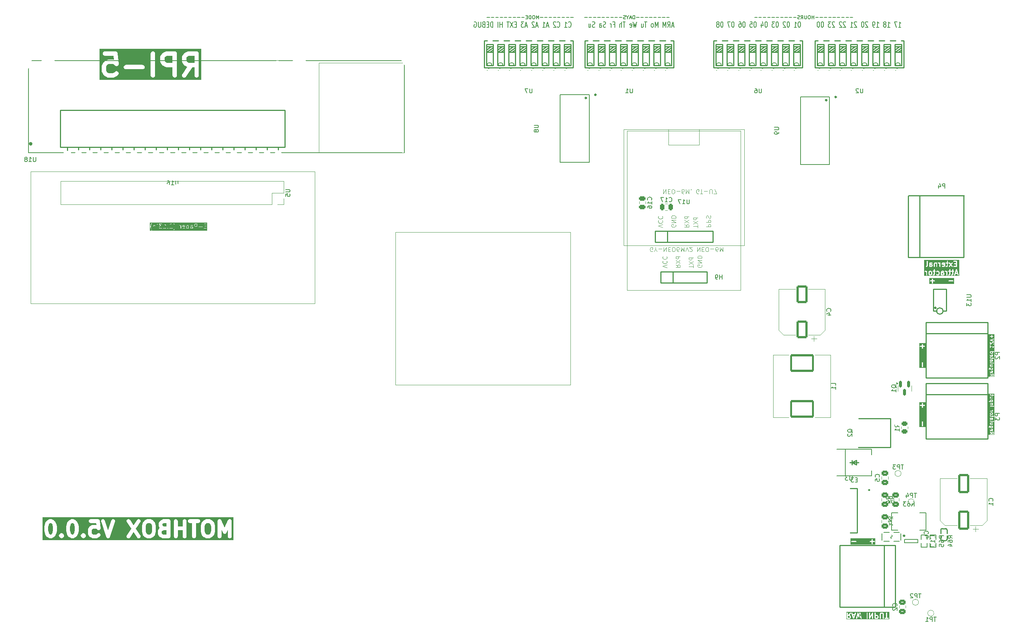
<source format=gbr>
%TF.GenerationSoftware,KiCad,Pcbnew,9.0.2*%
%TF.CreationDate,2025-06-06T13:34:07-05:00*%
%TF.ProjectId,MothBox,4d6f7468-426f-4782-9e6b-696361645f70,5.0.0*%
%TF.SameCoordinates,Original*%
%TF.FileFunction,Legend,Bot*%
%TF.FilePolarity,Positive*%
%FSLAX46Y46*%
G04 Gerber Fmt 4.6, Leading zero omitted, Abs format (unit mm)*
G04 Created by KiCad (PCBNEW 9.0.2) date 2025-06-06 13:34:07*
%MOMM*%
%LPD*%
G01*
G04 APERTURE LIST*
G04 Aperture macros list*
%AMRoundRect*
0 Rectangle with rounded corners*
0 $1 Rounding radius*
0 $2 $3 $4 $5 $6 $7 $8 $9 X,Y pos of 4 corners*
0 Add a 4 corners polygon primitive as box body*
4,1,4,$2,$3,$4,$5,$6,$7,$8,$9,$2,$3,0*
0 Add four circle primitives for the rounded corners*
1,1,$1+$1,$2,$3*
1,1,$1+$1,$4,$5*
1,1,$1+$1,$6,$7*
1,1,$1+$1,$8,$9*
0 Add four rect primitives between the rounded corners*
20,1,$1+$1,$2,$3,$4,$5,0*
20,1,$1+$1,$4,$5,$6,$7,0*
20,1,$1+$1,$6,$7,$8,$9,0*
20,1,$1+$1,$8,$9,$2,$3,0*%
%AMFreePoly0*
4,1,21,4.105355,5.175355,4.120000,5.140000,4.120000,-5.780000,4.105355,-5.815355,4.070000,-5.830000,2.540000,-5.830000,2.504645,-5.815355,2.490000,-5.780000,2.490000,-4.050000,-4.060000,-4.050000,-4.095355,-4.035355,-4.110000,-4.000000,-4.110000,4.000000,-4.095355,4.035355,-4.060000,4.050000,2.490000,4.050000,2.490000,5.140000,2.504645,5.175355,2.540000,5.190000,4.070000,5.190000,
4.105355,5.175355,4.105355,5.175355,$1*%
G04 Aperture macros list end*
%ADD10C,0.200000*%
%ADD11C,0.875000*%
%ADD12C,0.250000*%
%ADD13C,0.160000*%
%ADD14C,1.000000*%
%ADD15C,0.150000*%
%ADD16C,0.100000*%
%ADD17C,0.130000*%
%ADD18C,0.300000*%
%ADD19C,0.127000*%
%ADD20C,0.400000*%
%ADD21C,0.120000*%
%ADD22C,0.050000*%
%ADD23O,1.950000X0.570000*%
%ADD24R,2.540000X1.270000*%
%ADD25R,6.100000X5.400000*%
%ADD26C,1.000000*%
%ADD27C,4.204000*%
%ADD28C,12.800000*%
%ADD29R,1.800000X1.800000*%
%ADD30C,1.800000*%
%ADD31C,2.500000*%
%ADD32RoundRect,0.250000X1.000000X-1.750000X1.000000X1.750000X-1.000000X1.750000X-1.000000X-1.750000X0*%
%ADD33R,1.700000X1.700000*%
%ADD34C,1.700000*%
%ADD35C,2.300000*%
%ADD36RoundRect,0.250000X2.500000X-1.750000X2.500000X1.750000X-2.500000X1.750000X-2.500000X-1.750000X0*%
%ADD37O,2.390000X0.570000*%
%ADD38R,1.100000X2.200000*%
%ADD39R,1.330000X1.500000*%
%ADD40RoundRect,0.250000X0.475000X-0.337500X0.475000X0.337500X-0.475000X0.337500X-0.475000X-0.337500X0*%
%ADD41RoundRect,0.250000X-0.475000X0.337500X-0.475000X-0.337500X0.475000X-0.337500X0.475000X0.337500X0*%
%ADD42R,0.900000X0.800000*%
%ADD43RoundRect,0.250000X1.000000X-1.950000X1.000000X1.950000X-1.000000X1.950000X-1.000000X-1.950000X0*%
%ADD44RoundRect,0.150000X-0.150000X0.587500X-0.150000X-0.587500X0.150000X-0.587500X0.150000X0.587500X0*%
%ADD45RoundRect,0.250000X-0.450000X0.262500X-0.450000X-0.262500X0.450000X-0.262500X0.450000X0.262500X0*%
%ADD46R,2.700000X3.300000*%
%ADD47RoundRect,0.250000X0.250000X0.475000X-0.250000X0.475000X-0.250000X-0.475000X0.250000X-0.475000X0*%
%ADD48RoundRect,0.250000X0.475000X-0.250000X0.475000X0.250000X-0.475000X0.250000X-0.475000X-0.250000X0*%
%ADD49O,0.360000X1.250000*%
%ADD50R,1.570000X1.570000*%
%ADD51C,1.570000*%
%ADD52R,3.200000X1.150000*%
%ADD53FreePoly0,180.000000*%
%ADD54R,0.860000X0.810000*%
%ADD55R,1.280000X3.460000*%
G04 APERTURE END LIST*
D10*
X64099374Y33027634D02*
X64144612Y32965729D01*
X64144612Y32965729D02*
X64280326Y32903825D01*
X64280326Y32903825D02*
X64370802Y32903825D01*
X64370802Y32903825D02*
X64506517Y32965729D01*
X64506517Y32965729D02*
X64596993Y33089539D01*
X64596993Y33089539D02*
X64642231Y33213349D01*
X64642231Y33213349D02*
X64687469Y33460968D01*
X64687469Y33460968D02*
X64687469Y33646682D01*
X64687469Y33646682D02*
X64642231Y33894301D01*
X64642231Y33894301D02*
X64596993Y34018110D01*
X64596993Y34018110D02*
X64506517Y34141920D01*
X64506517Y34141920D02*
X64370802Y34203825D01*
X64370802Y34203825D02*
X64280326Y34203825D01*
X64280326Y34203825D02*
X64144612Y34141920D01*
X64144612Y34141920D02*
X64099374Y34080015D01*
X63194612Y32903825D02*
X63737469Y32903825D01*
X63466041Y32903825D02*
X63466041Y34203825D01*
X63466041Y34203825D02*
X63556517Y34018110D01*
X63556517Y34018110D02*
X63646993Y33894301D01*
X63646993Y33894301D02*
X63737469Y33832396D01*
X61520802Y33027634D02*
X61566040Y32965729D01*
X61566040Y32965729D02*
X61701754Y32903825D01*
X61701754Y32903825D02*
X61792230Y32903825D01*
X61792230Y32903825D02*
X61927945Y32965729D01*
X61927945Y32965729D02*
X62018421Y33089539D01*
X62018421Y33089539D02*
X62063659Y33213349D01*
X62063659Y33213349D02*
X62108897Y33460968D01*
X62108897Y33460968D02*
X62108897Y33646682D01*
X62108897Y33646682D02*
X62063659Y33894301D01*
X62063659Y33894301D02*
X62018421Y34018110D01*
X62018421Y34018110D02*
X61927945Y34141920D01*
X61927945Y34141920D02*
X61792230Y34203825D01*
X61792230Y34203825D02*
X61701754Y34203825D01*
X61701754Y34203825D02*
X61566040Y34141920D01*
X61566040Y34141920D02*
X61520802Y34080015D01*
X61158897Y34080015D02*
X61113659Y34141920D01*
X61113659Y34141920D02*
X61023183Y34203825D01*
X61023183Y34203825D02*
X60796992Y34203825D01*
X60796992Y34203825D02*
X60706516Y34141920D01*
X60706516Y34141920D02*
X60661278Y34080015D01*
X60661278Y34080015D02*
X60616040Y33956206D01*
X60616040Y33956206D02*
X60616040Y33832396D01*
X60616040Y33832396D02*
X60661278Y33646682D01*
X60661278Y33646682D02*
X61204135Y32903825D01*
X61204135Y32903825D02*
X60616040Y32903825D01*
X59530325Y33275253D02*
X59077944Y33275253D01*
X59620801Y32903825D02*
X59304135Y34203825D01*
X59304135Y34203825D02*
X58987468Y32903825D01*
X58173182Y32903825D02*
X58716039Y32903825D01*
X58444611Y32903825D02*
X58444611Y34203825D01*
X58444611Y34203825D02*
X58535087Y34018110D01*
X58535087Y34018110D02*
X58625563Y33894301D01*
X58625563Y33894301D02*
X58716039Y33832396D01*
X57087467Y33275253D02*
X56635086Y33275253D01*
X57177943Y32903825D02*
X56861277Y34203825D01*
X56861277Y34203825D02*
X56544610Y32903825D01*
X56273181Y34080015D02*
X56227943Y34141920D01*
X56227943Y34141920D02*
X56137467Y34203825D01*
X56137467Y34203825D02*
X55911276Y34203825D01*
X55911276Y34203825D02*
X55820800Y34141920D01*
X55820800Y34141920D02*
X55775562Y34080015D01*
X55775562Y34080015D02*
X55730324Y33956206D01*
X55730324Y33956206D02*
X55730324Y33832396D01*
X55730324Y33832396D02*
X55775562Y33646682D01*
X55775562Y33646682D02*
X56318419Y32903825D01*
X56318419Y32903825D02*
X55730324Y32903825D01*
X54644609Y33275253D02*
X54192228Y33275253D01*
X54735085Y32903825D02*
X54418419Y34203825D01*
X54418419Y34203825D02*
X54101752Y32903825D01*
X53875561Y34203825D02*
X53287466Y34203825D01*
X53287466Y34203825D02*
X53604133Y33708587D01*
X53604133Y33708587D02*
X53468418Y33708587D01*
X53468418Y33708587D02*
X53377942Y33646682D01*
X53377942Y33646682D02*
X53332704Y33584777D01*
X53332704Y33584777D02*
X53287466Y33460968D01*
X53287466Y33460968D02*
X53287466Y33151444D01*
X53287466Y33151444D02*
X53332704Y33027634D01*
X53332704Y33027634D02*
X53377942Y32965729D01*
X53377942Y32965729D02*
X53468418Y32903825D01*
X53468418Y32903825D02*
X53739847Y32903825D01*
X53739847Y32903825D02*
X53830323Y32965729D01*
X53830323Y32965729D02*
X53875561Y33027634D01*
X52156513Y33584777D02*
X51839846Y33584777D01*
X51704132Y32903825D02*
X52156513Y32903825D01*
X52156513Y32903825D02*
X52156513Y34203825D01*
X52156513Y34203825D02*
X51704132Y34203825D01*
X51387465Y34203825D02*
X50754132Y32903825D01*
X50754132Y34203825D02*
X51387465Y32903825D01*
X50527941Y34203825D02*
X49985084Y34203825D01*
X50256513Y32903825D02*
X50256513Y34203825D01*
X48944607Y32903825D02*
X48944607Y34203825D01*
X48944607Y33584777D02*
X48401750Y33584777D01*
X48401750Y32903825D02*
X48401750Y34203825D01*
X47949369Y32903825D02*
X47949369Y34203825D01*
X46773178Y32903825D02*
X46773178Y34203825D01*
X46773178Y34203825D02*
X46546988Y34203825D01*
X46546988Y34203825D02*
X46411273Y34141920D01*
X46411273Y34141920D02*
X46320797Y34018110D01*
X46320797Y34018110D02*
X46275559Y33894301D01*
X46275559Y33894301D02*
X46230321Y33646682D01*
X46230321Y33646682D02*
X46230321Y33460968D01*
X46230321Y33460968D02*
X46275559Y33213349D01*
X46275559Y33213349D02*
X46320797Y33089539D01*
X46320797Y33089539D02*
X46411273Y32965729D01*
X46411273Y32965729D02*
X46546988Y32903825D01*
X46546988Y32903825D02*
X46773178Y32903825D01*
X45823178Y33584777D02*
X45506511Y33584777D01*
X45370797Y32903825D02*
X45823178Y32903825D01*
X45823178Y32903825D02*
X45823178Y34203825D01*
X45823178Y34203825D02*
X45370797Y34203825D01*
X44646987Y33584777D02*
X44511273Y33522872D01*
X44511273Y33522872D02*
X44466035Y33460968D01*
X44466035Y33460968D02*
X44420797Y33337158D01*
X44420797Y33337158D02*
X44420797Y33151444D01*
X44420797Y33151444D02*
X44466035Y33027634D01*
X44466035Y33027634D02*
X44511273Y32965729D01*
X44511273Y32965729D02*
X44601749Y32903825D01*
X44601749Y32903825D02*
X44963654Y32903825D01*
X44963654Y32903825D02*
X44963654Y34203825D01*
X44963654Y34203825D02*
X44646987Y34203825D01*
X44646987Y34203825D02*
X44556511Y34141920D01*
X44556511Y34141920D02*
X44511273Y34080015D01*
X44511273Y34080015D02*
X44466035Y33956206D01*
X44466035Y33956206D02*
X44466035Y33832396D01*
X44466035Y33832396D02*
X44511273Y33708587D01*
X44511273Y33708587D02*
X44556511Y33646682D01*
X44556511Y33646682D02*
X44646987Y33584777D01*
X44646987Y33584777D02*
X44963654Y33584777D01*
X44013654Y34203825D02*
X44013654Y33151444D01*
X44013654Y33151444D02*
X43968416Y33027634D01*
X43968416Y33027634D02*
X43923178Y32965729D01*
X43923178Y32965729D02*
X43832702Y32903825D01*
X43832702Y32903825D02*
X43651749Y32903825D01*
X43651749Y32903825D02*
X43561273Y32965729D01*
X43561273Y32965729D02*
X43516035Y33027634D01*
X43516035Y33027634D02*
X43470797Y33151444D01*
X43470797Y33151444D02*
X43470797Y34203825D01*
X42520797Y34141920D02*
X42611273Y34203825D01*
X42611273Y34203825D02*
X42746987Y34203825D01*
X42746987Y34203825D02*
X42882702Y34141920D01*
X42882702Y34141920D02*
X42973178Y34018110D01*
X42973178Y34018110D02*
X43018416Y33894301D01*
X43018416Y33894301D02*
X43063654Y33646682D01*
X43063654Y33646682D02*
X43063654Y33460968D01*
X43063654Y33460968D02*
X43018416Y33213349D01*
X43018416Y33213349D02*
X42973178Y33089539D01*
X42973178Y33089539D02*
X42882702Y32965729D01*
X42882702Y32965729D02*
X42746987Y32903825D01*
X42746987Y32903825D02*
X42656511Y32903825D01*
X42656511Y32903825D02*
X42520797Y32965729D01*
X42520797Y32965729D02*
X42475559Y33027634D01*
X42475559Y33027634D02*
X42475559Y33460968D01*
X42475559Y33460968D02*
X42656511Y33460968D01*
X87177945Y35147396D02*
X86568422Y35147396D01*
X86187469Y35147396D02*
X85577946Y35147396D01*
X85196993Y35147396D02*
X84587470Y35147396D01*
X84206517Y35147396D02*
X83596994Y35147396D01*
X83216041Y35147396D02*
X82606518Y35147396D01*
X82225565Y35147396D02*
X81616042Y35147396D01*
X81235089Y35147396D02*
X80625566Y35147396D01*
X80244613Y35147396D02*
X79635090Y35147396D01*
X79254137Y34842634D02*
X79254137Y35642634D01*
X79254137Y35642634D02*
X79063661Y35642634D01*
X79063661Y35642634D02*
X78949375Y35604539D01*
X78949375Y35604539D02*
X78873185Y35528349D01*
X78873185Y35528349D02*
X78835090Y35452158D01*
X78835090Y35452158D02*
X78796994Y35299777D01*
X78796994Y35299777D02*
X78796994Y35185491D01*
X78796994Y35185491D02*
X78835090Y35033110D01*
X78835090Y35033110D02*
X78873185Y34956920D01*
X78873185Y34956920D02*
X78949375Y34880729D01*
X78949375Y34880729D02*
X79063661Y34842634D01*
X79063661Y34842634D02*
X79254137Y34842634D01*
X78492233Y35071206D02*
X78111280Y35071206D01*
X78568423Y34842634D02*
X78301756Y35642634D01*
X78301756Y35642634D02*
X78035090Y34842634D01*
X77616042Y35223587D02*
X77616042Y34842634D01*
X77882709Y35642634D02*
X77616042Y35223587D01*
X77616042Y35223587D02*
X77349376Y35642634D01*
X77120805Y34880729D02*
X77006519Y34842634D01*
X77006519Y34842634D02*
X76816043Y34842634D01*
X76816043Y34842634D02*
X76739852Y34880729D01*
X76739852Y34880729D02*
X76701757Y34918825D01*
X76701757Y34918825D02*
X76663662Y34995015D01*
X76663662Y34995015D02*
X76663662Y35071206D01*
X76663662Y35071206D02*
X76701757Y35147396D01*
X76701757Y35147396D02*
X76739852Y35185491D01*
X76739852Y35185491D02*
X76816043Y35223587D01*
X76816043Y35223587D02*
X76968424Y35261682D01*
X76968424Y35261682D02*
X77044614Y35299777D01*
X77044614Y35299777D02*
X77082709Y35337872D01*
X77082709Y35337872D02*
X77120805Y35414063D01*
X77120805Y35414063D02*
X77120805Y35490253D01*
X77120805Y35490253D02*
X77082709Y35566444D01*
X77082709Y35566444D02*
X77044614Y35604539D01*
X77044614Y35604539D02*
X76968424Y35642634D01*
X76968424Y35642634D02*
X76777947Y35642634D01*
X76777947Y35642634D02*
X76663662Y35604539D01*
X76320804Y35147396D02*
X75711281Y35147396D01*
X75330328Y35147396D02*
X74720805Y35147396D01*
X74339852Y35147396D02*
X73730329Y35147396D01*
X73349376Y35147396D02*
X72739853Y35147396D01*
X72358900Y35147396D02*
X71749377Y35147396D01*
X71368424Y35147396D02*
X70758901Y35147396D01*
X70377948Y35147396D02*
X69768425Y35147396D01*
X69387472Y35147396D02*
X68777949Y35147396D01*
X68396996Y35147396D02*
X67787473Y35147396D01*
X116961279Y34203825D02*
X116870802Y34203825D01*
X116870802Y34203825D02*
X116780326Y34141920D01*
X116780326Y34141920D02*
X116735088Y34080015D01*
X116735088Y34080015D02*
X116689850Y33956206D01*
X116689850Y33956206D02*
X116644612Y33708587D01*
X116644612Y33708587D02*
X116644612Y33399063D01*
X116644612Y33399063D02*
X116689850Y33151444D01*
X116689850Y33151444D02*
X116735088Y33027634D01*
X116735088Y33027634D02*
X116780326Y32965729D01*
X116780326Y32965729D02*
X116870802Y32903825D01*
X116870802Y32903825D02*
X116961279Y32903825D01*
X116961279Y32903825D02*
X117051755Y32965729D01*
X117051755Y32965729D02*
X117096993Y33027634D01*
X117096993Y33027634D02*
X117142231Y33151444D01*
X117142231Y33151444D02*
X117187469Y33399063D01*
X117187469Y33399063D02*
X117187469Y33708587D01*
X117187469Y33708587D02*
X117142231Y33956206D01*
X117142231Y33956206D02*
X117096993Y34080015D01*
X117096993Y34080015D02*
X117051755Y34141920D01*
X117051755Y34141920D02*
X116961279Y34203825D01*
X115739850Y32903825D02*
X116282707Y32903825D01*
X116011279Y32903825D02*
X116011279Y34203825D01*
X116011279Y34203825D02*
X116101755Y34018110D01*
X116101755Y34018110D02*
X116192231Y33894301D01*
X116192231Y33894301D02*
X116282707Y33832396D01*
X114427945Y34203825D02*
X114337468Y34203825D01*
X114337468Y34203825D02*
X114246992Y34141920D01*
X114246992Y34141920D02*
X114201754Y34080015D01*
X114201754Y34080015D02*
X114156516Y33956206D01*
X114156516Y33956206D02*
X114111278Y33708587D01*
X114111278Y33708587D02*
X114111278Y33399063D01*
X114111278Y33399063D02*
X114156516Y33151444D01*
X114156516Y33151444D02*
X114201754Y33027634D01*
X114201754Y33027634D02*
X114246992Y32965729D01*
X114246992Y32965729D02*
X114337468Y32903825D01*
X114337468Y32903825D02*
X114427945Y32903825D01*
X114427945Y32903825D02*
X114518421Y32965729D01*
X114518421Y32965729D02*
X114563659Y33027634D01*
X114563659Y33027634D02*
X114608897Y33151444D01*
X114608897Y33151444D02*
X114654135Y33399063D01*
X114654135Y33399063D02*
X114654135Y33708587D01*
X114654135Y33708587D02*
X114608897Y33956206D01*
X114608897Y33956206D02*
X114563659Y34080015D01*
X114563659Y34080015D02*
X114518421Y34141920D01*
X114518421Y34141920D02*
X114427945Y34203825D01*
X113749373Y34080015D02*
X113704135Y34141920D01*
X113704135Y34141920D02*
X113613659Y34203825D01*
X113613659Y34203825D02*
X113387468Y34203825D01*
X113387468Y34203825D02*
X113296992Y34141920D01*
X113296992Y34141920D02*
X113251754Y34080015D01*
X113251754Y34080015D02*
X113206516Y33956206D01*
X113206516Y33956206D02*
X113206516Y33832396D01*
X113206516Y33832396D02*
X113251754Y33646682D01*
X113251754Y33646682D02*
X113794611Y32903825D01*
X113794611Y32903825D02*
X113206516Y32903825D01*
X111894611Y34203825D02*
X111804134Y34203825D01*
X111804134Y34203825D02*
X111713658Y34141920D01*
X111713658Y34141920D02*
X111668420Y34080015D01*
X111668420Y34080015D02*
X111623182Y33956206D01*
X111623182Y33956206D02*
X111577944Y33708587D01*
X111577944Y33708587D02*
X111577944Y33399063D01*
X111577944Y33399063D02*
X111623182Y33151444D01*
X111623182Y33151444D02*
X111668420Y33027634D01*
X111668420Y33027634D02*
X111713658Y32965729D01*
X111713658Y32965729D02*
X111804134Y32903825D01*
X111804134Y32903825D02*
X111894611Y32903825D01*
X111894611Y32903825D02*
X111985087Y32965729D01*
X111985087Y32965729D02*
X112030325Y33027634D01*
X112030325Y33027634D02*
X112075563Y33151444D01*
X112075563Y33151444D02*
X112120801Y33399063D01*
X112120801Y33399063D02*
X112120801Y33708587D01*
X112120801Y33708587D02*
X112075563Y33956206D01*
X112075563Y33956206D02*
X112030325Y34080015D01*
X112030325Y34080015D02*
X111985087Y34141920D01*
X111985087Y34141920D02*
X111894611Y34203825D01*
X111261277Y34203825D02*
X110673182Y34203825D01*
X110673182Y34203825D02*
X110989849Y33708587D01*
X110989849Y33708587D02*
X110854134Y33708587D01*
X110854134Y33708587D02*
X110763658Y33646682D01*
X110763658Y33646682D02*
X110718420Y33584777D01*
X110718420Y33584777D02*
X110673182Y33460968D01*
X110673182Y33460968D02*
X110673182Y33151444D01*
X110673182Y33151444D02*
X110718420Y33027634D01*
X110718420Y33027634D02*
X110763658Y32965729D01*
X110763658Y32965729D02*
X110854134Y32903825D01*
X110854134Y32903825D02*
X111125563Y32903825D01*
X111125563Y32903825D02*
X111216039Y32965729D01*
X111216039Y32965729D02*
X111261277Y33027634D01*
X109361277Y34203825D02*
X109270800Y34203825D01*
X109270800Y34203825D02*
X109180324Y34141920D01*
X109180324Y34141920D02*
X109135086Y34080015D01*
X109135086Y34080015D02*
X109089848Y33956206D01*
X109089848Y33956206D02*
X109044610Y33708587D01*
X109044610Y33708587D02*
X109044610Y33399063D01*
X109044610Y33399063D02*
X109089848Y33151444D01*
X109089848Y33151444D02*
X109135086Y33027634D01*
X109135086Y33027634D02*
X109180324Y32965729D01*
X109180324Y32965729D02*
X109270800Y32903825D01*
X109270800Y32903825D02*
X109361277Y32903825D01*
X109361277Y32903825D02*
X109451753Y32965729D01*
X109451753Y32965729D02*
X109496991Y33027634D01*
X109496991Y33027634D02*
X109542229Y33151444D01*
X109542229Y33151444D02*
X109587467Y33399063D01*
X109587467Y33399063D02*
X109587467Y33708587D01*
X109587467Y33708587D02*
X109542229Y33956206D01*
X109542229Y33956206D02*
X109496991Y34080015D01*
X109496991Y34080015D02*
X109451753Y34141920D01*
X109451753Y34141920D02*
X109361277Y34203825D01*
X108230324Y33770491D02*
X108230324Y32903825D01*
X108456515Y34265729D02*
X108682705Y33337158D01*
X108682705Y33337158D02*
X108094610Y33337158D01*
X106827943Y34203825D02*
X106737466Y34203825D01*
X106737466Y34203825D02*
X106646990Y34141920D01*
X106646990Y34141920D02*
X106601752Y34080015D01*
X106601752Y34080015D02*
X106556514Y33956206D01*
X106556514Y33956206D02*
X106511276Y33708587D01*
X106511276Y33708587D02*
X106511276Y33399063D01*
X106511276Y33399063D02*
X106556514Y33151444D01*
X106556514Y33151444D02*
X106601752Y33027634D01*
X106601752Y33027634D02*
X106646990Y32965729D01*
X106646990Y32965729D02*
X106737466Y32903825D01*
X106737466Y32903825D02*
X106827943Y32903825D01*
X106827943Y32903825D02*
X106918419Y32965729D01*
X106918419Y32965729D02*
X106963657Y33027634D01*
X106963657Y33027634D02*
X107008895Y33151444D01*
X107008895Y33151444D02*
X107054133Y33399063D01*
X107054133Y33399063D02*
X107054133Y33708587D01*
X107054133Y33708587D02*
X107008895Y33956206D01*
X107008895Y33956206D02*
X106963657Y34080015D01*
X106963657Y34080015D02*
X106918419Y34141920D01*
X106918419Y34141920D02*
X106827943Y34203825D01*
X105651752Y34203825D02*
X106104133Y34203825D01*
X106104133Y34203825D02*
X106149371Y33584777D01*
X106149371Y33584777D02*
X106104133Y33646682D01*
X106104133Y33646682D02*
X106013657Y33708587D01*
X106013657Y33708587D02*
X105787466Y33708587D01*
X105787466Y33708587D02*
X105696990Y33646682D01*
X105696990Y33646682D02*
X105651752Y33584777D01*
X105651752Y33584777D02*
X105606514Y33460968D01*
X105606514Y33460968D02*
X105606514Y33151444D01*
X105606514Y33151444D02*
X105651752Y33027634D01*
X105651752Y33027634D02*
X105696990Y32965729D01*
X105696990Y32965729D02*
X105787466Y32903825D01*
X105787466Y32903825D02*
X106013657Y32903825D01*
X106013657Y32903825D02*
X106104133Y32965729D01*
X106104133Y32965729D02*
X106149371Y33027634D01*
X104294609Y34203825D02*
X104204132Y34203825D01*
X104204132Y34203825D02*
X104113656Y34141920D01*
X104113656Y34141920D02*
X104068418Y34080015D01*
X104068418Y34080015D02*
X104023180Y33956206D01*
X104023180Y33956206D02*
X103977942Y33708587D01*
X103977942Y33708587D02*
X103977942Y33399063D01*
X103977942Y33399063D02*
X104023180Y33151444D01*
X104023180Y33151444D02*
X104068418Y33027634D01*
X104068418Y33027634D02*
X104113656Y32965729D01*
X104113656Y32965729D02*
X104204132Y32903825D01*
X104204132Y32903825D02*
X104294609Y32903825D01*
X104294609Y32903825D02*
X104385085Y32965729D01*
X104385085Y32965729D02*
X104430323Y33027634D01*
X104430323Y33027634D02*
X104475561Y33151444D01*
X104475561Y33151444D02*
X104520799Y33399063D01*
X104520799Y33399063D02*
X104520799Y33708587D01*
X104520799Y33708587D02*
X104475561Y33956206D01*
X104475561Y33956206D02*
X104430323Y34080015D01*
X104430323Y34080015D02*
X104385085Y34141920D01*
X104385085Y34141920D02*
X104294609Y34203825D01*
X103163656Y34203825D02*
X103344609Y34203825D01*
X103344609Y34203825D02*
X103435085Y34141920D01*
X103435085Y34141920D02*
X103480323Y34080015D01*
X103480323Y34080015D02*
X103570799Y33894301D01*
X103570799Y33894301D02*
X103616037Y33646682D01*
X103616037Y33646682D02*
X103616037Y33151444D01*
X103616037Y33151444D02*
X103570799Y33027634D01*
X103570799Y33027634D02*
X103525561Y32965729D01*
X103525561Y32965729D02*
X103435085Y32903825D01*
X103435085Y32903825D02*
X103254132Y32903825D01*
X103254132Y32903825D02*
X103163656Y32965729D01*
X103163656Y32965729D02*
X103118418Y33027634D01*
X103118418Y33027634D02*
X103073180Y33151444D01*
X103073180Y33151444D02*
X103073180Y33460968D01*
X103073180Y33460968D02*
X103118418Y33584777D01*
X103118418Y33584777D02*
X103163656Y33646682D01*
X103163656Y33646682D02*
X103254132Y33708587D01*
X103254132Y33708587D02*
X103435085Y33708587D01*
X103435085Y33708587D02*
X103525561Y33646682D01*
X103525561Y33646682D02*
X103570799Y33584777D01*
X103570799Y33584777D02*
X103616037Y33460968D01*
X101761275Y34203825D02*
X101670798Y34203825D01*
X101670798Y34203825D02*
X101580322Y34141920D01*
X101580322Y34141920D02*
X101535084Y34080015D01*
X101535084Y34080015D02*
X101489846Y33956206D01*
X101489846Y33956206D02*
X101444608Y33708587D01*
X101444608Y33708587D02*
X101444608Y33399063D01*
X101444608Y33399063D02*
X101489846Y33151444D01*
X101489846Y33151444D02*
X101535084Y33027634D01*
X101535084Y33027634D02*
X101580322Y32965729D01*
X101580322Y32965729D02*
X101670798Y32903825D01*
X101670798Y32903825D02*
X101761275Y32903825D01*
X101761275Y32903825D02*
X101851751Y32965729D01*
X101851751Y32965729D02*
X101896989Y33027634D01*
X101896989Y33027634D02*
X101942227Y33151444D01*
X101942227Y33151444D02*
X101987465Y33399063D01*
X101987465Y33399063D02*
X101987465Y33708587D01*
X101987465Y33708587D02*
X101942227Y33956206D01*
X101942227Y33956206D02*
X101896989Y34080015D01*
X101896989Y34080015D02*
X101851751Y34141920D01*
X101851751Y34141920D02*
X101761275Y34203825D01*
X101127941Y34203825D02*
X100494608Y34203825D01*
X100494608Y34203825D02*
X100901751Y32903825D01*
X99227941Y34203825D02*
X99137464Y34203825D01*
X99137464Y34203825D02*
X99046988Y34141920D01*
X99046988Y34141920D02*
X99001750Y34080015D01*
X99001750Y34080015D02*
X98956512Y33956206D01*
X98956512Y33956206D02*
X98911274Y33708587D01*
X98911274Y33708587D02*
X98911274Y33399063D01*
X98911274Y33399063D02*
X98956512Y33151444D01*
X98956512Y33151444D02*
X99001750Y33027634D01*
X99001750Y33027634D02*
X99046988Y32965729D01*
X99046988Y32965729D02*
X99137464Y32903825D01*
X99137464Y32903825D02*
X99227941Y32903825D01*
X99227941Y32903825D02*
X99318417Y32965729D01*
X99318417Y32965729D02*
X99363655Y33027634D01*
X99363655Y33027634D02*
X99408893Y33151444D01*
X99408893Y33151444D02*
X99454131Y33399063D01*
X99454131Y33399063D02*
X99454131Y33708587D01*
X99454131Y33708587D02*
X99408893Y33956206D01*
X99408893Y33956206D02*
X99363655Y34080015D01*
X99363655Y34080015D02*
X99318417Y34141920D01*
X99318417Y34141920D02*
X99227941Y34203825D01*
X98368417Y33646682D02*
X98458893Y33708587D01*
X98458893Y33708587D02*
X98504131Y33770491D01*
X98504131Y33770491D02*
X98549369Y33894301D01*
X98549369Y33894301D02*
X98549369Y33956206D01*
X98549369Y33956206D02*
X98504131Y34080015D01*
X98504131Y34080015D02*
X98458893Y34141920D01*
X98458893Y34141920D02*
X98368417Y34203825D01*
X98368417Y34203825D02*
X98187464Y34203825D01*
X98187464Y34203825D02*
X98096988Y34141920D01*
X98096988Y34141920D02*
X98051750Y34080015D01*
X98051750Y34080015D02*
X98006512Y33956206D01*
X98006512Y33956206D02*
X98006512Y33894301D01*
X98006512Y33894301D02*
X98051750Y33770491D01*
X98051750Y33770491D02*
X98096988Y33708587D01*
X98096988Y33708587D02*
X98187464Y33646682D01*
X98187464Y33646682D02*
X98368417Y33646682D01*
X98368417Y33646682D02*
X98458893Y33584777D01*
X98458893Y33584777D02*
X98504131Y33522872D01*
X98504131Y33522872D02*
X98549369Y33399063D01*
X98549369Y33399063D02*
X98549369Y33151444D01*
X98549369Y33151444D02*
X98504131Y33027634D01*
X98504131Y33027634D02*
X98458893Y32965729D01*
X98458893Y32965729D02*
X98368417Y32903825D01*
X98368417Y32903825D02*
X98187464Y32903825D01*
X98187464Y32903825D02*
X98096988Y32965729D01*
X98096988Y32965729D02*
X98051750Y33027634D01*
X98051750Y33027634D02*
X98006512Y33151444D01*
X98006512Y33151444D02*
X98006512Y33399063D01*
X98006512Y33399063D02*
X98051750Y33522872D01*
X98051750Y33522872D02*
X98096988Y33584777D01*
X98096988Y33584777D02*
X98187464Y33646682D01*
X88187469Y33275253D02*
X87735088Y33275253D01*
X88277945Y32903825D02*
X87961279Y34203825D01*
X87961279Y34203825D02*
X87644612Y32903825D01*
X86785088Y32903825D02*
X87101755Y33522872D01*
X87327945Y32903825D02*
X87327945Y34203825D01*
X87327945Y34203825D02*
X86966040Y34203825D01*
X86966040Y34203825D02*
X86875564Y34141920D01*
X86875564Y34141920D02*
X86830326Y34080015D01*
X86830326Y34080015D02*
X86785088Y33956206D01*
X86785088Y33956206D02*
X86785088Y33770491D01*
X86785088Y33770491D02*
X86830326Y33646682D01*
X86830326Y33646682D02*
X86875564Y33584777D01*
X86875564Y33584777D02*
X86966040Y33522872D01*
X86966040Y33522872D02*
X87327945Y33522872D01*
X86377945Y32903825D02*
X86377945Y34203825D01*
X86377945Y34203825D02*
X86061278Y33275253D01*
X86061278Y33275253D02*
X85744612Y34203825D01*
X85744612Y34203825D02*
X85744612Y32903825D01*
X84568421Y32903825D02*
X84568421Y34203825D01*
X84568421Y34203825D02*
X84251754Y33275253D01*
X84251754Y33275253D02*
X83935088Y34203825D01*
X83935088Y34203825D02*
X83935088Y32903825D01*
X83346993Y32903825D02*
X83437469Y32965729D01*
X83437469Y32965729D02*
X83482707Y33027634D01*
X83482707Y33027634D02*
X83527945Y33151444D01*
X83527945Y33151444D02*
X83527945Y33522872D01*
X83527945Y33522872D02*
X83482707Y33646682D01*
X83482707Y33646682D02*
X83437469Y33708587D01*
X83437469Y33708587D02*
X83346993Y33770491D01*
X83346993Y33770491D02*
X83211278Y33770491D01*
X83211278Y33770491D02*
X83120802Y33708587D01*
X83120802Y33708587D02*
X83075564Y33646682D01*
X83075564Y33646682D02*
X83030326Y33522872D01*
X83030326Y33522872D02*
X83030326Y33151444D01*
X83030326Y33151444D02*
X83075564Y33027634D01*
X83075564Y33027634D02*
X83120802Y32965729D01*
X83120802Y32965729D02*
X83211278Y32903825D01*
X83211278Y32903825D02*
X83346993Y32903825D01*
X82035087Y34203825D02*
X81492230Y34203825D01*
X81763659Y32903825D02*
X81763659Y34203825D01*
X80768420Y33770491D02*
X80768420Y32903825D01*
X81175563Y33770491D02*
X81175563Y33089539D01*
X81175563Y33089539D02*
X81130325Y32965729D01*
X81130325Y32965729D02*
X81039849Y32903825D01*
X81039849Y32903825D02*
X80904134Y32903825D01*
X80904134Y32903825D02*
X80813658Y32965729D01*
X80813658Y32965729D02*
X80768420Y33027634D01*
X79682705Y34203825D02*
X79456515Y32903825D01*
X79456515Y32903825D02*
X79275562Y33832396D01*
X79275562Y33832396D02*
X79094610Y32903825D01*
X79094610Y32903825D02*
X78868420Y34203825D01*
X78144610Y32965729D02*
X78235086Y32903825D01*
X78235086Y32903825D02*
X78416039Y32903825D01*
X78416039Y32903825D02*
X78506515Y32965729D01*
X78506515Y32965729D02*
X78551753Y33089539D01*
X78551753Y33089539D02*
X78551753Y33584777D01*
X78551753Y33584777D02*
X78506515Y33708587D01*
X78506515Y33708587D02*
X78416039Y33770491D01*
X78416039Y33770491D02*
X78235086Y33770491D01*
X78235086Y33770491D02*
X78144610Y33708587D01*
X78144610Y33708587D02*
X78099372Y33584777D01*
X78099372Y33584777D02*
X78099372Y33460968D01*
X78099372Y33460968D02*
X78551753Y33337158D01*
X77104133Y34203825D02*
X76561276Y34203825D01*
X76832705Y32903825D02*
X76832705Y34203825D01*
X76244609Y32903825D02*
X76244609Y34203825D01*
X75837466Y32903825D02*
X75837466Y33584777D01*
X75837466Y33584777D02*
X75882704Y33708587D01*
X75882704Y33708587D02*
X75973180Y33770491D01*
X75973180Y33770491D02*
X76108895Y33770491D01*
X76108895Y33770491D02*
X76199371Y33708587D01*
X76199371Y33708587D02*
X76244609Y33646682D01*
X74344608Y33584777D02*
X74661275Y33584777D01*
X74661275Y32903825D02*
X74661275Y34203825D01*
X74661275Y34203825D02*
X74208894Y34203825D01*
X73846989Y32903825D02*
X73846989Y33770491D01*
X73846989Y33522872D02*
X73801751Y33646682D01*
X73801751Y33646682D02*
X73756513Y33708587D01*
X73756513Y33708587D02*
X73666037Y33770491D01*
X73666037Y33770491D02*
X73575560Y33770491D01*
X72580322Y32965729D02*
X72444608Y32903825D01*
X72444608Y32903825D02*
X72218417Y32903825D01*
X72218417Y32903825D02*
X72127941Y32965729D01*
X72127941Y32965729D02*
X72082703Y33027634D01*
X72082703Y33027634D02*
X72037465Y33151444D01*
X72037465Y33151444D02*
X72037465Y33275253D01*
X72037465Y33275253D02*
X72082703Y33399063D01*
X72082703Y33399063D02*
X72127941Y33460968D01*
X72127941Y33460968D02*
X72218417Y33522872D01*
X72218417Y33522872D02*
X72399370Y33584777D01*
X72399370Y33584777D02*
X72489846Y33646682D01*
X72489846Y33646682D02*
X72535084Y33708587D01*
X72535084Y33708587D02*
X72580322Y33832396D01*
X72580322Y33832396D02*
X72580322Y33956206D01*
X72580322Y33956206D02*
X72535084Y34080015D01*
X72535084Y34080015D02*
X72489846Y34141920D01*
X72489846Y34141920D02*
X72399370Y34203825D01*
X72399370Y34203825D02*
X72173179Y34203825D01*
X72173179Y34203825D02*
X72037465Y34141920D01*
X71223179Y32903825D02*
X71223179Y33584777D01*
X71223179Y33584777D02*
X71268417Y33708587D01*
X71268417Y33708587D02*
X71358893Y33770491D01*
X71358893Y33770491D02*
X71539846Y33770491D01*
X71539846Y33770491D02*
X71630322Y33708587D01*
X71223179Y32965729D02*
X71313655Y32903825D01*
X71313655Y32903825D02*
X71539846Y32903825D01*
X71539846Y32903825D02*
X71630322Y32965729D01*
X71630322Y32965729D02*
X71675560Y33089539D01*
X71675560Y33089539D02*
X71675560Y33213349D01*
X71675560Y33213349D02*
X71630322Y33337158D01*
X71630322Y33337158D02*
X71539846Y33399063D01*
X71539846Y33399063D02*
X71313655Y33399063D01*
X71313655Y33399063D02*
X71223179Y33460968D01*
X70092226Y32965729D02*
X69956512Y32903825D01*
X69956512Y32903825D02*
X69730321Y32903825D01*
X69730321Y32903825D02*
X69639845Y32965729D01*
X69639845Y32965729D02*
X69594607Y33027634D01*
X69594607Y33027634D02*
X69549369Y33151444D01*
X69549369Y33151444D02*
X69549369Y33275253D01*
X69549369Y33275253D02*
X69594607Y33399063D01*
X69594607Y33399063D02*
X69639845Y33460968D01*
X69639845Y33460968D02*
X69730321Y33522872D01*
X69730321Y33522872D02*
X69911274Y33584777D01*
X69911274Y33584777D02*
X70001750Y33646682D01*
X70001750Y33646682D02*
X70046988Y33708587D01*
X70046988Y33708587D02*
X70092226Y33832396D01*
X70092226Y33832396D02*
X70092226Y33956206D01*
X70092226Y33956206D02*
X70046988Y34080015D01*
X70046988Y34080015D02*
X70001750Y34141920D01*
X70001750Y34141920D02*
X69911274Y34203825D01*
X69911274Y34203825D02*
X69685083Y34203825D01*
X69685083Y34203825D02*
X69549369Y34141920D01*
X68735083Y33770491D02*
X68735083Y32903825D01*
X69142226Y33770491D02*
X69142226Y33089539D01*
X69142226Y33089539D02*
X69096988Y32965729D01*
X69096988Y32965729D02*
X69006512Y32903825D01*
X69006512Y32903825D02*
X68870797Y32903825D01*
X68870797Y32903825D02*
X68780321Y32965729D01*
X68780321Y32965729D02*
X68735083Y33027634D01*
D11*
G36*
X-54198149Y-80688066D02*
G01*
X-54131887Y-80754328D01*
X-54018449Y-80981205D01*
X-53876492Y-81549030D01*
X-53876492Y-82274647D01*
X-54018449Y-82842471D01*
X-54131887Y-83069348D01*
X-54198148Y-83135610D01*
X-54375604Y-83224338D01*
X-54502380Y-83224338D01*
X-54679836Y-83135610D01*
X-54746097Y-83069349D01*
X-54859537Y-82842470D01*
X-55001492Y-82274647D01*
X-55001492Y-81549029D01*
X-54859537Y-80981206D01*
X-54746097Y-80754328D01*
X-54679836Y-80688067D01*
X-54502378Y-80599338D01*
X-54375605Y-80599338D01*
X-54198149Y-80688066D01*
G37*
G36*
X-49198149Y-80688066D02*
G01*
X-49131887Y-80754328D01*
X-49018449Y-80981205D01*
X-48876492Y-81549030D01*
X-48876492Y-82274647D01*
X-49018449Y-82842471D01*
X-49131887Y-83069348D01*
X-49198148Y-83135610D01*
X-49375604Y-83224338D01*
X-49502380Y-83224338D01*
X-49679836Y-83135610D01*
X-49746097Y-83069349D01*
X-49859537Y-82842470D01*
X-50001492Y-82274647D01*
X-50001492Y-81549029D01*
X-49859537Y-80981206D01*
X-49746097Y-80754328D01*
X-49679836Y-80688067D01*
X-49502378Y-80599338D01*
X-49375605Y-80599338D01*
X-49198149Y-80688066D01*
G37*
G36*
X-31531482Y-80688066D02*
G01*
X-31334039Y-80885509D01*
X-31209825Y-81382363D01*
X-31209825Y-82441313D01*
X-31334039Y-82938165D01*
X-31531484Y-83135611D01*
X-31708937Y-83224338D01*
X-32169046Y-83224338D01*
X-32346500Y-83135611D01*
X-32543946Y-82938166D01*
X-32668158Y-82441315D01*
X-32668158Y-81382361D01*
X-32543946Y-80885511D01*
X-32346501Y-80688066D01*
X-32169044Y-80599338D01*
X-31708938Y-80599338D01*
X-31531482Y-80688066D01*
G37*
G36*
X-27876492Y-83224338D02*
G01*
X-28669046Y-83224338D01*
X-28846502Y-83135610D01*
X-28912764Y-83069348D01*
X-29001492Y-82891891D01*
X-29001492Y-82598452D01*
X-28912764Y-82420994D01*
X-28869331Y-82377561D01*
X-28534661Y-82266005D01*
X-27876492Y-82266005D01*
X-27876492Y-83224338D01*
G37*
G36*
X-27876492Y-81391005D02*
G01*
X-28502378Y-81391005D01*
X-28679836Y-81302276D01*
X-28746096Y-81236016D01*
X-28834825Y-81058558D01*
X-28834825Y-80931785D01*
X-28746096Y-80754327D01*
X-28679836Y-80688066D01*
X-28502378Y-80599338D01*
X-27876492Y-80599338D01*
X-27876492Y-81391005D01*
G37*
G36*
X-18031481Y-80688066D02*
G01*
X-17834038Y-80885509D01*
X-17709824Y-81382363D01*
X-17709824Y-82441313D01*
X-17834038Y-82938165D01*
X-18031483Y-83135611D01*
X-18208936Y-83224338D01*
X-18669045Y-83224338D01*
X-18846499Y-83135611D01*
X-19043945Y-82938166D01*
X-19168157Y-82441315D01*
X-19168157Y-81382361D01*
X-19043945Y-80885511D01*
X-18846500Y-80688066D01*
X-18669043Y-80599338D01*
X-18208937Y-80599338D01*
X-18031481Y-80688066D01*
G37*
G36*
X-12563991Y-84536838D02*
G01*
X-56313992Y-84536838D01*
X-56313992Y-81495172D01*
X-55876492Y-81495172D01*
X-55876492Y-82328505D01*
X-55873563Y-82373204D01*
X-55873648Y-82378307D01*
X-55872991Y-82381932D01*
X-55872749Y-82385610D01*
X-55871428Y-82390541D01*
X-55863429Y-82434614D01*
X-55696762Y-83101282D01*
X-55687358Y-83130597D01*
X-55685827Y-83138077D01*
X-55682168Y-83146776D01*
X-55679281Y-83155774D01*
X-55675572Y-83162455D01*
X-55663637Y-83190827D01*
X-55496971Y-83524160D01*
X-55468085Y-83573562D01*
X-55459343Y-83583420D01*
X-55452751Y-83594838D01*
X-55415018Y-83637864D01*
X-55248351Y-83804531D01*
X-55205325Y-83842264D01*
X-55193911Y-83848853D01*
X-55184050Y-83857598D01*
X-55134647Y-83886484D01*
X-54801315Y-84053150D01*
X-54779522Y-84062317D01*
X-54773083Y-84066035D01*
X-54766477Y-84067805D01*
X-54748565Y-84075340D01*
X-54705363Y-84084180D01*
X-54662764Y-84095595D01*
X-54643373Y-84096866D01*
X-54636673Y-84098237D01*
X-54629253Y-84097791D01*
X-54605659Y-84099338D01*
X-54272325Y-84099338D01*
X-54248733Y-84097791D01*
X-54241312Y-84098237D01*
X-54234613Y-84096866D01*
X-54215220Y-84095595D01*
X-54172619Y-84084179D01*
X-54129420Y-84075340D01*
X-54111510Y-84067805D01*
X-54104901Y-84066035D01*
X-54098460Y-84062316D01*
X-54076670Y-84053150D01*
X-53743337Y-83886484D01*
X-53693935Y-83857598D01*
X-53684077Y-83848855D01*
X-53672659Y-83842264D01*
X-53629633Y-83804531D01*
X-53462966Y-83637864D01*
X-53425233Y-83594838D01*
X-53418644Y-83583423D01*
X-53409899Y-83573563D01*
X-53381013Y-83524160D01*
X-53337967Y-83438068D01*
X-52539415Y-83438068D01*
X-52539415Y-83552279D01*
X-52509855Y-83662597D01*
X-52492387Y-83692852D01*
X-52452750Y-83761505D01*
X-52415017Y-83804531D01*
X-52248351Y-83971197D01*
X-52205326Y-84008929D01*
X-52205325Y-84008930D01*
X-52176883Y-84025351D01*
X-52106417Y-84066035D01*
X-51996099Y-84095595D01*
X-51996097Y-84095595D01*
X-51881887Y-84095595D01*
X-51852328Y-84087674D01*
X-51771569Y-84066036D01*
X-51672660Y-84008931D01*
X-51629634Y-83971198D01*
X-51462967Y-83804532D01*
X-51425234Y-83761506D01*
X-51368128Y-83662597D01*
X-51338568Y-83552279D01*
X-51338568Y-83438068D01*
X-51338569Y-83438066D01*
X-51352624Y-83385609D01*
X-51368127Y-83327749D01*
X-51425232Y-83228840D01*
X-51425234Y-83228838D01*
X-51462966Y-83185813D01*
X-51629633Y-83019146D01*
X-51672659Y-82981413D01*
X-51672660Y-82981412D01*
X-51771569Y-82924307D01*
X-51852328Y-82902668D01*
X-51881887Y-82894748D01*
X-51881888Y-82894748D01*
X-51996099Y-82894748D01*
X-52106417Y-82924308D01*
X-52163522Y-82957278D01*
X-52205325Y-82981413D01*
X-52205326Y-82981414D01*
X-52248352Y-83019147D01*
X-52415018Y-83185814D01*
X-52452751Y-83228840D01*
X-52509856Y-83327749D01*
X-52525359Y-83385609D01*
X-52539414Y-83438066D01*
X-52539415Y-83438068D01*
X-53337967Y-83438068D01*
X-53214347Y-83190828D01*
X-53202411Y-83162451D01*
X-53198703Y-83155774D01*
X-53195819Y-83146781D01*
X-53192157Y-83138078D01*
X-53190626Y-83130594D01*
X-53181222Y-83101281D01*
X-53014555Y-82434614D01*
X-53006557Y-82390543D01*
X-53005235Y-82385610D01*
X-53004994Y-82381930D01*
X-53004336Y-82378306D01*
X-53004422Y-82373203D01*
X-53001492Y-82328505D01*
X-53001492Y-81495172D01*
X-50876492Y-81495172D01*
X-50876492Y-82328505D01*
X-50873563Y-82373204D01*
X-50873648Y-82378307D01*
X-50872991Y-82381932D01*
X-50872749Y-82385610D01*
X-50871428Y-82390541D01*
X-50863429Y-82434614D01*
X-50696762Y-83101282D01*
X-50687358Y-83130597D01*
X-50685827Y-83138077D01*
X-50682168Y-83146776D01*
X-50679281Y-83155774D01*
X-50675572Y-83162455D01*
X-50663637Y-83190827D01*
X-50496971Y-83524160D01*
X-50468085Y-83573562D01*
X-50459343Y-83583420D01*
X-50452751Y-83594838D01*
X-50415018Y-83637864D01*
X-50248351Y-83804531D01*
X-50205325Y-83842264D01*
X-50193911Y-83848853D01*
X-50184050Y-83857598D01*
X-50134647Y-83886484D01*
X-49801315Y-84053150D01*
X-49779522Y-84062317D01*
X-49773083Y-84066035D01*
X-49766477Y-84067805D01*
X-49748565Y-84075340D01*
X-49705363Y-84084180D01*
X-49662764Y-84095595D01*
X-49643373Y-84096866D01*
X-49636673Y-84098237D01*
X-49629253Y-84097791D01*
X-49605659Y-84099338D01*
X-49272325Y-84099338D01*
X-49248733Y-84097791D01*
X-49241312Y-84098237D01*
X-49234613Y-84096866D01*
X-49215220Y-84095595D01*
X-49172619Y-84084179D01*
X-49129420Y-84075340D01*
X-49111510Y-84067805D01*
X-49104901Y-84066035D01*
X-49098460Y-84062316D01*
X-49076670Y-84053150D01*
X-48743337Y-83886484D01*
X-48693935Y-83857598D01*
X-48684077Y-83848855D01*
X-48672659Y-83842264D01*
X-48629633Y-83804531D01*
X-48462966Y-83637864D01*
X-48425233Y-83594838D01*
X-48418644Y-83583423D01*
X-48409899Y-83573563D01*
X-48381013Y-83524160D01*
X-48337967Y-83438068D01*
X-47539415Y-83438068D01*
X-47539415Y-83552279D01*
X-47509855Y-83662597D01*
X-47492387Y-83692852D01*
X-47452750Y-83761505D01*
X-47415017Y-83804531D01*
X-47248351Y-83971197D01*
X-47205326Y-84008929D01*
X-47205325Y-84008930D01*
X-47176883Y-84025351D01*
X-47106417Y-84066035D01*
X-46996099Y-84095595D01*
X-46996097Y-84095595D01*
X-46881887Y-84095595D01*
X-46852328Y-84087674D01*
X-46771569Y-84066036D01*
X-46672660Y-84008931D01*
X-46629634Y-83971198D01*
X-46462967Y-83804532D01*
X-46425234Y-83761506D01*
X-46368128Y-83662597D01*
X-46338568Y-83552279D01*
X-46338568Y-83438068D01*
X-46338569Y-83438066D01*
X-46352624Y-83385609D01*
X-46368127Y-83327749D01*
X-46425232Y-83228840D01*
X-46425234Y-83228838D01*
X-46462966Y-83185813D01*
X-46629633Y-83019146D01*
X-46672659Y-82981413D01*
X-46672660Y-82981412D01*
X-46771569Y-82924307D01*
X-46852328Y-82902668D01*
X-46881887Y-82894748D01*
X-46881888Y-82894748D01*
X-46996099Y-82894748D01*
X-47106417Y-82924308D01*
X-47163522Y-82957278D01*
X-47205325Y-82981413D01*
X-47205326Y-82981414D01*
X-47248352Y-83019147D01*
X-47415018Y-83185814D01*
X-47452751Y-83228840D01*
X-47509856Y-83327749D01*
X-47525359Y-83385609D01*
X-47539414Y-83438066D01*
X-47539415Y-83438068D01*
X-48337967Y-83438068D01*
X-48214347Y-83190828D01*
X-48202411Y-83162451D01*
X-48198703Y-83155774D01*
X-48195819Y-83146781D01*
X-48192157Y-83138078D01*
X-48190626Y-83130594D01*
X-48181222Y-83101281D01*
X-48014555Y-82434614D01*
X-48006557Y-82390543D01*
X-48005235Y-82385610D01*
X-48004994Y-82381930D01*
X-48004336Y-82378306D01*
X-48004422Y-82373203D01*
X-48001492Y-82328505D01*
X-48001492Y-82161838D01*
X-45876492Y-82161838D01*
X-45876492Y-82995172D01*
X-45874946Y-83018765D01*
X-45875391Y-83026186D01*
X-45874021Y-83032885D01*
X-45872749Y-83052277D01*
X-45861335Y-83094875D01*
X-45852494Y-83138078D01*
X-45844960Y-83155989D01*
X-45843189Y-83162596D01*
X-45839472Y-83169034D01*
X-45830304Y-83190828D01*
X-45663637Y-83524162D01*
X-45634751Y-83573564D01*
X-45626007Y-83583424D01*
X-45619418Y-83594837D01*
X-45581685Y-83637863D01*
X-45415019Y-83804530D01*
X-45371993Y-83842263D01*
X-45360579Y-83848853D01*
X-45350716Y-83857599D01*
X-45301314Y-83886484D01*
X-44967980Y-84053150D01*
X-44946191Y-84062316D01*
X-44939749Y-84066035D01*
X-44933141Y-84067805D01*
X-44915230Y-84075340D01*
X-44872032Y-84084179D01*
X-44829430Y-84095595D01*
X-44810038Y-84096866D01*
X-44803338Y-84098237D01*
X-44795918Y-84097791D01*
X-44772325Y-84099338D01*
X-43938992Y-84099338D01*
X-43915400Y-84097791D01*
X-43907979Y-84098237D01*
X-43901280Y-84096866D01*
X-43881887Y-84095595D01*
X-43839286Y-84084179D01*
X-43796087Y-84075340D01*
X-43778177Y-84067805D01*
X-43771568Y-84066035D01*
X-43765127Y-84062316D01*
X-43743337Y-84053150D01*
X-43410004Y-83886484D01*
X-43360602Y-83857598D01*
X-43350744Y-83848855D01*
X-43339326Y-83842264D01*
X-43296300Y-83804531D01*
X-43129633Y-83637864D01*
X-43091900Y-83594838D01*
X-43034795Y-83495929D01*
X-43005235Y-83385610D01*
X-43005235Y-83271400D01*
X-43034795Y-83161081D01*
X-43091900Y-83062172D01*
X-43172659Y-82981413D01*
X-43271568Y-82924308D01*
X-43381887Y-82894748D01*
X-43496097Y-82894748D01*
X-43606416Y-82924308D01*
X-43705325Y-82981413D01*
X-43748351Y-83019146D01*
X-43864815Y-83135610D01*
X-44042271Y-83224338D01*
X-44669047Y-83224338D01*
X-44846502Y-83135610D01*
X-44912763Y-83069349D01*
X-45001492Y-82891891D01*
X-45001492Y-82265118D01*
X-44912763Y-82087660D01*
X-44846502Y-82021399D01*
X-44669047Y-81932672D01*
X-44042271Y-81932672D01*
X-43864815Y-82021400D01*
X-43748351Y-82137864D01*
X-43705325Y-82175597D01*
X-43686391Y-82186528D01*
X-43669466Y-82200376D01*
X-43637132Y-82214968D01*
X-43606416Y-82232702D01*
X-43585299Y-82238360D01*
X-43565366Y-82247356D01*
X-43530355Y-82253082D01*
X-43496097Y-82262262D01*
X-43474235Y-82262262D01*
X-43452653Y-82265792D01*
X-43417352Y-82262262D01*
X-43381887Y-82262262D01*
X-43360772Y-82256604D01*
X-43339010Y-82254428D01*
X-43305825Y-82241881D01*
X-43271568Y-82232702D01*
X-43252634Y-82221770D01*
X-43232180Y-82214037D01*
X-43203377Y-82193331D01*
X-43172659Y-82175597D01*
X-43157200Y-82160137D01*
X-43139444Y-82147374D01*
X-43116979Y-82119916D01*
X-43091900Y-82094838D01*
X-43080970Y-82075905D01*
X-43067121Y-82058980D01*
X-43052529Y-82026644D01*
X-43034795Y-81995929D01*
X-43029136Y-81974808D01*
X-43020142Y-81954879D01*
X-43014417Y-81919874D01*
X-43005235Y-81885610D01*
X-43005235Y-81863746D01*
X-43001705Y-81842166D01*
X-43003663Y-81784972D01*
X-43169078Y-80130824D01*
X-42875391Y-80130824D01*
X-42868548Y-80244829D01*
X-42854041Y-80300188D01*
X-41687374Y-83800188D01*
X-41686141Y-83803213D01*
X-41685827Y-83804744D01*
X-41684142Y-83808115D01*
X-41665765Y-83853179D01*
X-41648646Y-83879107D01*
X-41634751Y-83906897D01*
X-41617315Y-83926559D01*
X-41602836Y-83948489D01*
X-41579591Y-83969101D01*
X-41558976Y-83992349D01*
X-41537045Y-84006829D01*
X-41517383Y-84024264D01*
X-41489594Y-84038158D01*
X-41463665Y-84055278D01*
X-41438736Y-84063587D01*
X-41415231Y-84075340D01*
X-41384792Y-84081569D01*
X-41355316Y-84091394D01*
X-41329085Y-84092968D01*
X-41303339Y-84098237D01*
X-41272325Y-84096375D01*
X-41241311Y-84098237D01*
X-41215566Y-84092968D01*
X-41189334Y-84091394D01*
X-41159859Y-84081568D01*
X-41129419Y-84075340D01*
X-41105916Y-84063588D01*
X-41080984Y-84055278D01*
X-41055056Y-84038158D01*
X-41027266Y-84024264D01*
X-41007604Y-84006827D01*
X-40985674Y-83992349D01*
X-40965062Y-83969103D01*
X-40941814Y-83948489D01*
X-40927334Y-83926557D01*
X-40909899Y-83906896D01*
X-40896005Y-83879107D01*
X-40878885Y-83853178D01*
X-40860507Y-83808110D01*
X-40858823Y-83804743D01*
X-40858511Y-83803214D01*
X-40857276Y-83800188D01*
X-39690610Y-80300187D01*
X-39676103Y-80244829D01*
X-39669377Y-80132768D01*
X-37042192Y-80132768D01*
X-37034841Y-80246741D01*
X-36998243Y-80354929D01*
X-36969681Y-80404519D01*
X-35964802Y-81911838D01*
X-36969681Y-83419157D01*
X-36998243Y-83468747D01*
X-37034841Y-83576935D01*
X-37042192Y-83690908D01*
X-37019793Y-83802901D01*
X-36969172Y-83905280D01*
X-36893778Y-83991069D01*
X-36798750Y-84054422D01*
X-36690562Y-84091020D01*
X-36576589Y-84098371D01*
X-36464596Y-84075972D01*
X-36362217Y-84025351D01*
X-36276428Y-83949957D01*
X-36241637Y-83904519D01*
X-35438993Y-82700552D01*
X-34636347Y-83904520D01*
X-34601556Y-83949957D01*
X-34515767Y-84025351D01*
X-34413388Y-84075973D01*
X-34301395Y-84098371D01*
X-34187422Y-84091020D01*
X-34079234Y-84054422D01*
X-33984206Y-83991070D01*
X-33908812Y-83905280D01*
X-33858190Y-83802901D01*
X-33835792Y-83690909D01*
X-33843143Y-83576935D01*
X-33879741Y-83468747D01*
X-33908303Y-83419157D01*
X-34913183Y-81911838D01*
X-34524294Y-81328505D01*
X-33543158Y-81328505D01*
X-33543158Y-82495172D01*
X-33540229Y-82539870D01*
X-33540314Y-82544973D01*
X-33539657Y-82548597D01*
X-33539415Y-82552277D01*
X-33538094Y-82557210D01*
X-33530095Y-82601281D01*
X-33363430Y-83267947D01*
X-33345948Y-83322439D01*
X-33344149Y-83325680D01*
X-33343189Y-83329262D01*
X-33316461Y-83375556D01*
X-33290515Y-83422295D01*
X-33287938Y-83424960D01*
X-33286084Y-83428171D01*
X-33248351Y-83471197D01*
X-32915018Y-83804531D01*
X-32871992Y-83842264D01*
X-32860576Y-83848855D01*
X-32850716Y-83857598D01*
X-32801313Y-83886484D01*
X-32467981Y-84053150D01*
X-32446188Y-84062317D01*
X-32439749Y-84066035D01*
X-32433143Y-84067805D01*
X-32415231Y-84075340D01*
X-32372029Y-84084180D01*
X-32329430Y-84095595D01*
X-32310039Y-84096866D01*
X-32303339Y-84098237D01*
X-32295919Y-84097791D01*
X-32272325Y-84099338D01*
X-31605658Y-84099338D01*
X-31582066Y-84097791D01*
X-31574645Y-84098237D01*
X-31567946Y-84096866D01*
X-31548553Y-84095595D01*
X-31505952Y-84084179D01*
X-31462753Y-84075340D01*
X-31444843Y-84067805D01*
X-31438234Y-84066035D01*
X-31431793Y-84062316D01*
X-31410003Y-84053150D01*
X-31076670Y-83886484D01*
X-31027268Y-83857598D01*
X-31017408Y-83848854D01*
X-31005991Y-83842263D01*
X-30962965Y-83804531D01*
X-30629632Y-83471197D01*
X-30591900Y-83428170D01*
X-30590048Y-83424962D01*
X-30587470Y-83422296D01*
X-30561522Y-83375553D01*
X-30534794Y-83329261D01*
X-30533835Y-83325679D01*
X-30532036Y-83322440D01*
X-30514555Y-83267948D01*
X-30347888Y-82601281D01*
X-30339890Y-82557208D01*
X-30338568Y-82552277D01*
X-30338327Y-82548599D01*
X-30337669Y-82544974D01*
X-30337755Y-82539871D01*
X-30334825Y-82495172D01*
X-29876492Y-82495172D01*
X-29876492Y-82995172D01*
X-29874946Y-83018765D01*
X-29875391Y-83026186D01*
X-29874021Y-83032885D01*
X-29872749Y-83052277D01*
X-29861335Y-83094875D01*
X-29852494Y-83138078D01*
X-29844960Y-83155989D01*
X-29843189Y-83162596D01*
X-29839472Y-83169034D01*
X-29830304Y-83190828D01*
X-29663637Y-83524162D01*
X-29634751Y-83573564D01*
X-29626006Y-83583426D01*
X-29619417Y-83594838D01*
X-29581684Y-83637864D01*
X-29415017Y-83804531D01*
X-29371991Y-83842264D01*
X-29360577Y-83848853D01*
X-29350716Y-83857598D01*
X-29301313Y-83886484D01*
X-28967981Y-84053150D01*
X-28946188Y-84062317D01*
X-28939749Y-84066035D01*
X-28933143Y-84067805D01*
X-28915231Y-84075340D01*
X-28872029Y-84084180D01*
X-28829430Y-84095595D01*
X-28810039Y-84096866D01*
X-28803339Y-84098237D01*
X-28795919Y-84097791D01*
X-28772325Y-84099338D01*
X-27438992Y-84099338D01*
X-27381887Y-84095595D01*
X-27271568Y-84066035D01*
X-27172659Y-84008930D01*
X-27091900Y-83928171D01*
X-27034795Y-83829262D01*
X-27005235Y-83718943D01*
X-27005235Y-83718942D01*
X-27001492Y-83661838D01*
X-27001492Y-80161838D01*
X-26209825Y-80161838D01*
X-26209825Y-83661838D01*
X-26206082Y-83718943D01*
X-26176522Y-83829262D01*
X-26119417Y-83928171D01*
X-26038658Y-84008930D01*
X-25939749Y-84066035D01*
X-25829430Y-84095595D01*
X-25715220Y-84095595D01*
X-25604901Y-84066035D01*
X-25505992Y-84008930D01*
X-25425233Y-83928171D01*
X-25368128Y-83829262D01*
X-25338568Y-83718943D01*
X-25334825Y-83661838D01*
X-25334825Y-82266005D01*
X-24209825Y-82266005D01*
X-24209825Y-83661838D01*
X-24206082Y-83718943D01*
X-24176522Y-83829262D01*
X-24119417Y-83928171D01*
X-24038658Y-84008930D01*
X-23939749Y-84066035D01*
X-23829430Y-84095595D01*
X-23715220Y-84095595D01*
X-23604901Y-84066035D01*
X-23505992Y-84008930D01*
X-23425233Y-83928171D01*
X-23368128Y-83829262D01*
X-23338568Y-83718943D01*
X-23334825Y-83661838D01*
X-23334825Y-80161838D01*
X-23338568Y-80104733D01*
X-23039415Y-80104733D01*
X-23039415Y-80218943D01*
X-23009855Y-80329262D01*
X-22952750Y-80428171D01*
X-22871991Y-80508930D01*
X-22773082Y-80566035D01*
X-22662763Y-80595595D01*
X-22605658Y-80599338D01*
X-22043158Y-80599338D01*
X-22043158Y-83661838D01*
X-22039415Y-83718943D01*
X-22009855Y-83829262D01*
X-21952750Y-83928171D01*
X-21871991Y-84008930D01*
X-21773082Y-84066035D01*
X-21662763Y-84095595D01*
X-21548553Y-84095595D01*
X-21438234Y-84066035D01*
X-21339325Y-84008930D01*
X-21258566Y-83928171D01*
X-21201461Y-83829262D01*
X-21171901Y-83718943D01*
X-21168158Y-83661838D01*
X-21168158Y-81328505D01*
X-20043157Y-81328505D01*
X-20043157Y-82495172D01*
X-20040228Y-82539870D01*
X-20040313Y-82544973D01*
X-20039656Y-82548597D01*
X-20039414Y-82552277D01*
X-20038093Y-82557210D01*
X-20030094Y-82601281D01*
X-19863429Y-83267947D01*
X-19845947Y-83322439D01*
X-19844148Y-83325680D01*
X-19843188Y-83329262D01*
X-19816460Y-83375556D01*
X-19790514Y-83422295D01*
X-19787937Y-83424960D01*
X-19786083Y-83428171D01*
X-19748350Y-83471197D01*
X-19415017Y-83804531D01*
X-19371991Y-83842264D01*
X-19360575Y-83848855D01*
X-19350715Y-83857598D01*
X-19301312Y-83886484D01*
X-18967980Y-84053150D01*
X-18946187Y-84062317D01*
X-18939748Y-84066035D01*
X-18933142Y-84067805D01*
X-18915230Y-84075340D01*
X-18872028Y-84084180D01*
X-18829429Y-84095595D01*
X-18810038Y-84096866D01*
X-18803338Y-84098237D01*
X-18795918Y-84097791D01*
X-18772324Y-84099338D01*
X-18105657Y-84099338D01*
X-18082065Y-84097791D01*
X-18074644Y-84098237D01*
X-18067945Y-84096866D01*
X-18048552Y-84095595D01*
X-18005951Y-84084179D01*
X-17962752Y-84075340D01*
X-17944842Y-84067805D01*
X-17938233Y-84066035D01*
X-17931792Y-84062316D01*
X-17910002Y-84053150D01*
X-17576669Y-83886484D01*
X-17527267Y-83857598D01*
X-17517407Y-83848854D01*
X-17505990Y-83842263D01*
X-17462964Y-83804531D01*
X-17129631Y-83471197D01*
X-17091899Y-83428170D01*
X-17090047Y-83424962D01*
X-17087469Y-83422296D01*
X-17061521Y-83375553D01*
X-17034793Y-83329261D01*
X-17033834Y-83325679D01*
X-17032035Y-83322440D01*
X-17014554Y-83267948D01*
X-16847887Y-82601281D01*
X-16839889Y-82557208D01*
X-16838567Y-82552277D01*
X-16838326Y-82548599D01*
X-16837668Y-82544974D01*
X-16837754Y-82539871D01*
X-16834824Y-82495172D01*
X-16834824Y-81328505D01*
X-16837754Y-81283806D01*
X-16837668Y-81278704D01*
X-16838326Y-81275079D01*
X-16838567Y-81271400D01*
X-16839889Y-81266466D01*
X-16847887Y-81222396D01*
X-17014554Y-80555729D01*
X-17032035Y-80501236D01*
X-17033835Y-80497994D01*
X-17034794Y-80494414D01*
X-17061530Y-80448106D01*
X-17087469Y-80401381D01*
X-17090045Y-80398717D01*
X-17091899Y-80395505D01*
X-17129632Y-80352479D01*
X-17320273Y-80161838D01*
X-16209824Y-80161838D01*
X-16209824Y-83661838D01*
X-16206081Y-83718943D01*
X-16176521Y-83829262D01*
X-16119416Y-83928171D01*
X-16038657Y-84008930D01*
X-15939748Y-84066035D01*
X-15829429Y-84095595D01*
X-15715219Y-84095595D01*
X-15604900Y-84066035D01*
X-15505991Y-84008930D01*
X-15425232Y-83928171D01*
X-15368127Y-83829262D01*
X-15338567Y-83718943D01*
X-15334824Y-83661838D01*
X-15334824Y-82133895D01*
X-15002112Y-82846850D01*
X-14995636Y-82858646D01*
X-14993784Y-82863739D01*
X-14989404Y-82869998D01*
X-14974572Y-82897015D01*
X-14950112Y-82926148D01*
X-14928303Y-82957313D01*
X-14913534Y-82969713D01*
X-14901132Y-82984484D01*
X-14869965Y-83006293D01*
X-14840834Y-83030752D01*
X-14823359Y-83038907D01*
X-14807558Y-83049964D01*
X-14771812Y-83062962D01*
X-14737339Y-83079050D01*
X-14718346Y-83082404D01*
X-14700223Y-83088995D01*
X-14662334Y-83092298D01*
X-14624869Y-83098916D01*
X-14605653Y-83097240D01*
X-14586445Y-83098915D01*
X-14548992Y-83092299D01*
X-14511091Y-83088995D01*
X-14492967Y-83082404D01*
X-14473975Y-83079050D01*
X-14439510Y-83062965D01*
X-14403756Y-83049965D01*
X-14387952Y-83038905D01*
X-14370480Y-83030752D01*
X-14341352Y-83006295D01*
X-14310182Y-82984484D01*
X-14297782Y-82969713D01*
X-14283011Y-82957313D01*
X-14261201Y-82926145D01*
X-14236743Y-82897015D01*
X-14221911Y-82869997D01*
X-14217530Y-82863738D01*
X-14215679Y-82858647D01*
X-14209202Y-82846850D01*
X-13876491Y-82133897D01*
X-13876491Y-83661838D01*
X-13872748Y-83718943D01*
X-13843188Y-83829262D01*
X-13786083Y-83928171D01*
X-13705324Y-84008930D01*
X-13606415Y-84066035D01*
X-13496096Y-84095595D01*
X-13381886Y-84095595D01*
X-13271567Y-84066035D01*
X-13172658Y-84008930D01*
X-13091899Y-83928171D01*
X-13034794Y-83829262D01*
X-13005234Y-83718943D01*
X-13001491Y-83661838D01*
X-13001491Y-80161838D01*
X-13005234Y-80104733D01*
X-13010176Y-80086290D01*
X-13011834Y-80067272D01*
X-13024900Y-80031342D01*
X-13034794Y-79994414D01*
X-13044339Y-79977882D01*
X-13050864Y-79959937D01*
X-13072786Y-79928610D01*
X-13091899Y-79895505D01*
X-13105400Y-79882004D01*
X-13116345Y-79866363D01*
X-13145624Y-79841780D01*
X-13172658Y-79814746D01*
X-13189191Y-79805200D01*
X-13203814Y-79792923D01*
X-13238462Y-79776754D01*
X-13271567Y-79757641D01*
X-13290008Y-79752699D01*
X-13307309Y-79744626D01*
X-13344958Y-79737976D01*
X-13381886Y-79728081D01*
X-13400977Y-79728081D01*
X-13419779Y-79724760D01*
X-13457866Y-79728081D01*
X-13496096Y-79728081D01*
X-13514539Y-79733022D01*
X-13533557Y-79734681D01*
X-13569487Y-79747746D01*
X-13606415Y-79757641D01*
X-13622947Y-79767185D01*
X-13640892Y-79773711D01*
X-13672219Y-79795632D01*
X-13705324Y-79814746D01*
X-13718825Y-79828246D01*
X-13734466Y-79839192D01*
X-13759047Y-79868468D01*
X-13786083Y-79895505D01*
X-13795631Y-79912040D01*
X-13807905Y-79926661D01*
X-13835446Y-79976826D01*
X-14605658Y-81627279D01*
X-15375869Y-79976826D01*
X-15403410Y-79926661D01*
X-15415685Y-79912040D01*
X-15425232Y-79895505D01*
X-15452269Y-79868468D01*
X-15476849Y-79839192D01*
X-15492491Y-79828246D01*
X-15505991Y-79814746D01*
X-15539097Y-79795632D01*
X-15570423Y-79773711D01*
X-15588369Y-79767185D01*
X-15604900Y-79757641D01*
X-15641829Y-79747746D01*
X-15677758Y-79734681D01*
X-15696777Y-79733022D01*
X-15715219Y-79728081D01*
X-15753449Y-79728081D01*
X-15791536Y-79724760D01*
X-15810338Y-79728081D01*
X-15829429Y-79728081D01*
X-15866358Y-79737976D01*
X-15904006Y-79744626D01*
X-15921307Y-79752699D01*
X-15939748Y-79757641D01*
X-15972860Y-79776757D01*
X-16007501Y-79792924D01*
X-16022122Y-79805198D01*
X-16038657Y-79814746D01*
X-16065694Y-79841782D01*
X-16094970Y-79866363D01*
X-16105916Y-79882004D01*
X-16119416Y-79895505D01*
X-16138530Y-79928610D01*
X-16160451Y-79959937D01*
X-16166977Y-79977882D01*
X-16176521Y-79994414D01*
X-16186416Y-80031342D01*
X-16199481Y-80067272D01*
X-16201140Y-80086290D01*
X-16206081Y-80104733D01*
X-16209824Y-80161838D01*
X-17320273Y-80161838D01*
X-17462965Y-80019146D01*
X-17505991Y-79981413D01*
X-17517403Y-79974824D01*
X-17527265Y-79966079D01*
X-17576667Y-79937193D01*
X-17910001Y-79770526D01*
X-17931795Y-79761358D01*
X-17938233Y-79757641D01*
X-17944840Y-79755870D01*
X-17962751Y-79748336D01*
X-18005954Y-79739495D01*
X-18048552Y-79728081D01*
X-18067944Y-79726809D01*
X-18074643Y-79725439D01*
X-18082064Y-79725884D01*
X-18105657Y-79724338D01*
X-18772324Y-79724338D01*
X-18795918Y-79725884D01*
X-18803338Y-79725439D01*
X-18810038Y-79726809D01*
X-18829429Y-79728081D01*
X-18872028Y-79739495D01*
X-18915230Y-79748336D01*
X-18933142Y-79755870D01*
X-18939748Y-79757641D01*
X-18946187Y-79761358D01*
X-18967980Y-79770526D01*
X-19301313Y-79937193D01*
X-19350716Y-79966079D01*
X-19360580Y-79974825D01*
X-19371989Y-79981413D01*
X-19415016Y-80019145D01*
X-19748350Y-80352478D01*
X-19786082Y-80395504D01*
X-19787936Y-80398714D01*
X-19790514Y-80401381D01*
X-19816465Y-80448128D01*
X-19843188Y-80494414D01*
X-19844148Y-80497995D01*
X-19845947Y-80501237D01*
X-19863429Y-80555730D01*
X-20030094Y-81222396D01*
X-20038093Y-81266466D01*
X-20039414Y-81271400D01*
X-20039656Y-81275079D01*
X-20040313Y-81278704D01*
X-20040228Y-81283806D01*
X-20043157Y-81328505D01*
X-21168158Y-81328505D01*
X-21168158Y-80599338D01*
X-20605658Y-80599338D01*
X-20548553Y-80595595D01*
X-20438234Y-80566035D01*
X-20339325Y-80508930D01*
X-20258566Y-80428171D01*
X-20201461Y-80329262D01*
X-20171901Y-80218943D01*
X-20171901Y-80104733D01*
X-20201461Y-79994414D01*
X-20258566Y-79895505D01*
X-20339325Y-79814746D01*
X-20438234Y-79757641D01*
X-20548553Y-79728081D01*
X-20605658Y-79724338D01*
X-22605658Y-79724338D01*
X-22662763Y-79728081D01*
X-22773082Y-79757641D01*
X-22871991Y-79814746D01*
X-22952750Y-79895505D01*
X-23009855Y-79994414D01*
X-23039415Y-80104733D01*
X-23338568Y-80104733D01*
X-23368128Y-79994414D01*
X-23425233Y-79895505D01*
X-23505992Y-79814746D01*
X-23604901Y-79757641D01*
X-23715220Y-79728081D01*
X-23829430Y-79728081D01*
X-23939749Y-79757641D01*
X-24038658Y-79814746D01*
X-24119417Y-79895505D01*
X-24176522Y-79994414D01*
X-24206082Y-80104733D01*
X-24209825Y-80161838D01*
X-24209825Y-81391005D01*
X-25334825Y-81391005D01*
X-25334825Y-80161838D01*
X-25338568Y-80104733D01*
X-25368128Y-79994414D01*
X-25425233Y-79895505D01*
X-25505992Y-79814746D01*
X-25604901Y-79757641D01*
X-25715220Y-79728081D01*
X-25829430Y-79728081D01*
X-25939749Y-79757641D01*
X-26038658Y-79814746D01*
X-26119417Y-79895505D01*
X-26176522Y-79994414D01*
X-26206082Y-80104733D01*
X-26209825Y-80161838D01*
X-27001492Y-80161838D01*
X-27005235Y-80104733D01*
X-27034795Y-79994414D01*
X-27091900Y-79895505D01*
X-27172659Y-79814746D01*
X-27271568Y-79757641D01*
X-27381887Y-79728081D01*
X-27438992Y-79724338D01*
X-28605658Y-79724338D01*
X-28629252Y-79725884D01*
X-28636672Y-79725439D01*
X-28643372Y-79726809D01*
X-28662763Y-79728081D01*
X-28705362Y-79739495D01*
X-28748564Y-79748336D01*
X-28766476Y-79755870D01*
X-28773082Y-79757641D01*
X-28779521Y-79761358D01*
X-28801314Y-79770526D01*
X-29134648Y-79937193D01*
X-29184050Y-79966079D01*
X-29193912Y-79974823D01*
X-29205326Y-79981414D01*
X-29248352Y-80019147D01*
X-29415018Y-80185814D01*
X-29452751Y-80228840D01*
X-29459340Y-80240252D01*
X-29468084Y-80250113D01*
X-29496970Y-80299515D01*
X-29663637Y-80632849D01*
X-29672805Y-80654642D01*
X-29676522Y-80661081D01*
X-29678293Y-80667687D01*
X-29685827Y-80685599D01*
X-29694668Y-80728801D01*
X-29706082Y-80771400D01*
X-29707354Y-80790791D01*
X-29708724Y-80797491D01*
X-29708279Y-80804911D01*
X-29709825Y-80828505D01*
X-29709825Y-81161838D01*
X-29708279Y-81185431D01*
X-29708724Y-81192852D01*
X-29707354Y-81199551D01*
X-29706082Y-81218943D01*
X-29694668Y-81261541D01*
X-29685827Y-81304744D01*
X-29678293Y-81322655D01*
X-29676522Y-81329262D01*
X-29672805Y-81335700D01*
X-29663637Y-81357494D01*
X-29496970Y-81690828D01*
X-29468583Y-81739378D01*
X-29581683Y-81852478D01*
X-29619416Y-81895504D01*
X-29626005Y-81906916D01*
X-29634751Y-81916779D01*
X-29663637Y-81966182D01*
X-29830304Y-82299516D01*
X-29839472Y-82321309D01*
X-29843189Y-82327748D01*
X-29844960Y-82334354D01*
X-29852494Y-82352266D01*
X-29861335Y-82395468D01*
X-29872749Y-82438067D01*
X-29874021Y-82457458D01*
X-29875391Y-82464158D01*
X-29874946Y-82471578D01*
X-29876492Y-82495172D01*
X-30334825Y-82495172D01*
X-30334825Y-81328505D01*
X-30337755Y-81283806D01*
X-30337669Y-81278704D01*
X-30338327Y-81275079D01*
X-30338568Y-81271400D01*
X-30339890Y-81266466D01*
X-30347888Y-81222396D01*
X-30514555Y-80555729D01*
X-30532036Y-80501236D01*
X-30533836Y-80497994D01*
X-30534795Y-80494414D01*
X-30561531Y-80448106D01*
X-30587470Y-80401381D01*
X-30590046Y-80398717D01*
X-30591900Y-80395505D01*
X-30629633Y-80352479D01*
X-30962966Y-80019146D01*
X-31005992Y-79981413D01*
X-31017404Y-79974824D01*
X-31027266Y-79966079D01*
X-31076668Y-79937193D01*
X-31410002Y-79770526D01*
X-31431796Y-79761358D01*
X-31438234Y-79757641D01*
X-31444841Y-79755870D01*
X-31462752Y-79748336D01*
X-31505955Y-79739495D01*
X-31548553Y-79728081D01*
X-31567945Y-79726809D01*
X-31574644Y-79725439D01*
X-31582065Y-79725884D01*
X-31605658Y-79724338D01*
X-32272325Y-79724338D01*
X-32295919Y-79725884D01*
X-32303339Y-79725439D01*
X-32310039Y-79726809D01*
X-32329430Y-79728081D01*
X-32372029Y-79739495D01*
X-32415231Y-79748336D01*
X-32433143Y-79755870D01*
X-32439749Y-79757641D01*
X-32446188Y-79761358D01*
X-32467981Y-79770526D01*
X-32801314Y-79937193D01*
X-32850717Y-79966079D01*
X-32860581Y-79974825D01*
X-32871990Y-79981413D01*
X-32915017Y-80019145D01*
X-33248351Y-80352478D01*
X-33286083Y-80395504D01*
X-33287937Y-80398714D01*
X-33290515Y-80401381D01*
X-33316466Y-80448128D01*
X-33343189Y-80494414D01*
X-33344149Y-80497995D01*
X-33345948Y-80501237D01*
X-33363430Y-80555730D01*
X-33530095Y-81222396D01*
X-33538094Y-81266466D01*
X-33539415Y-81271400D01*
X-33539657Y-81275079D01*
X-33540314Y-81278704D01*
X-33540229Y-81283806D01*
X-33543158Y-81328505D01*
X-34524294Y-81328505D01*
X-33908303Y-80404519D01*
X-33879741Y-80354929D01*
X-33843143Y-80246741D01*
X-33835792Y-80132767D01*
X-33858190Y-80020775D01*
X-33908812Y-79918396D01*
X-33984206Y-79832606D01*
X-34079234Y-79769254D01*
X-34187422Y-79732656D01*
X-34301395Y-79725305D01*
X-34413388Y-79747703D01*
X-34515767Y-79798325D01*
X-34601556Y-79873719D01*
X-34636347Y-79919156D01*
X-35438993Y-81123123D01*
X-36241637Y-79919157D01*
X-36276428Y-79873719D01*
X-36362217Y-79798325D01*
X-36464596Y-79747704D01*
X-36576589Y-79725305D01*
X-36690562Y-79732656D01*
X-36798750Y-79769254D01*
X-36893778Y-79832607D01*
X-36969172Y-79918396D01*
X-37019793Y-80020775D01*
X-37042192Y-80132768D01*
X-39669377Y-80132768D01*
X-39669260Y-80130824D01*
X-39692157Y-80018932D01*
X-39743233Y-79916779D01*
X-39819008Y-79831327D01*
X-39914318Y-79768398D01*
X-40022668Y-79732282D01*
X-40136673Y-79725439D01*
X-40248565Y-79748335D01*
X-40350717Y-79799412D01*
X-40436170Y-79875187D01*
X-40499099Y-79970497D01*
X-40520708Y-80023488D01*
X-41272326Y-82278340D01*
X-42023943Y-80023488D01*
X-42045552Y-79970497D01*
X-42108481Y-79875187D01*
X-42193934Y-79799412D01*
X-42296086Y-79748336D01*
X-42407978Y-79725439D01*
X-42521983Y-79732282D01*
X-42630333Y-79768398D01*
X-42725643Y-79831327D01*
X-42801418Y-79916780D01*
X-42852494Y-80018932D01*
X-42875391Y-80130824D01*
X-43169078Y-80130824D01*
X-43170330Y-80118305D01*
X-43171902Y-80108871D01*
X-43171902Y-80104733D01*
X-43173727Y-80097924D01*
X-43179737Y-80061856D01*
X-43192282Y-80028677D01*
X-43201462Y-79994414D01*
X-43212395Y-79975478D01*
X-43220127Y-79955026D01*
X-43240831Y-79926224D01*
X-43258567Y-79895505D01*
X-43274030Y-79880042D01*
X-43286791Y-79862290D01*
X-43314243Y-79839829D01*
X-43339326Y-79814746D01*
X-43358262Y-79803813D01*
X-43375185Y-79789967D01*
X-43407518Y-79775375D01*
X-43438235Y-79757641D01*
X-43459357Y-79751981D01*
X-43479285Y-79742988D01*
X-43514290Y-79737262D01*
X-43548554Y-79728081D01*
X-43585037Y-79725689D01*
X-43591998Y-79724551D01*
X-43596121Y-79724963D01*
X-43605659Y-79724338D01*
X-45272325Y-79724338D01*
X-45329430Y-79728081D01*
X-45439749Y-79757641D01*
X-45538658Y-79814746D01*
X-45619417Y-79895505D01*
X-45676522Y-79994414D01*
X-45706082Y-80104733D01*
X-45706082Y-80218943D01*
X-45676522Y-80329262D01*
X-45619417Y-80428171D01*
X-45538658Y-80508930D01*
X-45439749Y-80566035D01*
X-45329430Y-80595595D01*
X-45272325Y-80599338D01*
X-44001591Y-80599338D01*
X-43955758Y-81057672D01*
X-44772325Y-81057672D01*
X-44795918Y-81059218D01*
X-44803338Y-81058773D01*
X-44810038Y-81060143D01*
X-44829430Y-81061415D01*
X-44872032Y-81072830D01*
X-44915230Y-81081670D01*
X-44933141Y-81089204D01*
X-44939749Y-81090975D01*
X-44946191Y-81094693D01*
X-44967980Y-81103860D01*
X-45301314Y-81270526D01*
X-45350716Y-81299411D01*
X-45360579Y-81308156D01*
X-45371993Y-81314747D01*
X-45415019Y-81352480D01*
X-45581685Y-81519147D01*
X-45619418Y-81562173D01*
X-45626007Y-81573585D01*
X-45634751Y-81583446D01*
X-45663637Y-81632848D01*
X-45830304Y-81966182D01*
X-45839472Y-81987975D01*
X-45843189Y-81994414D01*
X-45844960Y-82001020D01*
X-45852494Y-82018932D01*
X-45861335Y-82062134D01*
X-45872749Y-82104733D01*
X-45874021Y-82124124D01*
X-45875391Y-82130824D01*
X-45874946Y-82138244D01*
X-45876492Y-82161838D01*
X-48001492Y-82161838D01*
X-48001492Y-81495172D01*
X-48004422Y-81450473D01*
X-48004336Y-81445371D01*
X-48004994Y-81441746D01*
X-48005235Y-81438067D01*
X-48006557Y-81433133D01*
X-48014555Y-81389063D01*
X-48181222Y-80722396D01*
X-48190626Y-80693082D01*
X-48192157Y-80685599D01*
X-48195819Y-80676895D01*
X-48198703Y-80667903D01*
X-48202411Y-80661225D01*
X-48214347Y-80632849D01*
X-48381013Y-80299517D01*
X-48409899Y-80250114D01*
X-48418644Y-80240253D01*
X-48425233Y-80228839D01*
X-48462966Y-80185813D01*
X-48629633Y-80019146D01*
X-48672659Y-79981413D01*
X-48684071Y-79974824D01*
X-48693933Y-79966079D01*
X-48743335Y-79937193D01*
X-49076669Y-79770526D01*
X-49098463Y-79761358D01*
X-49104901Y-79757641D01*
X-49111508Y-79755870D01*
X-49129419Y-79748336D01*
X-49172622Y-79739495D01*
X-49215220Y-79728081D01*
X-49234612Y-79726809D01*
X-49241311Y-79725439D01*
X-49248732Y-79725884D01*
X-49272325Y-79724338D01*
X-49605659Y-79724338D01*
X-49629253Y-79725884D01*
X-49636673Y-79725439D01*
X-49643373Y-79726809D01*
X-49662764Y-79728081D01*
X-49705363Y-79739495D01*
X-49748565Y-79748336D01*
X-49766477Y-79755870D01*
X-49773083Y-79757641D01*
X-49779522Y-79761358D01*
X-49801315Y-79770526D01*
X-50134648Y-79937193D01*
X-50184051Y-79966079D01*
X-50193914Y-79974824D01*
X-50205325Y-79981413D01*
X-50248351Y-80019146D01*
X-50415018Y-80185813D01*
X-50452751Y-80228839D01*
X-50459343Y-80240256D01*
X-50468085Y-80250115D01*
X-50496971Y-80299517D01*
X-50663637Y-80632850D01*
X-50675572Y-80661221D01*
X-50679281Y-80667903D01*
X-50682168Y-80676900D01*
X-50685827Y-80685600D01*
X-50687358Y-80693079D01*
X-50696762Y-80722395D01*
X-50863429Y-81389063D01*
X-50871428Y-81433135D01*
X-50872749Y-81438067D01*
X-50872991Y-81441744D01*
X-50873648Y-81445370D01*
X-50873563Y-81450472D01*
X-50876492Y-81495172D01*
X-53001492Y-81495172D01*
X-53004422Y-81450473D01*
X-53004336Y-81445371D01*
X-53004994Y-81441746D01*
X-53005235Y-81438067D01*
X-53006557Y-81433133D01*
X-53014555Y-81389063D01*
X-53181222Y-80722396D01*
X-53190626Y-80693082D01*
X-53192157Y-80685599D01*
X-53195819Y-80676895D01*
X-53198703Y-80667903D01*
X-53202411Y-80661225D01*
X-53214347Y-80632849D01*
X-53381013Y-80299517D01*
X-53409899Y-80250114D01*
X-53418644Y-80240253D01*
X-53425233Y-80228839D01*
X-53462966Y-80185813D01*
X-53629633Y-80019146D01*
X-53672659Y-79981413D01*
X-53684071Y-79974824D01*
X-53693933Y-79966079D01*
X-53743335Y-79937193D01*
X-54076669Y-79770526D01*
X-54098463Y-79761358D01*
X-54104901Y-79757641D01*
X-54111508Y-79755870D01*
X-54129419Y-79748336D01*
X-54172622Y-79739495D01*
X-54215220Y-79728081D01*
X-54234612Y-79726809D01*
X-54241311Y-79725439D01*
X-54248732Y-79725884D01*
X-54272325Y-79724338D01*
X-54605659Y-79724338D01*
X-54629253Y-79725884D01*
X-54636673Y-79725439D01*
X-54643373Y-79726809D01*
X-54662764Y-79728081D01*
X-54705363Y-79739495D01*
X-54748565Y-79748336D01*
X-54766477Y-79755870D01*
X-54773083Y-79757641D01*
X-54779522Y-79761358D01*
X-54801315Y-79770526D01*
X-55134648Y-79937193D01*
X-55184051Y-79966079D01*
X-55193914Y-79974824D01*
X-55205325Y-79981413D01*
X-55248351Y-80019146D01*
X-55415018Y-80185813D01*
X-55452751Y-80228839D01*
X-55459343Y-80240256D01*
X-55468085Y-80250115D01*
X-55496971Y-80299517D01*
X-55663637Y-80632850D01*
X-55675572Y-80661221D01*
X-55679281Y-80667903D01*
X-55682168Y-80676900D01*
X-55685827Y-80685600D01*
X-55687358Y-80693079D01*
X-55696762Y-80722395D01*
X-55863429Y-81389063D01*
X-55871428Y-81433135D01*
X-55872749Y-81438067D01*
X-55872991Y-81441744D01*
X-55873648Y-81445370D01*
X-55873563Y-81450472D01*
X-55876492Y-81495172D01*
X-56313992Y-81495172D01*
X-56313992Y-79286838D01*
X-12563991Y-79286838D01*
X-12563991Y-84536838D01*
G37*
D12*
G36*
X152327360Y-25893744D02*
G01*
X146672640Y-25893744D01*
X146672640Y-25156285D01*
X146805973Y-25156285D01*
X146805973Y-25205057D01*
X146824637Y-25250117D01*
X146859125Y-25284605D01*
X146904185Y-25303269D01*
X146928571Y-25305671D01*
X147260714Y-25305671D01*
X147260714Y-25637813D01*
X147263116Y-25662199D01*
X147281780Y-25707259D01*
X147316268Y-25741747D01*
X147361328Y-25760411D01*
X147410100Y-25760411D01*
X147455160Y-25741747D01*
X147489648Y-25707259D01*
X147508312Y-25662199D01*
X147510714Y-25637813D01*
X147510714Y-25305671D01*
X147842857Y-25305671D01*
X147867243Y-25303269D01*
X147912303Y-25284605D01*
X147946791Y-25250117D01*
X147965455Y-25205057D01*
X147965455Y-25156285D01*
X151034545Y-25156285D01*
X151034545Y-25205057D01*
X151053209Y-25250117D01*
X151087697Y-25284605D01*
X151132757Y-25303269D01*
X151157143Y-25305671D01*
X152071429Y-25305671D01*
X152095815Y-25303269D01*
X152140875Y-25284605D01*
X152175363Y-25250117D01*
X152194027Y-25205057D01*
X152194027Y-25156285D01*
X152175363Y-25111225D01*
X152140875Y-25076737D01*
X152095815Y-25058073D01*
X152071429Y-25055671D01*
X151157143Y-25055671D01*
X151132757Y-25058073D01*
X151087697Y-25076737D01*
X151053209Y-25111225D01*
X151034545Y-25156285D01*
X147965455Y-25156285D01*
X147946791Y-25111225D01*
X147912303Y-25076737D01*
X147867243Y-25058073D01*
X147842857Y-25055671D01*
X147510714Y-25055671D01*
X147510714Y-24723528D01*
X147508312Y-24699142D01*
X147489648Y-24654082D01*
X147455160Y-24619594D01*
X147410100Y-24600930D01*
X147361328Y-24600930D01*
X147316268Y-24619594D01*
X147281780Y-24654082D01*
X147263116Y-24699142D01*
X147260714Y-24723528D01*
X147260714Y-25055671D01*
X146928571Y-25055671D01*
X146904185Y-25058073D01*
X146859125Y-25076737D01*
X146824637Y-25111225D01*
X146805973Y-25156285D01*
X146672640Y-25156285D01*
X146672640Y-24467597D01*
X152327360Y-24467597D01*
X152327360Y-25893744D01*
G37*
D10*
X139644612Y32903825D02*
X140187469Y32903825D01*
X139916041Y32903825D02*
X139916041Y34203825D01*
X139916041Y34203825D02*
X140006517Y34018110D01*
X140006517Y34018110D02*
X140096993Y33894301D01*
X140096993Y33894301D02*
X140187469Y33832396D01*
X139327945Y34203825D02*
X138694612Y34203825D01*
X138694612Y34203825D02*
X139101755Y32903825D01*
X137111278Y32903825D02*
X137654135Y32903825D01*
X137382707Y32903825D02*
X137382707Y34203825D01*
X137382707Y34203825D02*
X137473183Y34018110D01*
X137473183Y34018110D02*
X137563659Y33894301D01*
X137563659Y33894301D02*
X137654135Y33832396D01*
X136568421Y33646682D02*
X136658897Y33708587D01*
X136658897Y33708587D02*
X136704135Y33770491D01*
X136704135Y33770491D02*
X136749373Y33894301D01*
X136749373Y33894301D02*
X136749373Y33956206D01*
X136749373Y33956206D02*
X136704135Y34080015D01*
X136704135Y34080015D02*
X136658897Y34141920D01*
X136658897Y34141920D02*
X136568421Y34203825D01*
X136568421Y34203825D02*
X136387468Y34203825D01*
X136387468Y34203825D02*
X136296992Y34141920D01*
X136296992Y34141920D02*
X136251754Y34080015D01*
X136251754Y34080015D02*
X136206516Y33956206D01*
X136206516Y33956206D02*
X136206516Y33894301D01*
X136206516Y33894301D02*
X136251754Y33770491D01*
X136251754Y33770491D02*
X136296992Y33708587D01*
X136296992Y33708587D02*
X136387468Y33646682D01*
X136387468Y33646682D02*
X136568421Y33646682D01*
X136568421Y33646682D02*
X136658897Y33584777D01*
X136658897Y33584777D02*
X136704135Y33522872D01*
X136704135Y33522872D02*
X136749373Y33399063D01*
X136749373Y33399063D02*
X136749373Y33151444D01*
X136749373Y33151444D02*
X136704135Y33027634D01*
X136704135Y33027634D02*
X136658897Y32965729D01*
X136658897Y32965729D02*
X136568421Y32903825D01*
X136568421Y32903825D02*
X136387468Y32903825D01*
X136387468Y32903825D02*
X136296992Y32965729D01*
X136296992Y32965729D02*
X136251754Y33027634D01*
X136251754Y33027634D02*
X136206516Y33151444D01*
X136206516Y33151444D02*
X136206516Y33399063D01*
X136206516Y33399063D02*
X136251754Y33522872D01*
X136251754Y33522872D02*
X136296992Y33584777D01*
X136296992Y33584777D02*
X136387468Y33646682D01*
X134577944Y32903825D02*
X135120801Y32903825D01*
X134849373Y32903825D02*
X134849373Y34203825D01*
X134849373Y34203825D02*
X134939849Y34018110D01*
X134939849Y34018110D02*
X135030325Y33894301D01*
X135030325Y33894301D02*
X135120801Y33832396D01*
X134125563Y32903825D02*
X133944611Y32903825D01*
X133944611Y32903825D02*
X133854134Y32965729D01*
X133854134Y32965729D02*
X133808896Y33027634D01*
X133808896Y33027634D02*
X133718420Y33213349D01*
X133718420Y33213349D02*
X133673182Y33460968D01*
X133673182Y33460968D02*
X133673182Y33956206D01*
X133673182Y33956206D02*
X133718420Y34080015D01*
X133718420Y34080015D02*
X133763658Y34141920D01*
X133763658Y34141920D02*
X133854134Y34203825D01*
X133854134Y34203825D02*
X134035087Y34203825D01*
X134035087Y34203825D02*
X134125563Y34141920D01*
X134125563Y34141920D02*
X134170801Y34080015D01*
X134170801Y34080015D02*
X134216039Y33956206D01*
X134216039Y33956206D02*
X134216039Y33646682D01*
X134216039Y33646682D02*
X134170801Y33522872D01*
X134170801Y33522872D02*
X134125563Y33460968D01*
X134125563Y33460968D02*
X134035087Y33399063D01*
X134035087Y33399063D02*
X133854134Y33399063D01*
X133854134Y33399063D02*
X133763658Y33460968D01*
X133763658Y33460968D02*
X133718420Y33522872D01*
X133718420Y33522872D02*
X133673182Y33646682D01*
X132587467Y34080015D02*
X132542229Y34141920D01*
X132542229Y34141920D02*
X132451753Y34203825D01*
X132451753Y34203825D02*
X132225562Y34203825D01*
X132225562Y34203825D02*
X132135086Y34141920D01*
X132135086Y34141920D02*
X132089848Y34080015D01*
X132089848Y34080015D02*
X132044610Y33956206D01*
X132044610Y33956206D02*
X132044610Y33832396D01*
X132044610Y33832396D02*
X132089848Y33646682D01*
X132089848Y33646682D02*
X132632705Y32903825D01*
X132632705Y32903825D02*
X132044610Y32903825D01*
X131456515Y34203825D02*
X131366038Y34203825D01*
X131366038Y34203825D02*
X131275562Y34141920D01*
X131275562Y34141920D02*
X131230324Y34080015D01*
X131230324Y34080015D02*
X131185086Y33956206D01*
X131185086Y33956206D02*
X131139848Y33708587D01*
X131139848Y33708587D02*
X131139848Y33399063D01*
X131139848Y33399063D02*
X131185086Y33151444D01*
X131185086Y33151444D02*
X131230324Y33027634D01*
X131230324Y33027634D02*
X131275562Y32965729D01*
X131275562Y32965729D02*
X131366038Y32903825D01*
X131366038Y32903825D02*
X131456515Y32903825D01*
X131456515Y32903825D02*
X131546991Y32965729D01*
X131546991Y32965729D02*
X131592229Y33027634D01*
X131592229Y33027634D02*
X131637467Y33151444D01*
X131637467Y33151444D02*
X131682705Y33399063D01*
X131682705Y33399063D02*
X131682705Y33708587D01*
X131682705Y33708587D02*
X131637467Y33956206D01*
X131637467Y33956206D02*
X131592229Y34080015D01*
X131592229Y34080015D02*
X131546991Y34141920D01*
X131546991Y34141920D02*
X131456515Y34203825D01*
X130054133Y34080015D02*
X130008895Y34141920D01*
X130008895Y34141920D02*
X129918419Y34203825D01*
X129918419Y34203825D02*
X129692228Y34203825D01*
X129692228Y34203825D02*
X129601752Y34141920D01*
X129601752Y34141920D02*
X129556514Y34080015D01*
X129556514Y34080015D02*
X129511276Y33956206D01*
X129511276Y33956206D02*
X129511276Y33832396D01*
X129511276Y33832396D02*
X129556514Y33646682D01*
X129556514Y33646682D02*
X130099371Y32903825D01*
X130099371Y32903825D02*
X129511276Y32903825D01*
X128606514Y32903825D02*
X129149371Y32903825D01*
X128877943Y32903825D02*
X128877943Y34203825D01*
X128877943Y34203825D02*
X128968419Y34018110D01*
X128968419Y34018110D02*
X129058895Y33894301D01*
X129058895Y33894301D02*
X129149371Y33832396D01*
X127520799Y34080015D02*
X127475561Y34141920D01*
X127475561Y34141920D02*
X127385085Y34203825D01*
X127385085Y34203825D02*
X127158894Y34203825D01*
X127158894Y34203825D02*
X127068418Y34141920D01*
X127068418Y34141920D02*
X127023180Y34080015D01*
X127023180Y34080015D02*
X126977942Y33956206D01*
X126977942Y33956206D02*
X126977942Y33832396D01*
X126977942Y33832396D02*
X127023180Y33646682D01*
X127023180Y33646682D02*
X127566037Y32903825D01*
X127566037Y32903825D02*
X126977942Y32903825D01*
X126616037Y34080015D02*
X126570799Y34141920D01*
X126570799Y34141920D02*
X126480323Y34203825D01*
X126480323Y34203825D02*
X126254132Y34203825D01*
X126254132Y34203825D02*
X126163656Y34141920D01*
X126163656Y34141920D02*
X126118418Y34080015D01*
X126118418Y34080015D02*
X126073180Y33956206D01*
X126073180Y33956206D02*
X126073180Y33832396D01*
X126073180Y33832396D02*
X126118418Y33646682D01*
X126118418Y33646682D02*
X126661275Y32903825D01*
X126661275Y32903825D02*
X126073180Y32903825D01*
X124987465Y34080015D02*
X124942227Y34141920D01*
X124942227Y34141920D02*
X124851751Y34203825D01*
X124851751Y34203825D02*
X124625560Y34203825D01*
X124625560Y34203825D02*
X124535084Y34141920D01*
X124535084Y34141920D02*
X124489846Y34080015D01*
X124489846Y34080015D02*
X124444608Y33956206D01*
X124444608Y33956206D02*
X124444608Y33832396D01*
X124444608Y33832396D02*
X124489846Y33646682D01*
X124489846Y33646682D02*
X125032703Y32903825D01*
X125032703Y32903825D02*
X124444608Y32903825D01*
X124127941Y34203825D02*
X123539846Y34203825D01*
X123539846Y34203825D02*
X123856513Y33708587D01*
X123856513Y33708587D02*
X123720798Y33708587D01*
X123720798Y33708587D02*
X123630322Y33646682D01*
X123630322Y33646682D02*
X123585084Y33584777D01*
X123585084Y33584777D02*
X123539846Y33460968D01*
X123539846Y33460968D02*
X123539846Y33151444D01*
X123539846Y33151444D02*
X123585084Y33027634D01*
X123585084Y33027634D02*
X123630322Y32965729D01*
X123630322Y32965729D02*
X123720798Y32903825D01*
X123720798Y32903825D02*
X123992227Y32903825D01*
X123992227Y32903825D02*
X124082703Y32965729D01*
X124082703Y32965729D02*
X124127941Y33027634D01*
X122227941Y34203825D02*
X122137464Y34203825D01*
X122137464Y34203825D02*
X122046988Y34141920D01*
X122046988Y34141920D02*
X122001750Y34080015D01*
X122001750Y34080015D02*
X121956512Y33956206D01*
X121956512Y33956206D02*
X121911274Y33708587D01*
X121911274Y33708587D02*
X121911274Y33399063D01*
X121911274Y33399063D02*
X121956512Y33151444D01*
X121956512Y33151444D02*
X122001750Y33027634D01*
X122001750Y33027634D02*
X122046988Y32965729D01*
X122046988Y32965729D02*
X122137464Y32903825D01*
X122137464Y32903825D02*
X122227941Y32903825D01*
X122227941Y32903825D02*
X122318417Y32965729D01*
X122318417Y32965729D02*
X122363655Y33027634D01*
X122363655Y33027634D02*
X122408893Y33151444D01*
X122408893Y33151444D02*
X122454131Y33399063D01*
X122454131Y33399063D02*
X122454131Y33708587D01*
X122454131Y33708587D02*
X122408893Y33956206D01*
X122408893Y33956206D02*
X122363655Y34080015D01*
X122363655Y34080015D02*
X122318417Y34141920D01*
X122318417Y34141920D02*
X122227941Y34203825D01*
X121323179Y34203825D02*
X121232702Y34203825D01*
X121232702Y34203825D02*
X121142226Y34141920D01*
X121142226Y34141920D02*
X121096988Y34080015D01*
X121096988Y34080015D02*
X121051750Y33956206D01*
X121051750Y33956206D02*
X121006512Y33708587D01*
X121006512Y33708587D02*
X121006512Y33399063D01*
X121006512Y33399063D02*
X121051750Y33151444D01*
X121051750Y33151444D02*
X121096988Y33027634D01*
X121096988Y33027634D02*
X121142226Y32965729D01*
X121142226Y32965729D02*
X121232702Y32903825D01*
X121232702Y32903825D02*
X121323179Y32903825D01*
X121323179Y32903825D02*
X121413655Y32965729D01*
X121413655Y32965729D02*
X121458893Y33027634D01*
X121458893Y33027634D02*
X121504131Y33151444D01*
X121504131Y33151444D02*
X121549369Y33399063D01*
X121549369Y33399063D02*
X121549369Y33708587D01*
X121549369Y33708587D02*
X121504131Y33956206D01*
X121504131Y33956206D02*
X121458893Y34080015D01*
X121458893Y34080015D02*
X121413655Y34141920D01*
X121413655Y34141920D02*
X121323179Y34203825D01*
D13*
G36*
X161314644Y-59907610D02*
G01*
X161334381Y-59927347D01*
X161358224Y-59975033D01*
X161358224Y-60180910D01*
X161099177Y-60180910D01*
X161099177Y-59975033D01*
X161123019Y-59927348D01*
X161142756Y-59907610D01*
X161190443Y-59883767D01*
X161266958Y-59883767D01*
X161314644Y-59907610D01*
G37*
G36*
X161073833Y-59215776D02*
G01*
X161091558Y-59251224D01*
X161091558Y-59365834D01*
X161073833Y-59401281D01*
X161038386Y-59419006D01*
X161002475Y-59419006D01*
X161045912Y-59201815D01*
X161073833Y-59215776D01*
G37*
G36*
X161091558Y-58527415D02*
G01*
X161091558Y-58642025D01*
X161067713Y-58689712D01*
X161047977Y-58709448D01*
X161000291Y-58733292D01*
X160809491Y-58733292D01*
X160761803Y-58709447D01*
X160742067Y-58689711D01*
X160718224Y-58642024D01*
X160718224Y-58527415D01*
X160725762Y-58512339D01*
X161084020Y-58512339D01*
X161091558Y-58527415D01*
G37*
G36*
X160862986Y-56813453D02*
G01*
X160845262Y-56848899D01*
X160809815Y-56866624D01*
X160771396Y-56866624D01*
X160735948Y-56848899D01*
X160718224Y-56813451D01*
X160718224Y-56660747D01*
X160725762Y-56645671D01*
X160862986Y-56645671D01*
X160862986Y-56813453D01*
G37*
G36*
X161047976Y-55450465D02*
G01*
X161067714Y-55470202D01*
X161091558Y-55517889D01*
X161091558Y-55594404D01*
X161067713Y-55642091D01*
X161047977Y-55661827D01*
X161000291Y-55685671D01*
X160809491Y-55685671D01*
X160761803Y-55661826D01*
X160742067Y-55642090D01*
X160718224Y-55594403D01*
X160718224Y-55517889D01*
X160742067Y-55470202D01*
X160761804Y-55450465D01*
X160809490Y-55426623D01*
X161000292Y-55426623D01*
X161047976Y-55450465D01*
G37*
G36*
X161047976Y-52517131D02*
G01*
X161067714Y-52536868D01*
X161091558Y-52584555D01*
X161091558Y-52699165D01*
X161084020Y-52714241D01*
X160725762Y-52714241D01*
X160718224Y-52699164D01*
X160718224Y-52584555D01*
X160742067Y-52536868D01*
X160761804Y-52517131D01*
X160809490Y-52493289D01*
X161000292Y-52493289D01*
X161047976Y-52517131D01*
G37*
G36*
X161607113Y-60429799D02*
G01*
X160202669Y-60429799D01*
X160202669Y-59802033D01*
X160558242Y-59802033D01*
X160563667Y-59832773D01*
X160580443Y-59859096D01*
X160592347Y-59869306D01*
X160939177Y-60112085D01*
X160939177Y-60180910D01*
X160638224Y-60180910D01*
X160622617Y-60182447D01*
X160593778Y-60194392D01*
X160571706Y-60216464D01*
X160559761Y-60245303D01*
X160559761Y-60276517D01*
X160571706Y-60305356D01*
X160593778Y-60327428D01*
X160622617Y-60339373D01*
X160638224Y-60340910D01*
X161438224Y-60340910D01*
X161453831Y-60339373D01*
X161482670Y-60327428D01*
X161504742Y-60305356D01*
X161516687Y-60276517D01*
X161518224Y-60260910D01*
X161518224Y-59956148D01*
X161516687Y-59940541D01*
X161515586Y-59937884D01*
X161515383Y-59935018D01*
X161509778Y-59920371D01*
X161471683Y-59844181D01*
X161467453Y-59837462D01*
X161466646Y-59835512D01*
X161464844Y-59833317D01*
X161463329Y-59830909D01*
X161461731Y-59829523D01*
X161456697Y-59823389D01*
X161418603Y-59785294D01*
X161412465Y-59780257D01*
X161411083Y-59778663D01*
X161408679Y-59777150D01*
X161406480Y-59775345D01*
X161404525Y-59774535D01*
X161397811Y-59770309D01*
X161321620Y-59732213D01*
X161306974Y-59726608D01*
X161304106Y-59726404D01*
X161301450Y-59725304D01*
X161285843Y-59723767D01*
X161171558Y-59723767D01*
X161155951Y-59725304D01*
X161153294Y-59726404D01*
X161150427Y-59726608D01*
X161135780Y-59732213D01*
X161059590Y-59770309D01*
X161052871Y-59774538D01*
X161050921Y-59775346D01*
X161048726Y-59777147D01*
X161046318Y-59778663D01*
X161044932Y-59780260D01*
X161038798Y-59785295D01*
X161000703Y-59823389D01*
X160995666Y-59829526D01*
X160994072Y-59830909D01*
X160992559Y-59833312D01*
X160990754Y-59835512D01*
X160989944Y-59837466D01*
X160985718Y-59844181D01*
X160947623Y-59920371D01*
X160946922Y-59922202D01*
X160684101Y-59738228D01*
X160670434Y-59730538D01*
X160639958Y-59723785D01*
X160609218Y-59729210D01*
X160582895Y-59745986D01*
X160564995Y-59771557D01*
X160558242Y-59802033D01*
X160202669Y-59802033D01*
X160202669Y-59232339D01*
X160558224Y-59232339D01*
X160558224Y-59384720D01*
X160559761Y-59400327D01*
X160560861Y-59402983D01*
X160561065Y-59405851D01*
X160566670Y-59420498D01*
X160604766Y-59496687D01*
X160606406Y-59499292D01*
X160606818Y-59500528D01*
X160608152Y-59502067D01*
X160613121Y-59509959D01*
X160620694Y-59516527D01*
X160627270Y-59524109D01*
X160635169Y-59529082D01*
X160636702Y-59530411D01*
X160637932Y-59530821D01*
X160640542Y-59532464D01*
X160716732Y-59570560D01*
X160731378Y-59576165D01*
X160734247Y-59576368D01*
X160736903Y-59577469D01*
X160752510Y-59579006D01*
X160904807Y-59579006D01*
X161057272Y-59579006D01*
X161072879Y-59577469D01*
X161075535Y-59576368D01*
X161078403Y-59576165D01*
X161093050Y-59570560D01*
X161169239Y-59532464D01*
X161171844Y-59530823D01*
X161173080Y-59530412D01*
X161174619Y-59529077D01*
X161182511Y-59524109D01*
X161189079Y-59516535D01*
X161196661Y-59509960D01*
X161201634Y-59502060D01*
X161202963Y-59500528D01*
X161203373Y-59499297D01*
X161205016Y-59496688D01*
X161243112Y-59420498D01*
X161248717Y-59405852D01*
X161248920Y-59402982D01*
X161250021Y-59400327D01*
X161251558Y-59384720D01*
X161251558Y-59232339D01*
X161250021Y-59216732D01*
X161248920Y-59214075D01*
X161248717Y-59211208D01*
X161243112Y-59196561D01*
X161205016Y-59120371D01*
X161203374Y-59117762D01*
X161202963Y-59116529D01*
X161201630Y-59114993D01*
X161196662Y-59107099D01*
X161189083Y-59100526D01*
X161182511Y-59092948D01*
X161174617Y-59087979D01*
X161173080Y-59086646D01*
X161171845Y-59086234D01*
X161169239Y-59084594D01*
X161093049Y-59046499D01*
X161078402Y-59040894D01*
X161075535Y-59040690D01*
X161072879Y-59039590D01*
X161057272Y-59038053D01*
X160981081Y-59038053D01*
X160965474Y-59039590D01*
X160958234Y-59042588D01*
X160950543Y-59044110D01*
X160943951Y-59048504D01*
X160936635Y-59051535D01*
X160931093Y-59057076D01*
X160924571Y-59061425D01*
X160920163Y-59068006D01*
X160914563Y-59073607D01*
X160911563Y-59080849D01*
X160907202Y-59087362D01*
X160902634Y-59102364D01*
X160839307Y-59419006D01*
X160771396Y-59419006D01*
X160735948Y-59401281D01*
X160718224Y-59365833D01*
X160718224Y-59251224D01*
X160747874Y-59191926D01*
X160753479Y-59177279D01*
X160755692Y-59146143D01*
X160745822Y-59116530D01*
X160725369Y-59092949D01*
X160697451Y-59078989D01*
X160666314Y-59076776D01*
X160636702Y-59086647D01*
X160613120Y-59107099D01*
X160604766Y-59120371D01*
X160566670Y-59196562D01*
X160561065Y-59211208D01*
X160560861Y-59214075D01*
X160559761Y-59216732D01*
X160558224Y-59232339D01*
X160202669Y-59232339D01*
X160202669Y-58584720D01*
X160291558Y-58584720D01*
X160291558Y-58699006D01*
X160293095Y-58714613D01*
X160294195Y-58717269D01*
X160294399Y-58720136D01*
X160300004Y-58734783D01*
X160338099Y-58810973D01*
X160346453Y-58824245D01*
X160370034Y-58844697D01*
X160399647Y-58854568D01*
X160430783Y-58852355D01*
X160458702Y-58838396D01*
X160479154Y-58814815D01*
X160489025Y-58785202D01*
X160486812Y-58754066D01*
X160481207Y-58739419D01*
X160451558Y-58680121D01*
X160451558Y-58603605D01*
X160475401Y-58555918D01*
X160495137Y-58536181D01*
X160542824Y-58512339D01*
X160558224Y-58512339D01*
X160558224Y-58660911D01*
X160559761Y-58676518D01*
X160560861Y-58679174D01*
X160561065Y-58682042D01*
X160566670Y-58696689D01*
X160604766Y-58772878D01*
X160608991Y-58779590D01*
X160609802Y-58781547D01*
X160611610Y-58783751D01*
X160613121Y-58786150D01*
X160614711Y-58787529D01*
X160619751Y-58793670D01*
X160657846Y-58831764D01*
X160663979Y-58836797D01*
X160665365Y-58838395D01*
X160667773Y-58839911D01*
X160669969Y-58841713D01*
X160671918Y-58842520D01*
X160678637Y-58846750D01*
X160754827Y-58884846D01*
X160769473Y-58890451D01*
X160772342Y-58890654D01*
X160774998Y-58891755D01*
X160790605Y-58893292D01*
X161019177Y-58893292D01*
X161034784Y-58891755D01*
X161037440Y-58890654D01*
X161040308Y-58890451D01*
X161054955Y-58884846D01*
X161131144Y-58846750D01*
X161137856Y-58842524D01*
X161139813Y-58841714D01*
X161142017Y-58839905D01*
X161144416Y-58838395D01*
X161145795Y-58836804D01*
X161151936Y-58831765D01*
X161190030Y-58793670D01*
X161195063Y-58787536D01*
X161196661Y-58786151D01*
X161198177Y-58783742D01*
X161199979Y-58781547D01*
X161200786Y-58779597D01*
X161205016Y-58772879D01*
X161243112Y-58696689D01*
X161248717Y-58682043D01*
X161248920Y-58679173D01*
X161250021Y-58676518D01*
X161251558Y-58660911D01*
X161251558Y-58508530D01*
X161250021Y-58492923D01*
X161248920Y-58490266D01*
X161248717Y-58487399D01*
X161243112Y-58472752D01*
X161241271Y-58469070D01*
X161250021Y-58447946D01*
X161250021Y-58416732D01*
X161238076Y-58387893D01*
X161216004Y-58365821D01*
X161187165Y-58353876D01*
X161171558Y-58352339D01*
X160523939Y-58352339D01*
X160508332Y-58353876D01*
X160505675Y-58354976D01*
X160502809Y-58355180D01*
X160488162Y-58360785D01*
X160411971Y-58398880D01*
X160405253Y-58403108D01*
X160403301Y-58403917D01*
X160401103Y-58405720D01*
X160398699Y-58407234D01*
X160397314Y-58408830D01*
X160391179Y-58413866D01*
X160353084Y-58451962D01*
X160348050Y-58458095D01*
X160346453Y-58459481D01*
X160344937Y-58461888D01*
X160343135Y-58464085D01*
X160342326Y-58466036D01*
X160338099Y-58472753D01*
X160300004Y-58548943D01*
X160294399Y-58563590D01*
X160294195Y-58566456D01*
X160293095Y-58569113D01*
X160291558Y-58584720D01*
X160202669Y-58584720D01*
X160202669Y-57822815D01*
X160558224Y-57822815D01*
X160558224Y-57937101D01*
X160559761Y-57952708D01*
X160560861Y-57955364D01*
X160561065Y-57958232D01*
X160566670Y-57972879D01*
X160604766Y-58049068D01*
X160606407Y-58051675D01*
X160606819Y-58052910D01*
X160608152Y-58054447D01*
X160613121Y-58062340D01*
X160620695Y-58068909D01*
X160627271Y-58076491D01*
X160635168Y-58081462D01*
X160636702Y-58082792D01*
X160637933Y-58083202D01*
X160640543Y-58084845D01*
X160716733Y-58122940D01*
X160731380Y-58128545D01*
X160734246Y-58128748D01*
X160736903Y-58129849D01*
X160752510Y-58131386D01*
X161171558Y-58131386D01*
X161187165Y-58129849D01*
X161216004Y-58117904D01*
X161238076Y-58095832D01*
X161250021Y-58066993D01*
X161250021Y-58035779D01*
X161238076Y-58006940D01*
X161216004Y-57984868D01*
X161187165Y-57972923D01*
X161171558Y-57971386D01*
X160771395Y-57971386D01*
X160735948Y-57953662D01*
X160718224Y-57918214D01*
X160718224Y-57841700D01*
X160742067Y-57794013D01*
X160747553Y-57788529D01*
X161171558Y-57788529D01*
X161187165Y-57786992D01*
X161216004Y-57775047D01*
X161238076Y-57752975D01*
X161250021Y-57724136D01*
X161250021Y-57692922D01*
X161238076Y-57664083D01*
X161216004Y-57642011D01*
X161187165Y-57630066D01*
X161171558Y-57628529D01*
X160638224Y-57628529D01*
X160622617Y-57630066D01*
X160593778Y-57642011D01*
X160571706Y-57664083D01*
X160559761Y-57692922D01*
X160559761Y-57724136D01*
X160571706Y-57752975D01*
X160579703Y-57760972D01*
X160566670Y-57787038D01*
X160561065Y-57801684D01*
X160560861Y-57804551D01*
X160559761Y-57807208D01*
X160558224Y-57822815D01*
X160202669Y-57822815D01*
X160202669Y-57203286D01*
X160558852Y-57203286D01*
X160561065Y-57234422D01*
X160566670Y-57249069D01*
X160604766Y-57325258D01*
X160606407Y-57327865D01*
X160606819Y-57329100D01*
X160608152Y-57330637D01*
X160613121Y-57338530D01*
X160620695Y-57345099D01*
X160627271Y-57352681D01*
X160635168Y-57357652D01*
X160636702Y-57358982D01*
X160637933Y-57359392D01*
X160640543Y-57361035D01*
X160716733Y-57399130D01*
X160731380Y-57404735D01*
X160734246Y-57404938D01*
X160736903Y-57406039D01*
X160752510Y-57407576D01*
X161438224Y-57407576D01*
X161453831Y-57406039D01*
X161482670Y-57394094D01*
X161504742Y-57372022D01*
X161516687Y-57343183D01*
X161516687Y-57311969D01*
X161504742Y-57283130D01*
X161482670Y-57261058D01*
X161453831Y-57249113D01*
X161438224Y-57247576D01*
X160771395Y-57247576D01*
X160735948Y-57229852D01*
X160709778Y-57177513D01*
X160701423Y-57164241D01*
X160677842Y-57143789D01*
X160648229Y-57133919D01*
X160617093Y-57136132D01*
X160589174Y-57150092D01*
X160568722Y-57173673D01*
X160558852Y-57203286D01*
X160202669Y-57203286D01*
X160202669Y-56641862D01*
X160558224Y-56641862D01*
X160558224Y-56832338D01*
X160559761Y-56847945D01*
X160560861Y-56850601D01*
X160561065Y-56853469D01*
X160566670Y-56868116D01*
X160604766Y-56944305D01*
X160606406Y-56946910D01*
X160606818Y-56948146D01*
X160608152Y-56949685D01*
X160613121Y-56957577D01*
X160620694Y-56964145D01*
X160627270Y-56971727D01*
X160635169Y-56976700D01*
X160636702Y-56978029D01*
X160637932Y-56978439D01*
X160640542Y-56980082D01*
X160716732Y-57018178D01*
X160731378Y-57023783D01*
X160734247Y-57023986D01*
X160736903Y-57025087D01*
X160752510Y-57026624D01*
X160828700Y-57026624D01*
X160844307Y-57025087D01*
X160846963Y-57023986D01*
X160849831Y-57023783D01*
X160864477Y-57018178D01*
X160940668Y-56980082D01*
X160943276Y-56978440D01*
X160944510Y-56978029D01*
X160946045Y-56976696D01*
X160953940Y-56971728D01*
X160960511Y-56964150D01*
X160968091Y-56957577D01*
X160973062Y-56949679D01*
X160974392Y-56948146D01*
X160974802Y-56946914D01*
X160976445Y-56944305D01*
X161014540Y-56868115D01*
X161020145Y-56853468D01*
X161020348Y-56850601D01*
X161021449Y-56847945D01*
X161022986Y-56832338D01*
X161022986Y-56660746D01*
X161030524Y-56645671D01*
X161038387Y-56645671D01*
X161073833Y-56663394D01*
X161091558Y-56698842D01*
X161091558Y-56813452D01*
X161061908Y-56872750D01*
X161056303Y-56887397D01*
X161054090Y-56918533D01*
X161063960Y-56948146D01*
X161084412Y-56971727D01*
X161112331Y-56985687D01*
X161143467Y-56987900D01*
X161173080Y-56978030D01*
X161196661Y-56957578D01*
X161205016Y-56944306D01*
X161243112Y-56868116D01*
X161248717Y-56853470D01*
X161248920Y-56850600D01*
X161250021Y-56847945D01*
X161251558Y-56832338D01*
X161251558Y-56679957D01*
X161250021Y-56664350D01*
X161248920Y-56661693D01*
X161248717Y-56658826D01*
X161243112Y-56644179D01*
X161205016Y-56567989D01*
X161203374Y-56565380D01*
X161202963Y-56564147D01*
X161201630Y-56562611D01*
X161196662Y-56554717D01*
X161189083Y-56548144D01*
X161182511Y-56540566D01*
X161174617Y-56535597D01*
X161173080Y-56534264D01*
X161171845Y-56533852D01*
X161169239Y-56532212D01*
X161093049Y-56494117D01*
X161078402Y-56488512D01*
X161075535Y-56488308D01*
X161072879Y-56487208D01*
X161057272Y-56485671D01*
X160638224Y-56485671D01*
X160622617Y-56487208D01*
X160593778Y-56499153D01*
X160571706Y-56521225D01*
X160559761Y-56550064D01*
X160559761Y-56581278D01*
X160568510Y-56602403D01*
X160566670Y-56606085D01*
X160561065Y-56620731D01*
X160560861Y-56623598D01*
X160559761Y-56626255D01*
X160558224Y-56641862D01*
X160202669Y-56641862D01*
X160202669Y-55994242D01*
X160558224Y-55994242D01*
X160558224Y-56070433D01*
X160559761Y-56086040D01*
X160560861Y-56088696D01*
X160561065Y-56091564D01*
X160566670Y-56106211D01*
X160604766Y-56182400D01*
X160606407Y-56185007D01*
X160606819Y-56186242D01*
X160608152Y-56187779D01*
X160613121Y-56195672D01*
X160620695Y-56202241D01*
X160627271Y-56209823D01*
X160635168Y-56214794D01*
X160636702Y-56216124D01*
X160637933Y-56216534D01*
X160640543Y-56218177D01*
X160716733Y-56256272D01*
X160731380Y-56261877D01*
X160734246Y-56262080D01*
X160736903Y-56263181D01*
X160752510Y-56264718D01*
X161091558Y-56264718D01*
X161091558Y-56299004D01*
X161093095Y-56314611D01*
X161105040Y-56343450D01*
X161127112Y-56365522D01*
X161155951Y-56377467D01*
X161187165Y-56377467D01*
X161216004Y-56365522D01*
X161238076Y-56343450D01*
X161250021Y-56314611D01*
X161251558Y-56299004D01*
X161251558Y-56264718D01*
X161438224Y-56264718D01*
X161453831Y-56263181D01*
X161482670Y-56251236D01*
X161504742Y-56229164D01*
X161516687Y-56200325D01*
X161516687Y-56169111D01*
X161504742Y-56140272D01*
X161482670Y-56118200D01*
X161453831Y-56106255D01*
X161438224Y-56104718D01*
X161251558Y-56104718D01*
X161251558Y-55994242D01*
X161250021Y-55978635D01*
X161238076Y-55949796D01*
X161216004Y-55927724D01*
X161187165Y-55915779D01*
X161155951Y-55915779D01*
X161127112Y-55927724D01*
X161105040Y-55949796D01*
X161093095Y-55978635D01*
X161091558Y-55994242D01*
X161091558Y-56104718D01*
X160771395Y-56104718D01*
X160735948Y-56086994D01*
X160718224Y-56051546D01*
X160718224Y-55994242D01*
X160716687Y-55978635D01*
X160704742Y-55949796D01*
X160682670Y-55927724D01*
X160653831Y-55915779D01*
X160622617Y-55915779D01*
X160593778Y-55927724D01*
X160571706Y-55949796D01*
X160559761Y-55978635D01*
X160558224Y-55994242D01*
X160202669Y-55994242D01*
X160202669Y-55499004D01*
X160558224Y-55499004D01*
X160558224Y-55613290D01*
X160559761Y-55628897D01*
X160560861Y-55631553D01*
X160561065Y-55634421D01*
X160566670Y-55649068D01*
X160604766Y-55725257D01*
X160608991Y-55731969D01*
X160609802Y-55733926D01*
X160611610Y-55736130D01*
X160613121Y-55738529D01*
X160614711Y-55739908D01*
X160619751Y-55746049D01*
X160657846Y-55784143D01*
X160663979Y-55789176D01*
X160665365Y-55790774D01*
X160667773Y-55792290D01*
X160669969Y-55794092D01*
X160671918Y-55794899D01*
X160678637Y-55799129D01*
X160754827Y-55837225D01*
X160769473Y-55842830D01*
X160772342Y-55843033D01*
X160774998Y-55844134D01*
X160790605Y-55845671D01*
X161019177Y-55845671D01*
X161034784Y-55844134D01*
X161037440Y-55843033D01*
X161040308Y-55842830D01*
X161054955Y-55837225D01*
X161131144Y-55799129D01*
X161137856Y-55794903D01*
X161139813Y-55794093D01*
X161142017Y-55792284D01*
X161144416Y-55790774D01*
X161145795Y-55789183D01*
X161151936Y-55784144D01*
X161190030Y-55746049D01*
X161195063Y-55739915D01*
X161196661Y-55738530D01*
X161198177Y-55736121D01*
X161199979Y-55733926D01*
X161200786Y-55731976D01*
X161205016Y-55725258D01*
X161243112Y-55649068D01*
X161248717Y-55634422D01*
X161248920Y-55631552D01*
X161250021Y-55628897D01*
X161251558Y-55613290D01*
X161251558Y-55499004D01*
X161250021Y-55483397D01*
X161248920Y-55480740D01*
X161248717Y-55477873D01*
X161243112Y-55463226D01*
X161205016Y-55387036D01*
X161200786Y-55380317D01*
X161199979Y-55378367D01*
X161198177Y-55376172D01*
X161196662Y-55373764D01*
X161195064Y-55372378D01*
X161190030Y-55366244D01*
X161151936Y-55328149D01*
X161145798Y-55323112D01*
X161144416Y-55321518D01*
X161142012Y-55320005D01*
X161139813Y-55318200D01*
X161137858Y-55317390D01*
X161131144Y-55313164D01*
X161054954Y-55275069D01*
X161040307Y-55269464D01*
X161037440Y-55269260D01*
X161034784Y-55268160D01*
X161019177Y-55266623D01*
X160790605Y-55266623D01*
X160774998Y-55268160D01*
X160772341Y-55269260D01*
X160769475Y-55269464D01*
X160754828Y-55275069D01*
X160678638Y-55313164D01*
X160671919Y-55317393D01*
X160669969Y-55318201D01*
X160667774Y-55320002D01*
X160665366Y-55321518D01*
X160663980Y-55323115D01*
X160657846Y-55328150D01*
X160619751Y-55366244D01*
X160614714Y-55372381D01*
X160613120Y-55373764D01*
X160611607Y-55376167D01*
X160609802Y-55378367D01*
X160608992Y-55380321D01*
X160604766Y-55387036D01*
X160566670Y-55463227D01*
X160561065Y-55477873D01*
X160560861Y-55480740D01*
X160559761Y-55483397D01*
X160558224Y-55499004D01*
X160202669Y-55499004D01*
X160202669Y-54988158D01*
X160559761Y-54988158D01*
X160559761Y-55019372D01*
X160571706Y-55048211D01*
X160593778Y-55070283D01*
X160622617Y-55082228D01*
X160638224Y-55083765D01*
X161171558Y-55083765D01*
X161187165Y-55082228D01*
X161216004Y-55070283D01*
X161238076Y-55048211D01*
X161250021Y-55019372D01*
X161250021Y-54988158D01*
X161238076Y-54959319D01*
X161217380Y-54938623D01*
X161243112Y-54887162D01*
X161248717Y-54872515D01*
X161248920Y-54869647D01*
X161250021Y-54866991D01*
X161251558Y-54851384D01*
X161251558Y-54775194D01*
X161250021Y-54759587D01*
X161238076Y-54730748D01*
X161216004Y-54708676D01*
X161187165Y-54696731D01*
X161155951Y-54696731D01*
X161127112Y-54708676D01*
X161105040Y-54730748D01*
X161093095Y-54759587D01*
X161091558Y-54775194D01*
X161091558Y-54832498D01*
X161067714Y-54880185D01*
X161047976Y-54899922D01*
X161000292Y-54923765D01*
X160638224Y-54923765D01*
X160622617Y-54925302D01*
X160593778Y-54937247D01*
X160571706Y-54959319D01*
X160559761Y-54988158D01*
X160202669Y-54988158D01*
X160202669Y-53883396D01*
X160559761Y-53883396D01*
X160559761Y-53914610D01*
X160571706Y-53943449D01*
X160593778Y-53965521D01*
X160622617Y-53977466D01*
X160638224Y-53979003D01*
X161438224Y-53979003D01*
X161453831Y-53977466D01*
X161482670Y-53965521D01*
X161504742Y-53943449D01*
X161516687Y-53914610D01*
X161516687Y-53883396D01*
X161504742Y-53854557D01*
X161482670Y-53832485D01*
X161453831Y-53820540D01*
X161438224Y-53819003D01*
X160638224Y-53819003D01*
X160622617Y-53820540D01*
X160593778Y-53832485D01*
X160571706Y-53854557D01*
X160559761Y-53883396D01*
X160202669Y-53883396D01*
X160202669Y-53159587D01*
X160559761Y-53159587D01*
X160559761Y-53190801D01*
X160571706Y-53219640D01*
X160593778Y-53241712D01*
X160622617Y-53253657D01*
X160638224Y-53255194D01*
X161038387Y-53255194D01*
X161073833Y-53272917D01*
X161091558Y-53308365D01*
X161091558Y-53384880D01*
X161067713Y-53432567D01*
X161062230Y-53438051D01*
X160638224Y-53438051D01*
X160622617Y-53439588D01*
X160593778Y-53451533D01*
X160571706Y-53473605D01*
X160559761Y-53502444D01*
X160559761Y-53533658D01*
X160571706Y-53562497D01*
X160593778Y-53584569D01*
X160622617Y-53596514D01*
X160638224Y-53598051D01*
X161171558Y-53598051D01*
X161187165Y-53596514D01*
X161216004Y-53584569D01*
X161238076Y-53562497D01*
X161250021Y-53533658D01*
X161250021Y-53502444D01*
X161238076Y-53473605D01*
X161230079Y-53465608D01*
X161243112Y-53439544D01*
X161248717Y-53424898D01*
X161248920Y-53422028D01*
X161250021Y-53419373D01*
X161251558Y-53403766D01*
X161251558Y-53289480D01*
X161250021Y-53273873D01*
X161248920Y-53271216D01*
X161248717Y-53268349D01*
X161243112Y-53253702D01*
X161205016Y-53177512D01*
X161203374Y-53174903D01*
X161202963Y-53173670D01*
X161201630Y-53172134D01*
X161196662Y-53164240D01*
X161189083Y-53157667D01*
X161182511Y-53150089D01*
X161174617Y-53145120D01*
X161173080Y-53143787D01*
X161171845Y-53143375D01*
X161169239Y-53141735D01*
X161093049Y-53103640D01*
X161078402Y-53098035D01*
X161075535Y-53097831D01*
X161072879Y-53096731D01*
X161057272Y-53095194D01*
X160638224Y-53095194D01*
X160622617Y-53096731D01*
X160593778Y-53108676D01*
X160571706Y-53130748D01*
X160559761Y-53159587D01*
X160202669Y-53159587D01*
X160202669Y-52778634D01*
X160293095Y-52778634D01*
X160293095Y-52809848D01*
X160305040Y-52838687D01*
X160327112Y-52860759D01*
X160355951Y-52872704D01*
X160371558Y-52874241D01*
X161171558Y-52874241D01*
X161187165Y-52872704D01*
X161216004Y-52860759D01*
X161238076Y-52838687D01*
X161250021Y-52809848D01*
X161250021Y-52778634D01*
X161241271Y-52757509D01*
X161243112Y-52753829D01*
X161248717Y-52739183D01*
X161248920Y-52736313D01*
X161250021Y-52733658D01*
X161251558Y-52718051D01*
X161251558Y-52565670D01*
X161250021Y-52550063D01*
X161248920Y-52547406D01*
X161248717Y-52544539D01*
X161243112Y-52529892D01*
X161205016Y-52453702D01*
X161200786Y-52446983D01*
X161199979Y-52445033D01*
X161198177Y-52442838D01*
X161196662Y-52440430D01*
X161195064Y-52439044D01*
X161190030Y-52432910D01*
X161151936Y-52394815D01*
X161145798Y-52389778D01*
X161144416Y-52388184D01*
X161142012Y-52386671D01*
X161139813Y-52384866D01*
X161137858Y-52384056D01*
X161131144Y-52379830D01*
X161054954Y-52341735D01*
X161040307Y-52336130D01*
X161037440Y-52335926D01*
X161034784Y-52334826D01*
X161019177Y-52333289D01*
X160790605Y-52333289D01*
X160774998Y-52334826D01*
X160772341Y-52335926D01*
X160769475Y-52336130D01*
X160754828Y-52341735D01*
X160678638Y-52379830D01*
X160671919Y-52384059D01*
X160669969Y-52384867D01*
X160667774Y-52386668D01*
X160665366Y-52388184D01*
X160663980Y-52389781D01*
X160657846Y-52394816D01*
X160619751Y-52432910D01*
X160614714Y-52439047D01*
X160613120Y-52440430D01*
X160611607Y-52442833D01*
X160609802Y-52445033D01*
X160608992Y-52446987D01*
X160604766Y-52453702D01*
X160566670Y-52529893D01*
X160561065Y-52544539D01*
X160560861Y-52547406D01*
X160559761Y-52550063D01*
X160558224Y-52565670D01*
X160558224Y-52714241D01*
X160371558Y-52714241D01*
X160355951Y-52715778D01*
X160327112Y-52727723D01*
X160305040Y-52749795D01*
X160293095Y-52778634D01*
X160202669Y-52778634D01*
X160202669Y-51841860D01*
X160558224Y-51841860D01*
X160558224Y-51956146D01*
X160559761Y-51971753D01*
X160560861Y-51974409D01*
X160561065Y-51977277D01*
X160566670Y-51991924D01*
X160604766Y-52068113D01*
X160606407Y-52070720D01*
X160606819Y-52071955D01*
X160608152Y-52073492D01*
X160613121Y-52081385D01*
X160620695Y-52087954D01*
X160627271Y-52095536D01*
X160635168Y-52100507D01*
X160636702Y-52101837D01*
X160637933Y-52102247D01*
X160640543Y-52103890D01*
X160716733Y-52141985D01*
X160731380Y-52147590D01*
X160734246Y-52147793D01*
X160736903Y-52148894D01*
X160752510Y-52150431D01*
X161171558Y-52150431D01*
X161187165Y-52148894D01*
X161216004Y-52136949D01*
X161238076Y-52114877D01*
X161250021Y-52086038D01*
X161250021Y-52054824D01*
X161238076Y-52025985D01*
X161216004Y-52003913D01*
X161187165Y-51991968D01*
X161171558Y-51990431D01*
X160771395Y-51990431D01*
X160735948Y-51972707D01*
X160718224Y-51937259D01*
X160718224Y-51860745D01*
X160742067Y-51813058D01*
X160747553Y-51807574D01*
X161171558Y-51807574D01*
X161187165Y-51806037D01*
X161216004Y-51794092D01*
X161238076Y-51772020D01*
X161250021Y-51743181D01*
X161250021Y-51711967D01*
X161238076Y-51683128D01*
X161216004Y-51661056D01*
X161187165Y-51649111D01*
X161171558Y-51647574D01*
X160638224Y-51647574D01*
X160622617Y-51649111D01*
X160593778Y-51661056D01*
X160571706Y-51683128D01*
X160559761Y-51711967D01*
X160559761Y-51743181D01*
X160571706Y-51772020D01*
X160579703Y-51780017D01*
X160566670Y-51806083D01*
X160561065Y-51820729D01*
X160560861Y-51823596D01*
X160559761Y-51826253D01*
X160558224Y-51841860D01*
X160202669Y-51841860D01*
X160202669Y-51156145D01*
X160558224Y-51156145D01*
X160558224Y-51232336D01*
X160559761Y-51247943D01*
X160560861Y-51250599D01*
X160561065Y-51253467D01*
X160566670Y-51268114D01*
X160604766Y-51344303D01*
X160606407Y-51346910D01*
X160606819Y-51348145D01*
X160608152Y-51349682D01*
X160613121Y-51357575D01*
X160620695Y-51364144D01*
X160627271Y-51371726D01*
X160635168Y-51376697D01*
X160636702Y-51378027D01*
X160637933Y-51378437D01*
X160640543Y-51380080D01*
X160716733Y-51418175D01*
X160731380Y-51423780D01*
X160734246Y-51423983D01*
X160736903Y-51425084D01*
X160752510Y-51426621D01*
X161091558Y-51426621D01*
X161091558Y-51460907D01*
X161093095Y-51476514D01*
X161105040Y-51505353D01*
X161127112Y-51527425D01*
X161155951Y-51539370D01*
X161187165Y-51539370D01*
X161216004Y-51527425D01*
X161238076Y-51505353D01*
X161250021Y-51476514D01*
X161251558Y-51460907D01*
X161251558Y-51426621D01*
X161438224Y-51426621D01*
X161453831Y-51425084D01*
X161482670Y-51413139D01*
X161504742Y-51391067D01*
X161516687Y-51362228D01*
X161516687Y-51331014D01*
X161504742Y-51302175D01*
X161482670Y-51280103D01*
X161453831Y-51268158D01*
X161438224Y-51266621D01*
X161251558Y-51266621D01*
X161251558Y-51156145D01*
X161250021Y-51140538D01*
X161238076Y-51111699D01*
X161216004Y-51089627D01*
X161187165Y-51077682D01*
X161155951Y-51077682D01*
X161127112Y-51089627D01*
X161105040Y-51111699D01*
X161093095Y-51140538D01*
X161091558Y-51156145D01*
X161091558Y-51266621D01*
X160771395Y-51266621D01*
X160735948Y-51248897D01*
X160718224Y-51213449D01*
X160718224Y-51156145D01*
X160716687Y-51140538D01*
X160704742Y-51111699D01*
X160682670Y-51089627D01*
X160653831Y-51077682D01*
X160622617Y-51077682D01*
X160593778Y-51089627D01*
X160571706Y-51111699D01*
X160559761Y-51140538D01*
X160558224Y-51156145D01*
X160202669Y-51156145D01*
X160202669Y-50988793D01*
X161607113Y-50988793D01*
X161607113Y-60429799D01*
G37*
D12*
G36*
X147025955Y-23133653D02*
G01*
X147054411Y-23162110D01*
X147089286Y-23231859D01*
X147089286Y-23515700D01*
X147054411Y-23585448D01*
X147025955Y-23613904D01*
X146956206Y-23648779D01*
X146843795Y-23648779D01*
X146774043Y-23613904D01*
X146745590Y-23585449D01*
X146710715Y-23515699D01*
X146710715Y-23231859D01*
X146745590Y-23162109D01*
X146774045Y-23133653D01*
X146843794Y-23098779D01*
X146956207Y-23098779D01*
X147025955Y-23133653D01*
G37*
G36*
X149863972Y-23466948D02*
G01*
X149889285Y-23517573D01*
X149889285Y-23572843D01*
X149863972Y-23623467D01*
X149813348Y-23648779D01*
X149586651Y-23648779D01*
X149567857Y-23639382D01*
X149567857Y-23441637D01*
X149813348Y-23441637D01*
X149863972Y-23466948D01*
G37*
G36*
X152983714Y-23305922D02*
G01*
X152759140Y-23305922D01*
X152871427Y-22969062D01*
X152983714Y-23305922D01*
G37*
G36*
X147178258Y-21535016D02*
G01*
X147203571Y-21585641D01*
X147203571Y-21640911D01*
X147178258Y-21691535D01*
X147127634Y-21716847D01*
X146900937Y-21716847D01*
X146882143Y-21707450D01*
X146882143Y-21509705D01*
X147127634Y-21509705D01*
X147178258Y-21535016D01*
G37*
G36*
X150035400Y-21192159D02*
G01*
X150060713Y-21242784D01*
X150060713Y-21289371D01*
X149747329Y-21226695D01*
X149764597Y-21192158D01*
X149815221Y-21166847D01*
X149984777Y-21166847D01*
X150035400Y-21192159D01*
G37*
G36*
X153528778Y-24032112D02*
G01*
X145472641Y-24032112D01*
X145472641Y-22949393D01*
X145605974Y-22949393D01*
X145605974Y-22998165D01*
X145624638Y-23043225D01*
X145659126Y-23077713D01*
X145704186Y-23096377D01*
X145728572Y-23098779D01*
X145813350Y-23098779D01*
X145883098Y-23133653D01*
X145911554Y-23162110D01*
X145946429Y-23231859D01*
X145946429Y-23773779D01*
X145948831Y-23798165D01*
X145967495Y-23843225D01*
X146001983Y-23877713D01*
X146047043Y-23896377D01*
X146095815Y-23896377D01*
X146140875Y-23877713D01*
X146175363Y-23843225D01*
X146194027Y-23798165D01*
X146196429Y-23773779D01*
X146196429Y-23202351D01*
X146460715Y-23202351D01*
X146460715Y-23545208D01*
X146463117Y-23569594D01*
X146464835Y-23573742D01*
X146465154Y-23578224D01*
X146473912Y-23601110D01*
X146531055Y-23715396D01*
X146537661Y-23725890D01*
X146538924Y-23728939D01*
X146541742Y-23732373D01*
X146544109Y-23736133D01*
X146546601Y-23738294D01*
X146554469Y-23747882D01*
X146611611Y-23805025D01*
X146621200Y-23812894D01*
X146623362Y-23815387D01*
X146627120Y-23817752D01*
X146630553Y-23820570D01*
X146633601Y-23821832D01*
X146644099Y-23828441D01*
X146758385Y-23885583D01*
X146781271Y-23894340D01*
X146785750Y-23894658D01*
X146789900Y-23896377D01*
X146814286Y-23898779D01*
X146985715Y-23898779D01*
X147010101Y-23896377D01*
X147014249Y-23894658D01*
X147018731Y-23894340D01*
X147041616Y-23885583D01*
X147155901Y-23828441D01*
X147166400Y-23821831D01*
X147169446Y-23820570D01*
X147172875Y-23817755D01*
X147176638Y-23815387D01*
X147178802Y-23812891D01*
X147188388Y-23805025D01*
X147245531Y-23747883D01*
X147253400Y-23738294D01*
X147255892Y-23736133D01*
X147258257Y-23732375D01*
X147261076Y-23728941D01*
X147262339Y-23725890D01*
X147268946Y-23715396D01*
X147326090Y-23601109D01*
X147334847Y-23578224D01*
X147335165Y-23573742D01*
X147336884Y-23569594D01*
X147339286Y-23545208D01*
X147339286Y-23202351D01*
X147336884Y-23177965D01*
X147335165Y-23173816D01*
X147334847Y-23169335D01*
X147326090Y-23146450D01*
X147268946Y-23032163D01*
X147262339Y-23021668D01*
X147261076Y-23018618D01*
X147258257Y-23015183D01*
X147255892Y-23011426D01*
X147253400Y-23009264D01*
X147245531Y-22999676D01*
X147195247Y-22949393D01*
X147434545Y-22949393D01*
X147434545Y-22998165D01*
X147453209Y-23043225D01*
X147487697Y-23077713D01*
X147532757Y-23096377D01*
X147557143Y-23098779D01*
X147717857Y-23098779D01*
X147717857Y-23572843D01*
X147692544Y-23623467D01*
X147641920Y-23648779D01*
X147557143Y-23648779D01*
X147532757Y-23651181D01*
X147487697Y-23669845D01*
X147453209Y-23704333D01*
X147434545Y-23749393D01*
X147434545Y-23798165D01*
X147453209Y-23843225D01*
X147487697Y-23877713D01*
X147532757Y-23896377D01*
X147557143Y-23898779D01*
X147671429Y-23898779D01*
X147695815Y-23896377D01*
X147699963Y-23894658D01*
X147704445Y-23894340D01*
X147727330Y-23885583D01*
X147841615Y-23828441D01*
X147845693Y-23825873D01*
X147847618Y-23825232D01*
X147850014Y-23823153D01*
X147862352Y-23815387D01*
X147872623Y-23803544D01*
X147884463Y-23793276D01*
X147892227Y-23780942D01*
X147894309Y-23778542D01*
X147894951Y-23776614D01*
X147897517Y-23772539D01*
X147954661Y-23658252D01*
X147963418Y-23635367D01*
X147963736Y-23630885D01*
X147965455Y-23626737D01*
X147967857Y-23602351D01*
X147967857Y-23098779D01*
X148014286Y-23098779D01*
X148038672Y-23096377D01*
X148083732Y-23077713D01*
X148118220Y-23043225D01*
X148129791Y-23015289D01*
X148233124Y-23015289D01*
X148236582Y-23063938D01*
X148258394Y-23107561D01*
X148295239Y-23139517D01*
X148341510Y-23154941D01*
X148390159Y-23151483D01*
X148413045Y-23142725D01*
X148500936Y-23098779D01*
X148670492Y-23098779D01*
X148740240Y-23133653D01*
X148768696Y-23162110D01*
X148803571Y-23231859D01*
X148803571Y-23515700D01*
X148768696Y-23585448D01*
X148740240Y-23613904D01*
X148670491Y-23648779D01*
X148500937Y-23648779D01*
X148413044Y-23604833D01*
X148390159Y-23596076D01*
X148341509Y-23592618D01*
X148295238Y-23608042D01*
X148258393Y-23639998D01*
X148236582Y-23683621D01*
X148233124Y-23732271D01*
X148248548Y-23778542D01*
X148280504Y-23815387D01*
X148301242Y-23828441D01*
X148415526Y-23885582D01*
X148438412Y-23894340D01*
X148442892Y-23894658D01*
X148447042Y-23896377D01*
X148471428Y-23898779D01*
X148700000Y-23898779D01*
X148724386Y-23896377D01*
X148728534Y-23894658D01*
X148733016Y-23894340D01*
X148755901Y-23885583D01*
X148870186Y-23828441D01*
X148880685Y-23821831D01*
X148883731Y-23820570D01*
X148887160Y-23817755D01*
X148890923Y-23815387D01*
X148893087Y-23812891D01*
X148902673Y-23805025D01*
X148959816Y-23747883D01*
X148967685Y-23738294D01*
X148970177Y-23736133D01*
X148972542Y-23732375D01*
X148975361Y-23728941D01*
X148976624Y-23725890D01*
X148983231Y-23715396D01*
X149040375Y-23601109D01*
X149049132Y-23578224D01*
X149049450Y-23573742D01*
X149051169Y-23569594D01*
X149053571Y-23545208D01*
X149053571Y-23202351D01*
X149051169Y-23177965D01*
X149049450Y-23173816D01*
X149049132Y-23169335D01*
X149040375Y-23146450D01*
X149039754Y-23145208D01*
X149317857Y-23145208D01*
X149317857Y-23773779D01*
X149320259Y-23798165D01*
X149338923Y-23843225D01*
X149373411Y-23877713D01*
X149418471Y-23896377D01*
X149467243Y-23896377D01*
X149497644Y-23883784D01*
X149501240Y-23885582D01*
X149524126Y-23894340D01*
X149528606Y-23894658D01*
X149532756Y-23896377D01*
X149557142Y-23898779D01*
X149842857Y-23898779D01*
X149867243Y-23896377D01*
X149871391Y-23894658D01*
X149875873Y-23894340D01*
X149898758Y-23885583D01*
X150013043Y-23828441D01*
X150017121Y-23825873D01*
X150019046Y-23825232D01*
X150021442Y-23823153D01*
X150033780Y-23815387D01*
X150044051Y-23803544D01*
X150055891Y-23793276D01*
X150063655Y-23780942D01*
X150065737Y-23778542D01*
X150066379Y-23776614D01*
X150068945Y-23772539D01*
X150126089Y-23658252D01*
X150134846Y-23635367D01*
X150135164Y-23630885D01*
X150136883Y-23626737D01*
X150139285Y-23602351D01*
X150139285Y-23488065D01*
X150136883Y-23463679D01*
X150135164Y-23459530D01*
X150134846Y-23455049D01*
X150126089Y-23432164D01*
X150068945Y-23317877D01*
X150066379Y-23313801D01*
X150065737Y-23311874D01*
X150063655Y-23309473D01*
X150055891Y-23297140D01*
X150044051Y-23286871D01*
X150033780Y-23275029D01*
X150021442Y-23267262D01*
X150019046Y-23265184D01*
X150017121Y-23264542D01*
X150013043Y-23261975D01*
X149898758Y-23204833D01*
X149875873Y-23196076D01*
X149871391Y-23195757D01*
X149867243Y-23194039D01*
X149842857Y-23191637D01*
X149586650Y-23191637D01*
X149567857Y-23182240D01*
X149567857Y-23174716D01*
X149593169Y-23124090D01*
X149643793Y-23098779D01*
X149813349Y-23098779D01*
X149901240Y-23142725D01*
X149924126Y-23151483D01*
X149972775Y-23154941D01*
X150019046Y-23139517D01*
X150055891Y-23107561D01*
X150077703Y-23063939D01*
X150081161Y-23015289D01*
X150065738Y-22969018D01*
X150048717Y-22949393D01*
X150234544Y-22949393D01*
X150234544Y-22998165D01*
X150253208Y-23043225D01*
X150287696Y-23077713D01*
X150332756Y-23096377D01*
X150357142Y-23098779D01*
X150441920Y-23098779D01*
X150511668Y-23133653D01*
X150540124Y-23162110D01*
X150574999Y-23231859D01*
X150574999Y-23773779D01*
X150577401Y-23798165D01*
X150596065Y-23843225D01*
X150630553Y-23877713D01*
X150675613Y-23896377D01*
X150724385Y-23896377D01*
X150769445Y-23877713D01*
X150803933Y-23843225D01*
X150822597Y-23798165D01*
X150824999Y-23773779D01*
X150824999Y-22973779D01*
X150822597Y-22949393D01*
X150977401Y-22949393D01*
X150977401Y-22998165D01*
X150996065Y-23043225D01*
X151030553Y-23077713D01*
X151075613Y-23096377D01*
X151099999Y-23098779D01*
X151260713Y-23098779D01*
X151260713Y-23572843D01*
X151235400Y-23623467D01*
X151184776Y-23648779D01*
X151099999Y-23648779D01*
X151075613Y-23651181D01*
X151030553Y-23669845D01*
X150996065Y-23704333D01*
X150977401Y-23749393D01*
X150977401Y-23798165D01*
X150996065Y-23843225D01*
X151030553Y-23877713D01*
X151075613Y-23896377D01*
X151099999Y-23898779D01*
X151214285Y-23898779D01*
X151238671Y-23896377D01*
X151242819Y-23894658D01*
X151247301Y-23894340D01*
X151270186Y-23885583D01*
X151384471Y-23828441D01*
X151388549Y-23825873D01*
X151390474Y-23825232D01*
X151392870Y-23823153D01*
X151405208Y-23815387D01*
X151415479Y-23803544D01*
X151427319Y-23793276D01*
X151435083Y-23780942D01*
X151437165Y-23778542D01*
X151437807Y-23776614D01*
X151440373Y-23772539D01*
X151497517Y-23658252D01*
X151506274Y-23635367D01*
X151506592Y-23630885D01*
X151508311Y-23626737D01*
X151510713Y-23602351D01*
X151510713Y-23098779D01*
X151557142Y-23098779D01*
X151581528Y-23096377D01*
X151626588Y-23077713D01*
X151661076Y-23043225D01*
X151671427Y-23018233D01*
X151681779Y-23043225D01*
X151716267Y-23077713D01*
X151761327Y-23096377D01*
X151785713Y-23098779D01*
X151946427Y-23098779D01*
X151946427Y-23572843D01*
X151921114Y-23623467D01*
X151870490Y-23648779D01*
X151785713Y-23648779D01*
X151761327Y-23651181D01*
X151716267Y-23669845D01*
X151681779Y-23704333D01*
X151663115Y-23749393D01*
X151663115Y-23798165D01*
X151681779Y-23843225D01*
X151716267Y-23877713D01*
X151761327Y-23896377D01*
X151785713Y-23898779D01*
X151899999Y-23898779D01*
X151924385Y-23896377D01*
X151928533Y-23894658D01*
X151933015Y-23894340D01*
X151955900Y-23885583D01*
X152070185Y-23828441D01*
X152074263Y-23825873D01*
X152076188Y-23825232D01*
X152078584Y-23823153D01*
X152090922Y-23815387D01*
X152101193Y-23803544D01*
X152113033Y-23793276D01*
X152120797Y-23780942D01*
X152122879Y-23778542D01*
X152123521Y-23776614D01*
X152126087Y-23772539D01*
X152133284Y-23758145D01*
X152347409Y-23758145D01*
X152350866Y-23806794D01*
X152372678Y-23850419D01*
X152409524Y-23882374D01*
X152455793Y-23897797D01*
X152504442Y-23894340D01*
X152548067Y-23872528D01*
X152580022Y-23835682D01*
X152590012Y-23813307D01*
X152675807Y-23555922D01*
X153067047Y-23555922D01*
X153152842Y-23813307D01*
X153162832Y-23835682D01*
X153194787Y-23872528D01*
X153238412Y-23894340D01*
X153287061Y-23897797D01*
X153333330Y-23882374D01*
X153370176Y-23850419D01*
X153391988Y-23806794D01*
X153395445Y-23758145D01*
X153390012Y-23734250D01*
X152990012Y-22534251D01*
X152980022Y-22511876D01*
X152974171Y-22505129D01*
X152970176Y-22497139D01*
X152958335Y-22486870D01*
X152948067Y-22475030D01*
X152940076Y-22471034D01*
X152933330Y-22465184D01*
X152918462Y-22460228D01*
X152904442Y-22453218D01*
X152895532Y-22452584D01*
X152887061Y-22449761D01*
X152871427Y-22450871D01*
X152855793Y-22449761D01*
X152847321Y-22452584D01*
X152838412Y-22453218D01*
X152824391Y-22460228D01*
X152809524Y-22465184D01*
X152802777Y-22471034D01*
X152794787Y-22475030D01*
X152784518Y-22486870D01*
X152772678Y-22497139D01*
X152768682Y-22505129D01*
X152762832Y-22511876D01*
X152752842Y-22534251D01*
X152352842Y-23734251D01*
X152347409Y-23758145D01*
X152133284Y-23758145D01*
X152183231Y-23658252D01*
X152191988Y-23635367D01*
X152192306Y-23630885D01*
X152194025Y-23626737D01*
X152196427Y-23602351D01*
X152196427Y-23098779D01*
X152242856Y-23098779D01*
X152267242Y-23096377D01*
X152312302Y-23077713D01*
X152346790Y-23043225D01*
X152365454Y-22998165D01*
X152365454Y-22949393D01*
X152346790Y-22904333D01*
X152312302Y-22869845D01*
X152267242Y-22851181D01*
X152242856Y-22848779D01*
X152196427Y-22848779D01*
X152196427Y-22573779D01*
X152194025Y-22549393D01*
X152175361Y-22504333D01*
X152140873Y-22469845D01*
X152095813Y-22451181D01*
X152047041Y-22451181D01*
X152001981Y-22469845D01*
X151967493Y-22504333D01*
X151948829Y-22549393D01*
X151946427Y-22573779D01*
X151946427Y-22848779D01*
X151785713Y-22848779D01*
X151761327Y-22851181D01*
X151716267Y-22869845D01*
X151681779Y-22904333D01*
X151671427Y-22929324D01*
X151661076Y-22904333D01*
X151626588Y-22869845D01*
X151581528Y-22851181D01*
X151557142Y-22848779D01*
X151510713Y-22848779D01*
X151510713Y-22573779D01*
X151508311Y-22549393D01*
X151489647Y-22504333D01*
X151455159Y-22469845D01*
X151410099Y-22451181D01*
X151361327Y-22451181D01*
X151316267Y-22469845D01*
X151281779Y-22504333D01*
X151263115Y-22549393D01*
X151260713Y-22573779D01*
X151260713Y-22848779D01*
X151099999Y-22848779D01*
X151075613Y-22851181D01*
X151030553Y-22869845D01*
X150996065Y-22904333D01*
X150977401Y-22949393D01*
X150822597Y-22949393D01*
X150803933Y-22904333D01*
X150769445Y-22869845D01*
X150724385Y-22851181D01*
X150675613Y-22851181D01*
X150630553Y-22869845D01*
X150601391Y-22899006D01*
X150527330Y-22861976D01*
X150504444Y-22853218D01*
X150499962Y-22852899D01*
X150495814Y-22851181D01*
X150471428Y-22848779D01*
X150357142Y-22848779D01*
X150332756Y-22851181D01*
X150287696Y-22869845D01*
X150253208Y-22904333D01*
X150234544Y-22949393D01*
X150048717Y-22949393D01*
X150033782Y-22932173D01*
X150013044Y-22919119D01*
X149898759Y-22861976D01*
X149875873Y-22853218D01*
X149871391Y-22852899D01*
X149867243Y-22851181D01*
X149842857Y-22848779D01*
X149614285Y-22848779D01*
X149589899Y-22851181D01*
X149585750Y-22852899D01*
X149581269Y-22853218D01*
X149558384Y-22861975D01*
X149444097Y-22919119D01*
X149440018Y-22921686D01*
X149438094Y-22922328D01*
X149435697Y-22924406D01*
X149423360Y-22932173D01*
X149413090Y-22944014D01*
X149401249Y-22954284D01*
X149393482Y-22966621D01*
X149391404Y-22969018D01*
X149390762Y-22970942D01*
X149388195Y-22975021D01*
X149331053Y-23089307D01*
X149322296Y-23112193D01*
X149321977Y-23116672D01*
X149320259Y-23120822D01*
X149317857Y-23145208D01*
X149039754Y-23145208D01*
X148983231Y-23032163D01*
X148976624Y-23021668D01*
X148975361Y-23018618D01*
X148972542Y-23015183D01*
X148970177Y-23011426D01*
X148967685Y-23009264D01*
X148959816Y-22999676D01*
X148902673Y-22942534D01*
X148893091Y-22934670D01*
X148890925Y-22932173D01*
X148887159Y-22929802D01*
X148883731Y-22926989D01*
X148880685Y-22925727D01*
X148870187Y-22919119D01*
X148755902Y-22861976D01*
X148733016Y-22853218D01*
X148728534Y-22852899D01*
X148724386Y-22851181D01*
X148700000Y-22848779D01*
X148471428Y-22848779D01*
X148447042Y-22851181D01*
X148442893Y-22852899D01*
X148438412Y-22853218D01*
X148415526Y-22861976D01*
X148301241Y-22919119D01*
X148280504Y-22932173D01*
X148248548Y-22969018D01*
X148233124Y-23015289D01*
X148129791Y-23015289D01*
X148136884Y-22998165D01*
X148136884Y-22949393D01*
X148118220Y-22904333D01*
X148083732Y-22869845D01*
X148038672Y-22851181D01*
X148014286Y-22848779D01*
X147967857Y-22848779D01*
X147967857Y-22573779D01*
X147965455Y-22549393D01*
X147946791Y-22504333D01*
X147912303Y-22469845D01*
X147867243Y-22451181D01*
X147818471Y-22451181D01*
X147773411Y-22469845D01*
X147738923Y-22504333D01*
X147720259Y-22549393D01*
X147717857Y-22573779D01*
X147717857Y-22848779D01*
X147557143Y-22848779D01*
X147532757Y-22851181D01*
X147487697Y-22869845D01*
X147453209Y-22904333D01*
X147434545Y-22949393D01*
X147195247Y-22949393D01*
X147188388Y-22942534D01*
X147178806Y-22934670D01*
X147176640Y-22932173D01*
X147172874Y-22929802D01*
X147169446Y-22926989D01*
X147166400Y-22925727D01*
X147155902Y-22919119D01*
X147041617Y-22861976D01*
X147018731Y-22853218D01*
X147014249Y-22852899D01*
X147010101Y-22851181D01*
X146985715Y-22848779D01*
X146814286Y-22848779D01*
X146789900Y-22851181D01*
X146785751Y-22852899D01*
X146781270Y-22853218D01*
X146758385Y-22861975D01*
X146644098Y-22919119D01*
X146633603Y-22925725D01*
X146630553Y-22926989D01*
X146627118Y-22929807D01*
X146623361Y-22932173D01*
X146621199Y-22934664D01*
X146611611Y-22942534D01*
X146554469Y-22999677D01*
X146546601Y-23009264D01*
X146544109Y-23011426D01*
X146541742Y-23015185D01*
X146538924Y-23018620D01*
X146537661Y-23021668D01*
X146531055Y-23032163D01*
X146473912Y-23146449D01*
X146465154Y-23169335D01*
X146464835Y-23173816D01*
X146463117Y-23177965D01*
X146460715Y-23202351D01*
X146196429Y-23202351D01*
X146196429Y-22973779D01*
X146194027Y-22949393D01*
X146175363Y-22904333D01*
X146140875Y-22869845D01*
X146095815Y-22851181D01*
X146047043Y-22851181D01*
X146001983Y-22869845D01*
X145972821Y-22899006D01*
X145898760Y-22861976D01*
X145875874Y-22853218D01*
X145871392Y-22852899D01*
X145867244Y-22851181D01*
X145842858Y-22848779D01*
X145728572Y-22848779D01*
X145704186Y-22851181D01*
X145659126Y-22869845D01*
X145624638Y-22904333D01*
X145605974Y-22949393D01*
X145472641Y-22949393D01*
X145472641Y-21826213D01*
X145890267Y-21826213D01*
X145893725Y-21874863D01*
X145915536Y-21918486D01*
X145952381Y-21950442D01*
X145998652Y-21965866D01*
X146047302Y-21962408D01*
X146070187Y-21953651D01*
X146184472Y-21896509D01*
X146188550Y-21893941D01*
X146190475Y-21893300D01*
X146192871Y-21891221D01*
X146205209Y-21883455D01*
X146215480Y-21871612D01*
X146227320Y-21861344D01*
X146235084Y-21849010D01*
X146237166Y-21846610D01*
X146237808Y-21844682D01*
X146240374Y-21840607D01*
X146297518Y-21726320D01*
X146306275Y-21703435D01*
X146306593Y-21698953D01*
X146308312Y-21694805D01*
X146310714Y-21670419D01*
X146310714Y-21213276D01*
X146632143Y-21213276D01*
X146632143Y-21841847D01*
X146634545Y-21866233D01*
X146653209Y-21911293D01*
X146687697Y-21945781D01*
X146732757Y-21964445D01*
X146781529Y-21964445D01*
X146811930Y-21951852D01*
X146815526Y-21953650D01*
X146838412Y-21962408D01*
X146842892Y-21962726D01*
X146847042Y-21964445D01*
X146871428Y-21966847D01*
X147157143Y-21966847D01*
X147181529Y-21964445D01*
X147185677Y-21962726D01*
X147190159Y-21962408D01*
X147213044Y-21953651D01*
X147327329Y-21896509D01*
X147331407Y-21893941D01*
X147333332Y-21893300D01*
X147335728Y-21891221D01*
X147348066Y-21883455D01*
X147358337Y-21871612D01*
X147370177Y-21861344D01*
X147377941Y-21849010D01*
X147380023Y-21846610D01*
X147380665Y-21844682D01*
X147383231Y-21840607D01*
X147440375Y-21726320D01*
X147449132Y-21703435D01*
X147449450Y-21698953D01*
X147451169Y-21694805D01*
X147453571Y-21670419D01*
X147453571Y-21556133D01*
X147451169Y-21531747D01*
X147449450Y-21527598D01*
X147449132Y-21523117D01*
X147440375Y-21500232D01*
X147383231Y-21385945D01*
X147380665Y-21381869D01*
X147380023Y-21379942D01*
X147377941Y-21377541D01*
X147370177Y-21365208D01*
X147358337Y-21354939D01*
X147348066Y-21343097D01*
X147335728Y-21335330D01*
X147333332Y-21333252D01*
X147331407Y-21332610D01*
X147327329Y-21330043D01*
X147213044Y-21272901D01*
X147190159Y-21264144D01*
X147185677Y-21263825D01*
X147181529Y-21262107D01*
X147157143Y-21259705D01*
X146900936Y-21259705D01*
X146882143Y-21250308D01*
X146882143Y-21242784D01*
X146907455Y-21192158D01*
X146958079Y-21166847D01*
X147127635Y-21166847D01*
X147215526Y-21210793D01*
X147238412Y-21219551D01*
X147287061Y-21223009D01*
X147316259Y-21213276D01*
X147717857Y-21213276D01*
X147717857Y-21841847D01*
X147720259Y-21866233D01*
X147738923Y-21911293D01*
X147773411Y-21945781D01*
X147818471Y-21964445D01*
X147867243Y-21964445D01*
X147912303Y-21945781D01*
X147946791Y-21911293D01*
X147965455Y-21866233D01*
X147967857Y-21841847D01*
X147967857Y-21242784D01*
X147993169Y-21192158D01*
X148043793Y-21166847D01*
X148156206Y-21166847D01*
X148225954Y-21201721D01*
X148232142Y-21207909D01*
X148232142Y-21841847D01*
X148234544Y-21866233D01*
X148253208Y-21911293D01*
X148287696Y-21945781D01*
X148332756Y-21964445D01*
X148381528Y-21964445D01*
X148426588Y-21945781D01*
X148461076Y-21911293D01*
X148479740Y-21866233D01*
X148482142Y-21841847D01*
X148482142Y-21041847D01*
X148479740Y-21017461D01*
X148634544Y-21017461D01*
X148634544Y-21066233D01*
X148653208Y-21111293D01*
X148687696Y-21145781D01*
X148732756Y-21164445D01*
X148757142Y-21166847D01*
X148841920Y-21166847D01*
X148911668Y-21201721D01*
X148940124Y-21230178D01*
X148974999Y-21299927D01*
X148974999Y-21841847D01*
X148977401Y-21866233D01*
X148996065Y-21911293D01*
X149030553Y-21945781D01*
X149075613Y-21964445D01*
X149124385Y-21964445D01*
X149169445Y-21945781D01*
X149203933Y-21911293D01*
X149222597Y-21866233D01*
X149224999Y-21841847D01*
X149224999Y-21213276D01*
X149489285Y-21213276D01*
X149489285Y-21327562D01*
X149491687Y-21351948D01*
X149496373Y-21363262D01*
X149498750Y-21375276D01*
X149505614Y-21385572D01*
X149510351Y-21397008D01*
X149519012Y-21405669D01*
X149525805Y-21415858D01*
X149536086Y-21422743D01*
X149544839Y-21431496D01*
X149556153Y-21436182D01*
X149566329Y-21442997D01*
X149589771Y-21450135D01*
X150060713Y-21544323D01*
X150060713Y-21640911D01*
X150035400Y-21691535D01*
X149984776Y-21716847D01*
X149815222Y-21716847D01*
X149727328Y-21672901D01*
X149704442Y-21664144D01*
X149655792Y-21660687D01*
X149609522Y-21676110D01*
X149572677Y-21708067D01*
X149550866Y-21751690D01*
X149547409Y-21800340D01*
X149562832Y-21846610D01*
X149594789Y-21883455D01*
X149615526Y-21896509D01*
X149729812Y-21953651D01*
X149752698Y-21962408D01*
X149757177Y-21962726D01*
X149761327Y-21964445D01*
X149785713Y-21966847D01*
X150014285Y-21966847D01*
X150038671Y-21964445D01*
X150042819Y-21962726D01*
X150047301Y-21962408D01*
X150070186Y-21953651D01*
X150184471Y-21896509D01*
X150188549Y-21893941D01*
X150190474Y-21893300D01*
X150192870Y-21891221D01*
X150205208Y-21883455D01*
X150215479Y-21871612D01*
X150227319Y-21861344D01*
X150235083Y-21849010D01*
X150237165Y-21846610D01*
X150237807Y-21844682D01*
X150240373Y-21840607D01*
X150297517Y-21726320D01*
X150306274Y-21703435D01*
X150306592Y-21698953D01*
X150308311Y-21694805D01*
X150310713Y-21670419D01*
X150310713Y-21213276D01*
X150308311Y-21188890D01*
X150306592Y-21184741D01*
X150306274Y-21180260D01*
X150297517Y-21157375D01*
X150240373Y-21043088D01*
X150237808Y-21039014D01*
X150237166Y-21037086D01*
X150235082Y-21034683D01*
X150227319Y-21022351D01*
X150221681Y-21017461D01*
X150405972Y-21017461D01*
X150405972Y-21066233D01*
X150424636Y-21111293D01*
X150459124Y-21145781D01*
X150504184Y-21164445D01*
X150528570Y-21166847D01*
X150689284Y-21166847D01*
X150689284Y-21640911D01*
X150663971Y-21691535D01*
X150613347Y-21716847D01*
X150528570Y-21716847D01*
X150504184Y-21719249D01*
X150459124Y-21737913D01*
X150424636Y-21772401D01*
X150405972Y-21817461D01*
X150405972Y-21866233D01*
X150424636Y-21911293D01*
X150459124Y-21945781D01*
X150504184Y-21964445D01*
X150528570Y-21966847D01*
X150642856Y-21966847D01*
X150667242Y-21964445D01*
X150671390Y-21962726D01*
X150675872Y-21962408D01*
X150698757Y-21953651D01*
X150813042Y-21896509D01*
X150817120Y-21893941D01*
X150819045Y-21893300D01*
X150821441Y-21891221D01*
X150833779Y-21883455D01*
X150844050Y-21871612D01*
X150855890Y-21861344D01*
X150863654Y-21849010D01*
X150865736Y-21846610D01*
X150866378Y-21844682D01*
X150868944Y-21840607D01*
X150926088Y-21726320D01*
X150934845Y-21703435D01*
X150935163Y-21698953D01*
X150936882Y-21694805D01*
X150939284Y-21670419D01*
X150939284Y-21166847D01*
X150985713Y-21166847D01*
X151010099Y-21164445D01*
X151055159Y-21145781D01*
X151089647Y-21111293D01*
X151108311Y-21066233D01*
X151108311Y-21051453D01*
X151146798Y-21051453D01*
X151159961Y-21098415D01*
X151173138Y-21119075D01*
X151426744Y-21441847D01*
X151173138Y-21764619D01*
X151159961Y-21785279D01*
X151146798Y-21832241D01*
X151152609Y-21880667D01*
X151176509Y-21923182D01*
X151214860Y-21953314D01*
X151261822Y-21966477D01*
X151310248Y-21960666D01*
X151352763Y-21936766D01*
X151369718Y-21919075D01*
X151585713Y-21644171D01*
X151801709Y-21919074D01*
X151818664Y-21936766D01*
X151861179Y-21960666D01*
X151909605Y-21966477D01*
X151956567Y-21953314D01*
X151994918Y-21923182D01*
X152018818Y-21880667D01*
X152024629Y-21832241D01*
X152011466Y-21785278D01*
X151998289Y-21764619D01*
X151744682Y-21441847D01*
X151998289Y-21119075D01*
X152011466Y-21098416D01*
X152024629Y-21051453D01*
X152018818Y-21003027D01*
X151994918Y-20960512D01*
X151956567Y-20930380D01*
X151909605Y-20917217D01*
X151861179Y-20923028D01*
X151818664Y-20946928D01*
X151801709Y-20964620D01*
X151585713Y-21239522D01*
X151369718Y-20964619D01*
X151352763Y-20946928D01*
X151310248Y-20923028D01*
X151261822Y-20917217D01*
X151214860Y-20930380D01*
X151176509Y-20960512D01*
X151152609Y-21003027D01*
X151146798Y-21051453D01*
X151108311Y-21051453D01*
X151108311Y-21017461D01*
X151089647Y-20972401D01*
X151055159Y-20937913D01*
X151010099Y-20919249D01*
X150985713Y-20916847D01*
X150939284Y-20916847D01*
X150939284Y-20641847D01*
X150936882Y-20617461D01*
X152177401Y-20617461D01*
X152177401Y-20666233D01*
X152196065Y-20711293D01*
X152230553Y-20745781D01*
X152275613Y-20764445D01*
X152299999Y-20766847D01*
X152746427Y-20766847D01*
X152746427Y-21088276D01*
X152471427Y-21088276D01*
X152447041Y-21090678D01*
X152401981Y-21109342D01*
X152367493Y-21143830D01*
X152348829Y-21188890D01*
X152348829Y-21237662D01*
X152367493Y-21282722D01*
X152401981Y-21317210D01*
X152447041Y-21335874D01*
X152471427Y-21338276D01*
X152746427Y-21338276D01*
X152746427Y-21716847D01*
X152299999Y-21716847D01*
X152275613Y-21719249D01*
X152230553Y-21737913D01*
X152196065Y-21772401D01*
X152177401Y-21817461D01*
X152177401Y-21866233D01*
X152196065Y-21911293D01*
X152230553Y-21945781D01*
X152275613Y-21964445D01*
X152299999Y-21966847D01*
X152871427Y-21966847D01*
X152895813Y-21964445D01*
X152940873Y-21945781D01*
X152975361Y-21911293D01*
X152994025Y-21866233D01*
X152996427Y-21841847D01*
X152996427Y-20641847D01*
X152994025Y-20617461D01*
X152975361Y-20572401D01*
X152940873Y-20537913D01*
X152895813Y-20519249D01*
X152871427Y-20516847D01*
X152299999Y-20516847D01*
X152275613Y-20519249D01*
X152230553Y-20537913D01*
X152196065Y-20572401D01*
X152177401Y-20617461D01*
X150936882Y-20617461D01*
X150918218Y-20572401D01*
X150883730Y-20537913D01*
X150838670Y-20519249D01*
X150789898Y-20519249D01*
X150744838Y-20537913D01*
X150710350Y-20572401D01*
X150691686Y-20617461D01*
X150689284Y-20641847D01*
X150689284Y-20916847D01*
X150528570Y-20916847D01*
X150504184Y-20919249D01*
X150459124Y-20937913D01*
X150424636Y-20972401D01*
X150405972Y-21017461D01*
X150221681Y-21017461D01*
X150215482Y-21012085D01*
X150205210Y-21000241D01*
X150192870Y-20992473D01*
X150190474Y-20990395D01*
X150188548Y-20989753D01*
X150184472Y-20987187D01*
X150070187Y-20930044D01*
X150047301Y-20921286D01*
X150042819Y-20920967D01*
X150038671Y-20919249D01*
X150014285Y-20916847D01*
X149785713Y-20916847D01*
X149761327Y-20919249D01*
X149757178Y-20920967D01*
X149752697Y-20921286D01*
X149729812Y-20930043D01*
X149615525Y-20987187D01*
X149611446Y-20989754D01*
X149609522Y-20990396D01*
X149607125Y-20992474D01*
X149594788Y-21000241D01*
X149584518Y-21012082D01*
X149572677Y-21022352D01*
X149564910Y-21034689D01*
X149562832Y-21037086D01*
X149562190Y-21039010D01*
X149559623Y-21043089D01*
X149502481Y-21157375D01*
X149493724Y-21180261D01*
X149493405Y-21184740D01*
X149491687Y-21188890D01*
X149489285Y-21213276D01*
X149224999Y-21213276D01*
X149224999Y-21041847D01*
X149222597Y-21017461D01*
X149203933Y-20972401D01*
X149169445Y-20937913D01*
X149124385Y-20919249D01*
X149075613Y-20919249D01*
X149030553Y-20937913D01*
X149001391Y-20967074D01*
X148927330Y-20930044D01*
X148904444Y-20921286D01*
X148899962Y-20920967D01*
X148895814Y-20919249D01*
X148871428Y-20916847D01*
X148757142Y-20916847D01*
X148732756Y-20919249D01*
X148687696Y-20937913D01*
X148653208Y-20972401D01*
X148634544Y-21017461D01*
X148479740Y-21017461D01*
X148461076Y-20972401D01*
X148426588Y-20937913D01*
X148381528Y-20919249D01*
X148332756Y-20919249D01*
X148287696Y-20937913D01*
X148277581Y-20948027D01*
X148241616Y-20930044D01*
X148218730Y-20921286D01*
X148214248Y-20920967D01*
X148210100Y-20919249D01*
X148185714Y-20916847D01*
X148014285Y-20916847D01*
X147989899Y-20919249D01*
X147985750Y-20920967D01*
X147981269Y-20921286D01*
X147958384Y-20930043D01*
X147844097Y-20987187D01*
X147840018Y-20989754D01*
X147838094Y-20990396D01*
X147835697Y-20992474D01*
X147823360Y-21000241D01*
X147813090Y-21012082D01*
X147801249Y-21022352D01*
X147793482Y-21034689D01*
X147791404Y-21037086D01*
X147790762Y-21039010D01*
X147788195Y-21043089D01*
X147731053Y-21157375D01*
X147722296Y-21180261D01*
X147721977Y-21184740D01*
X147720259Y-21188890D01*
X147717857Y-21213276D01*
X147316259Y-21213276D01*
X147333332Y-21207585D01*
X147370177Y-21175629D01*
X147391989Y-21132007D01*
X147395447Y-21083357D01*
X147380024Y-21037086D01*
X147348068Y-21000241D01*
X147327330Y-20987187D01*
X147213045Y-20930044D01*
X147190159Y-20921286D01*
X147185677Y-20920967D01*
X147181529Y-20919249D01*
X147157143Y-20916847D01*
X146928571Y-20916847D01*
X146904185Y-20919249D01*
X146900036Y-20920967D01*
X146895555Y-20921286D01*
X146872670Y-20930043D01*
X146758383Y-20987187D01*
X146754304Y-20989754D01*
X146752380Y-20990396D01*
X146749983Y-20992474D01*
X146737646Y-21000241D01*
X146727376Y-21012082D01*
X146715535Y-21022352D01*
X146707768Y-21034689D01*
X146705690Y-21037086D01*
X146705048Y-21039010D01*
X146702481Y-21043089D01*
X146645339Y-21157375D01*
X146636582Y-21180261D01*
X146636263Y-21184740D01*
X146634545Y-21188890D01*
X146632143Y-21213276D01*
X146310714Y-21213276D01*
X146310714Y-20641847D01*
X146308312Y-20617461D01*
X146289648Y-20572401D01*
X146255160Y-20537913D01*
X146210100Y-20519249D01*
X146161328Y-20519249D01*
X146116268Y-20537913D01*
X146081780Y-20572401D01*
X146063116Y-20617461D01*
X146060714Y-20641847D01*
X146060714Y-21640911D01*
X146035401Y-21691535D01*
X145958385Y-21730043D01*
X145937647Y-21743097D01*
X145905691Y-21779942D01*
X145890267Y-21826213D01*
X145472641Y-21826213D01*
X145472641Y-20383514D01*
X153528778Y-20383514D01*
X153528778Y-24032112D01*
G37*
D10*
X65177945Y35147396D02*
X64568422Y35147396D01*
X64187469Y35147396D02*
X63577946Y35147396D01*
X63196993Y35147396D02*
X62587470Y35147396D01*
X62206517Y35147396D02*
X61596994Y35147396D01*
X61216041Y35147396D02*
X60606518Y35147396D01*
X60225565Y35147396D02*
X59616042Y35147396D01*
X59235089Y35147396D02*
X58625566Y35147396D01*
X58244613Y35147396D02*
X57635090Y35147396D01*
X57254137Y34842634D02*
X57254137Y35642634D01*
X57254137Y35642634D02*
X56987471Y35071206D01*
X56987471Y35071206D02*
X56720804Y35642634D01*
X56720804Y35642634D02*
X56720804Y34842634D01*
X56187470Y35642634D02*
X56035089Y35642634D01*
X56035089Y35642634D02*
X55958899Y35604539D01*
X55958899Y35604539D02*
X55882708Y35528349D01*
X55882708Y35528349D02*
X55844613Y35375968D01*
X55844613Y35375968D02*
X55844613Y35109301D01*
X55844613Y35109301D02*
X55882708Y34956920D01*
X55882708Y34956920D02*
X55958899Y34880729D01*
X55958899Y34880729D02*
X56035089Y34842634D01*
X56035089Y34842634D02*
X56187470Y34842634D01*
X56187470Y34842634D02*
X56263661Y34880729D01*
X56263661Y34880729D02*
X56339851Y34956920D01*
X56339851Y34956920D02*
X56377947Y35109301D01*
X56377947Y35109301D02*
X56377947Y35375968D01*
X56377947Y35375968D02*
X56339851Y35528349D01*
X56339851Y35528349D02*
X56263661Y35604539D01*
X56263661Y35604539D02*
X56187470Y35642634D01*
X55501756Y34842634D02*
X55501756Y35642634D01*
X55501756Y35642634D02*
X55311280Y35642634D01*
X55311280Y35642634D02*
X55196994Y35604539D01*
X55196994Y35604539D02*
X55120804Y35528349D01*
X55120804Y35528349D02*
X55082709Y35452158D01*
X55082709Y35452158D02*
X55044613Y35299777D01*
X55044613Y35299777D02*
X55044613Y35185491D01*
X55044613Y35185491D02*
X55082709Y35033110D01*
X55082709Y35033110D02*
X55120804Y34956920D01*
X55120804Y34956920D02*
X55196994Y34880729D01*
X55196994Y34880729D02*
X55311280Y34842634D01*
X55311280Y34842634D02*
X55501756Y34842634D01*
X54701756Y35261682D02*
X54435090Y35261682D01*
X54320804Y34842634D02*
X54701756Y34842634D01*
X54701756Y34842634D02*
X54701756Y35642634D01*
X54701756Y35642634D02*
X54320804Y35642634D01*
X53977946Y35147396D02*
X53368423Y35147396D01*
X52987470Y35147396D02*
X52377947Y35147396D01*
X51996994Y35147396D02*
X51387471Y35147396D01*
X51006518Y35147396D02*
X50396995Y35147396D01*
X50016042Y35147396D02*
X49406519Y35147396D01*
X49025566Y35147396D02*
X48416043Y35147396D01*
X48035090Y35147396D02*
X47425567Y35147396D01*
X47044614Y35147396D02*
X46435091Y35147396D01*
X46054138Y35147396D02*
X45444615Y35147396D01*
X129177945Y35147396D02*
X128568422Y35147396D01*
X128187469Y35147396D02*
X127577946Y35147396D01*
X127196993Y35147396D02*
X126587470Y35147396D01*
X126206517Y35147396D02*
X125596994Y35147396D01*
X125216041Y35147396D02*
X124606518Y35147396D01*
X124225565Y35147396D02*
X123616042Y35147396D01*
X123235089Y35147396D02*
X122625566Y35147396D01*
X122244613Y35147396D02*
X121635090Y35147396D01*
X121254137Y35147396D02*
X120644614Y35147396D01*
X120263661Y34842634D02*
X120263661Y35642634D01*
X120263661Y35261682D02*
X119806518Y35261682D01*
X119806518Y34842634D02*
X119806518Y35642634D01*
X119273185Y35642634D02*
X119120804Y35642634D01*
X119120804Y35642634D02*
X119044614Y35604539D01*
X119044614Y35604539D02*
X118968423Y35528349D01*
X118968423Y35528349D02*
X118930328Y35375968D01*
X118930328Y35375968D02*
X118930328Y35109301D01*
X118930328Y35109301D02*
X118968423Y34956920D01*
X118968423Y34956920D02*
X119044614Y34880729D01*
X119044614Y34880729D02*
X119120804Y34842634D01*
X119120804Y34842634D02*
X119273185Y34842634D01*
X119273185Y34842634D02*
X119349376Y34880729D01*
X119349376Y34880729D02*
X119425566Y34956920D01*
X119425566Y34956920D02*
X119463662Y35109301D01*
X119463662Y35109301D02*
X119463662Y35375968D01*
X119463662Y35375968D02*
X119425566Y35528349D01*
X119425566Y35528349D02*
X119349376Y35604539D01*
X119349376Y35604539D02*
X119273185Y35642634D01*
X118587471Y35642634D02*
X118587471Y34995015D01*
X118587471Y34995015D02*
X118549376Y34918825D01*
X118549376Y34918825D02*
X118511281Y34880729D01*
X118511281Y34880729D02*
X118435090Y34842634D01*
X118435090Y34842634D02*
X118282709Y34842634D01*
X118282709Y34842634D02*
X118206519Y34880729D01*
X118206519Y34880729D02*
X118168424Y34918825D01*
X118168424Y34918825D02*
X118130328Y34995015D01*
X118130328Y34995015D02*
X118130328Y35642634D01*
X117292233Y34842634D02*
X117558900Y35223587D01*
X117749376Y34842634D02*
X117749376Y35642634D01*
X117749376Y35642634D02*
X117444614Y35642634D01*
X117444614Y35642634D02*
X117368424Y35604539D01*
X117368424Y35604539D02*
X117330329Y35566444D01*
X117330329Y35566444D02*
X117292233Y35490253D01*
X117292233Y35490253D02*
X117292233Y35375968D01*
X117292233Y35375968D02*
X117330329Y35299777D01*
X117330329Y35299777D02*
X117368424Y35261682D01*
X117368424Y35261682D02*
X117444614Y35223587D01*
X117444614Y35223587D02*
X117749376Y35223587D01*
X116987472Y34880729D02*
X116873186Y34842634D01*
X116873186Y34842634D02*
X116682710Y34842634D01*
X116682710Y34842634D02*
X116606519Y34880729D01*
X116606519Y34880729D02*
X116568424Y34918825D01*
X116568424Y34918825D02*
X116530329Y34995015D01*
X116530329Y34995015D02*
X116530329Y35071206D01*
X116530329Y35071206D02*
X116568424Y35147396D01*
X116568424Y35147396D02*
X116606519Y35185491D01*
X116606519Y35185491D02*
X116682710Y35223587D01*
X116682710Y35223587D02*
X116835091Y35261682D01*
X116835091Y35261682D02*
X116911281Y35299777D01*
X116911281Y35299777D02*
X116949376Y35337872D01*
X116949376Y35337872D02*
X116987472Y35414063D01*
X116987472Y35414063D02*
X116987472Y35490253D01*
X116987472Y35490253D02*
X116949376Y35566444D01*
X116949376Y35566444D02*
X116911281Y35604539D01*
X116911281Y35604539D02*
X116835091Y35642634D01*
X116835091Y35642634D02*
X116644614Y35642634D01*
X116644614Y35642634D02*
X116530329Y35604539D01*
X116187471Y35147396D02*
X115577948Y35147396D01*
X115196995Y35147396D02*
X114587472Y35147396D01*
X114206519Y35147396D02*
X113596996Y35147396D01*
X113216043Y35147396D02*
X112606520Y35147396D01*
X112225567Y35147396D02*
X111616044Y35147396D01*
X111235091Y35147396D02*
X110625568Y35147396D01*
X110244615Y35147396D02*
X109635092Y35147396D01*
X109254139Y35147396D02*
X108644616Y35147396D01*
X108263663Y35147396D02*
X107654140Y35147396D01*
X107273187Y35147396D02*
X106663664Y35147396D01*
D12*
G36*
X128425954Y-101954830D02*
G01*
X128454410Y-101983287D01*
X128489285Y-102053036D01*
X128489285Y-102165448D01*
X128454410Y-102235196D01*
X128425954Y-102263653D01*
X128356206Y-102298528D01*
X128053571Y-102298528D01*
X128053571Y-101919956D01*
X128356206Y-101919956D01*
X128425954Y-101954830D01*
G37*
G36*
X134768812Y-101954830D02*
G01*
X134797268Y-101983287D01*
X134832143Y-102053036D01*
X134832143Y-102165448D01*
X134797268Y-102235196D01*
X134768812Y-102263653D01*
X134699064Y-102298528D01*
X134396429Y-102298528D01*
X134396429Y-101919956D01*
X134699064Y-101919956D01*
X134768812Y-101954830D01*
G37*
G36*
X129357142Y-102028244D02*
G01*
X129244855Y-101691385D01*
X129469429Y-101691385D01*
X129357142Y-102028244D01*
G37*
G36*
X137498789Y-102681861D02*
G01*
X127670238Y-102681861D01*
X127670238Y-101223528D01*
X127803571Y-101223528D01*
X127803571Y-102423528D01*
X127805973Y-102447914D01*
X127824637Y-102492974D01*
X127859125Y-102527462D01*
X127904185Y-102546126D01*
X127928571Y-102548528D01*
X128385714Y-102548528D01*
X128410100Y-102546126D01*
X128414248Y-102544407D01*
X128418730Y-102544089D01*
X128441616Y-102535331D01*
X128555901Y-102478188D01*
X128566399Y-102471579D01*
X128569445Y-102470318D01*
X128572873Y-102467504D01*
X128576639Y-102465134D01*
X128578805Y-102462636D01*
X128588387Y-102454773D01*
X128645530Y-102397631D01*
X128653399Y-102388042D01*
X128655891Y-102385881D01*
X128658256Y-102382123D01*
X128661075Y-102378689D01*
X128662338Y-102375638D01*
X128668945Y-102365144D01*
X128726089Y-102250857D01*
X128734846Y-102227972D01*
X128735164Y-102223490D01*
X128736883Y-102219342D01*
X128739285Y-102194956D01*
X128739285Y-102023528D01*
X128736883Y-101999142D01*
X128735164Y-101994993D01*
X128734846Y-101990512D01*
X128726089Y-101967627D01*
X128668945Y-101853340D01*
X128662338Y-101842845D01*
X128661075Y-101839795D01*
X128658256Y-101836360D01*
X128655891Y-101832603D01*
X128653399Y-101830441D01*
X128645530Y-101820853D01*
X128588387Y-101763711D01*
X128578805Y-101755847D01*
X128576639Y-101753350D01*
X128572873Y-101750979D01*
X128569445Y-101748166D01*
X128566399Y-101746904D01*
X128555901Y-101740296D01*
X128444218Y-101684454D01*
X128716689Y-101295211D01*
X128728706Y-101273856D01*
X128736393Y-101239162D01*
X128833124Y-101239162D01*
X128838557Y-101263056D01*
X129238557Y-102463056D01*
X129248547Y-102485431D01*
X129254397Y-102492177D01*
X129258393Y-102500168D01*
X129270233Y-102510436D01*
X129280502Y-102522277D01*
X129288492Y-102526272D01*
X129295239Y-102532123D01*
X129310106Y-102537078D01*
X129324127Y-102544089D01*
X129333036Y-102544722D01*
X129341508Y-102547546D01*
X129357142Y-102546435D01*
X129372776Y-102547546D01*
X129381247Y-102544722D01*
X129390157Y-102544089D01*
X129404177Y-102537078D01*
X129419045Y-102532123D01*
X129425791Y-102526272D01*
X129433782Y-102522277D01*
X129444050Y-102510436D01*
X129455891Y-102500168D01*
X129459886Y-102492177D01*
X129465737Y-102485431D01*
X129475727Y-102463056D01*
X129490461Y-102418855D01*
X129917944Y-102418855D01*
X129925663Y-102467012D01*
X129951225Y-102508551D01*
X129990737Y-102537144D01*
X130038183Y-102548440D01*
X130086340Y-102540721D01*
X130127879Y-102515159D01*
X130156472Y-102475647D01*
X130164457Y-102452481D01*
X130335431Y-101734386D01*
X130436363Y-102112879D01*
X130438504Y-102118590D01*
X130438824Y-102120992D01*
X130440474Y-102123842D01*
X130444967Y-102135823D01*
X130454995Y-102148924D01*
X130463261Y-102163202D01*
X130469689Y-102168122D01*
X130474611Y-102174552D01*
X130488891Y-102182819D01*
X130501991Y-102192846D01*
X130509813Y-102194932D01*
X130516821Y-102198989D01*
X130533175Y-102201162D01*
X130549116Y-102205413D01*
X130557142Y-102204346D01*
X130565168Y-102205413D01*
X130581109Y-102201161D01*
X130597463Y-102198989D01*
X130604469Y-102194932D01*
X130612294Y-102192846D01*
X130625395Y-102182817D01*
X130639673Y-102174552D01*
X130644593Y-102168123D01*
X130651023Y-102163202D01*
X130659290Y-102148921D01*
X130669317Y-102135822D01*
X130673809Y-102123843D01*
X130675460Y-102120992D01*
X130675779Y-102118590D01*
X130677921Y-102112879D01*
X130778851Y-101734387D01*
X130949827Y-102452481D01*
X130957812Y-102475647D01*
X130986406Y-102515159D01*
X131027944Y-102540721D01*
X131076101Y-102548440D01*
X131123547Y-102537144D01*
X131163059Y-102508551D01*
X131188621Y-102467012D01*
X131196340Y-102418855D01*
X131193029Y-102394575D01*
X130914208Y-101223528D01*
X132317857Y-101223528D01*
X132317857Y-102423528D01*
X132320259Y-102447914D01*
X132338923Y-102492974D01*
X132373411Y-102527462D01*
X132418471Y-102546126D01*
X132467243Y-102546126D01*
X132512303Y-102527462D01*
X132546791Y-102492974D01*
X132565455Y-102447914D01*
X132567857Y-102423528D01*
X132567857Y-101223528D01*
X132889286Y-101223528D01*
X132889286Y-102423528D01*
X132889903Y-102429798D01*
X132889591Y-102432258D01*
X132890459Y-102435442D01*
X132891688Y-102447914D01*
X132898049Y-102463271D01*
X132902424Y-102479313D01*
X132907303Y-102485613D01*
X132910352Y-102492974D01*
X132922107Y-102504729D01*
X132932287Y-102517874D01*
X132939205Y-102521827D01*
X132944840Y-102527462D01*
X132960198Y-102533823D01*
X132974633Y-102542072D01*
X132982539Y-102543077D01*
X132989900Y-102546126D01*
X133006521Y-102546126D01*
X133023016Y-102548223D01*
X133030705Y-102546126D01*
X133038672Y-102546126D01*
X133054029Y-102539764D01*
X133070071Y-102535390D01*
X133076371Y-102530510D01*
X133083732Y-102527462D01*
X133095487Y-102515706D01*
X133108632Y-102505527D01*
X133115885Y-102495308D01*
X133118220Y-102492974D01*
X133119169Y-102490682D01*
X133122816Y-102485545D01*
X133575000Y-101694223D01*
X133575000Y-102423528D01*
X133577402Y-102447914D01*
X133596066Y-102492974D01*
X133630554Y-102527462D01*
X133675614Y-102546126D01*
X133724386Y-102546126D01*
X133769446Y-102527462D01*
X133803934Y-102492974D01*
X133822598Y-102447914D01*
X133825000Y-102423528D01*
X133825000Y-101223528D01*
X134146429Y-101223528D01*
X134146429Y-102423528D01*
X134148831Y-102447914D01*
X134167495Y-102492974D01*
X134201983Y-102527462D01*
X134247043Y-102546126D01*
X134271429Y-102548528D01*
X134728572Y-102548528D01*
X134752958Y-102546126D01*
X134757106Y-102544407D01*
X134761588Y-102544089D01*
X134784474Y-102535331D01*
X134898759Y-102478188D01*
X134909257Y-102471579D01*
X134912303Y-102470318D01*
X134915731Y-102467504D01*
X134919497Y-102465134D01*
X134921663Y-102462636D01*
X134931245Y-102454773D01*
X134988388Y-102397631D01*
X134996257Y-102388042D01*
X134998749Y-102385881D01*
X135001114Y-102382123D01*
X135003933Y-102378689D01*
X135005196Y-102375638D01*
X135011803Y-102365144D01*
X135068947Y-102250857D01*
X135077704Y-102227972D01*
X135078022Y-102223490D01*
X135079741Y-102219342D01*
X135082143Y-102194956D01*
X135082143Y-102023528D01*
X135079741Y-101999142D01*
X135078022Y-101994993D01*
X135077704Y-101990512D01*
X135068947Y-101967627D01*
X135011803Y-101853340D01*
X135005196Y-101842845D01*
X135003933Y-101839795D01*
X135001114Y-101836360D01*
X134998749Y-101832603D01*
X134996257Y-101830441D01*
X134988388Y-101820853D01*
X134931245Y-101763711D01*
X134921663Y-101755847D01*
X134919497Y-101753350D01*
X134915731Y-101750979D01*
X134912303Y-101748166D01*
X134909257Y-101746904D01*
X134898759Y-101740296D01*
X134784474Y-101683153D01*
X134761588Y-101674395D01*
X134757106Y-101674076D01*
X134752958Y-101672358D01*
X134728572Y-101669956D01*
X134396429Y-101669956D01*
X134396429Y-101452099D01*
X135346429Y-101452099D01*
X135346429Y-102423528D01*
X135348831Y-102447914D01*
X135367495Y-102492974D01*
X135401983Y-102527462D01*
X135447043Y-102546126D01*
X135495815Y-102546126D01*
X135540875Y-102527462D01*
X135575363Y-102492974D01*
X135594027Y-102447914D01*
X135596429Y-102423528D01*
X135596429Y-101481607D01*
X135631303Y-101411858D01*
X135659760Y-101383402D01*
X135729508Y-101348528D01*
X135899064Y-101348528D01*
X135968811Y-101383402D01*
X135997268Y-101411858D01*
X136032143Y-101481607D01*
X136032143Y-102423528D01*
X136034545Y-102447914D01*
X136053209Y-102492974D01*
X136087697Y-102527462D01*
X136132757Y-102546126D01*
X136181529Y-102546126D01*
X136226589Y-102527462D01*
X136261077Y-102492974D01*
X136279741Y-102447914D01*
X136282143Y-102423528D01*
X136282143Y-102399142D01*
X136434545Y-102399142D01*
X136434545Y-102447914D01*
X136453209Y-102492974D01*
X136487697Y-102527462D01*
X136532757Y-102546126D01*
X136557143Y-102548528D01*
X137242858Y-102548528D01*
X137267244Y-102546126D01*
X137312304Y-102527462D01*
X137346792Y-102492974D01*
X137365456Y-102447914D01*
X137365456Y-102399142D01*
X137346792Y-102354082D01*
X137312304Y-102319594D01*
X137267244Y-102300930D01*
X137242858Y-102298528D01*
X137025000Y-102298528D01*
X137025000Y-101223528D01*
X137022598Y-101199142D01*
X137003934Y-101154082D01*
X136969446Y-101119594D01*
X136924386Y-101100930D01*
X136875614Y-101100930D01*
X136830554Y-101119594D01*
X136796066Y-101154082D01*
X136777402Y-101199142D01*
X136775000Y-101223528D01*
X136775000Y-102298528D01*
X136557143Y-102298528D01*
X136532757Y-102300930D01*
X136487697Y-102319594D01*
X136453209Y-102354082D01*
X136434545Y-102399142D01*
X136282143Y-102399142D01*
X136282143Y-101452099D01*
X136279741Y-101427713D01*
X136278022Y-101423564D01*
X136277704Y-101419083D01*
X136268947Y-101396198D01*
X136211803Y-101281911D01*
X136205196Y-101271416D01*
X136203933Y-101268366D01*
X136201114Y-101264931D01*
X136198749Y-101261174D01*
X136196257Y-101259012D01*
X136188388Y-101249424D01*
X136131245Y-101192282D01*
X136121661Y-101184417D01*
X136119497Y-101181922D01*
X136115733Y-101179553D01*
X136112302Y-101176737D01*
X136109254Y-101175474D01*
X136098759Y-101168868D01*
X135984474Y-101111725D01*
X135961588Y-101102967D01*
X135957106Y-101102648D01*
X135952958Y-101100930D01*
X135928572Y-101098528D01*
X135700000Y-101098528D01*
X135675614Y-101100930D01*
X135671465Y-101102648D01*
X135666984Y-101102967D01*
X135644098Y-101111725D01*
X135529813Y-101168868D01*
X135519318Y-101175474D01*
X135516270Y-101176737D01*
X135512836Y-101179554D01*
X135509076Y-101181922D01*
X135506912Y-101184416D01*
X135497328Y-101192282D01*
X135440184Y-101249424D01*
X135432314Y-101259012D01*
X135429823Y-101261174D01*
X135427457Y-101264931D01*
X135424639Y-101268366D01*
X135423375Y-101271416D01*
X135416769Y-101281911D01*
X135359626Y-101396197D01*
X135350868Y-101419083D01*
X135350549Y-101423564D01*
X135348831Y-101427713D01*
X135346429Y-101452099D01*
X134396429Y-101452099D01*
X134396429Y-101223528D01*
X134394027Y-101199142D01*
X134375363Y-101154082D01*
X134340875Y-101119594D01*
X134295815Y-101100930D01*
X134247043Y-101100930D01*
X134201983Y-101119594D01*
X134167495Y-101154082D01*
X134148831Y-101199142D01*
X134146429Y-101223528D01*
X133825000Y-101223528D01*
X133824382Y-101217257D01*
X133824695Y-101214798D01*
X133823826Y-101211613D01*
X133822598Y-101199142D01*
X133816236Y-101183784D01*
X133811862Y-101167743D01*
X133806982Y-101161442D01*
X133803934Y-101154082D01*
X133792178Y-101142326D01*
X133781999Y-101129182D01*
X133775080Y-101125228D01*
X133769446Y-101119594D01*
X133754087Y-101113232D01*
X133739653Y-101104984D01*
X133731746Y-101103978D01*
X133724386Y-101100930D01*
X133707765Y-101100930D01*
X133691270Y-101098833D01*
X133683581Y-101100930D01*
X133675614Y-101100930D01*
X133660256Y-101107291D01*
X133644215Y-101111666D01*
X133637915Y-101116544D01*
X133630554Y-101119594D01*
X133618795Y-101131352D01*
X133605654Y-101141530D01*
X133598401Y-101151746D01*
X133596066Y-101154082D01*
X133595116Y-101156373D01*
X133591470Y-101161511D01*
X133139286Y-101952833D01*
X133139286Y-101223528D01*
X133136884Y-101199142D01*
X133118220Y-101154082D01*
X133083732Y-101119594D01*
X133038672Y-101100930D01*
X132989900Y-101100930D01*
X132944840Y-101119594D01*
X132910352Y-101154082D01*
X132891688Y-101199142D01*
X132889286Y-101223528D01*
X132567857Y-101223528D01*
X132565455Y-101199142D01*
X132546791Y-101154082D01*
X132512303Y-101119594D01*
X132467243Y-101100930D01*
X132418471Y-101100930D01*
X132373411Y-101119594D01*
X132338923Y-101154082D01*
X132320259Y-101199142D01*
X132317857Y-101223528D01*
X130914208Y-101223528D01*
X130907314Y-101194575D01*
X130904429Y-101186207D01*
X130904031Y-101183206D01*
X130902459Y-101180492D01*
X130899329Y-101171409D01*
X130888688Y-101156706D01*
X130879594Y-101140997D01*
X130874497Y-101137095D01*
X130870735Y-101131897D01*
X130855277Y-101122384D01*
X130840865Y-101111353D01*
X130834664Y-101109699D01*
X130829197Y-101106335D01*
X130811275Y-101103462D01*
X130793739Y-101098786D01*
X130787375Y-101099631D01*
X130781040Y-101098616D01*
X130763391Y-101102817D01*
X130745392Y-101105209D01*
X130739835Y-101108426D01*
X130733594Y-101109912D01*
X130718892Y-101120551D01*
X130703182Y-101129647D01*
X130699280Y-101134743D01*
X130694082Y-101138506D01*
X130684569Y-101153963D01*
X130673538Y-101168376D01*
X130670164Y-101177371D01*
X130668520Y-101180044D01*
X130668040Y-101183036D01*
X130664934Y-101191320D01*
X130557141Y-101595541D01*
X130449349Y-101191320D01*
X130446242Y-101183037D01*
X130445763Y-101180043D01*
X130444117Y-101177368D01*
X130440745Y-101168376D01*
X130429716Y-101153967D01*
X130420201Y-101138505D01*
X130415000Y-101134741D01*
X130411101Y-101129647D01*
X130395395Y-101120554D01*
X130380689Y-101109912D01*
X130374444Y-101108425D01*
X130368891Y-101105210D01*
X130350902Y-101102819D01*
X130333243Y-101098615D01*
X130326904Y-101099631D01*
X130320544Y-101098786D01*
X130303011Y-101103461D01*
X130285086Y-101106335D01*
X130279618Y-101109699D01*
X130273418Y-101111353D01*
X130259005Y-101122384D01*
X130243548Y-101131897D01*
X130239785Y-101137095D01*
X130234689Y-101140997D01*
X130225595Y-101156704D01*
X130214954Y-101171409D01*
X130211822Y-101180494D01*
X130210252Y-101183207D01*
X130209853Y-101186206D01*
X130206969Y-101194575D01*
X129921255Y-102394575D01*
X129917944Y-102418855D01*
X129490461Y-102418855D01*
X129875727Y-101263057D01*
X129881160Y-101239162D01*
X129877703Y-101190513D01*
X129855891Y-101146888D01*
X129819045Y-101114933D01*
X129772776Y-101099510D01*
X129724127Y-101102967D01*
X129680502Y-101124779D01*
X129648547Y-101161625D01*
X129638557Y-101184000D01*
X129552762Y-101441385D01*
X129161522Y-101441385D01*
X129075727Y-101184000D01*
X129065737Y-101161625D01*
X129033782Y-101124779D01*
X128990157Y-101102967D01*
X128941508Y-101099510D01*
X128895239Y-101114933D01*
X128858393Y-101146888D01*
X128836581Y-101190513D01*
X128833124Y-101239162D01*
X128736393Y-101239162D01*
X128739256Y-101226238D01*
X128730780Y-101178207D01*
X128704568Y-101137076D01*
X128664613Y-101109107D01*
X128616995Y-101098557D01*
X128568964Y-101107033D01*
X128527833Y-101133245D01*
X128511881Y-101151845D01*
X128149203Y-101669956D01*
X128053571Y-101669956D01*
X128053571Y-101223528D01*
X128051169Y-101199142D01*
X128032505Y-101154082D01*
X127998017Y-101119594D01*
X127952957Y-101100930D01*
X127904185Y-101100930D01*
X127859125Y-101119594D01*
X127824637Y-101154082D01*
X127805973Y-101199142D01*
X127803571Y-101223528D01*
X127670238Y-101223528D01*
X127670238Y-100965195D01*
X137498789Y-100965195D01*
X137498789Y-102681861D01*
G37*
G36*
X145798073Y-58593031D02*
G01*
X144371926Y-58593031D01*
X144371926Y-57422814D01*
X144960000Y-57422814D01*
X144960000Y-58337100D01*
X144962402Y-58361486D01*
X144981066Y-58406546D01*
X145015554Y-58441034D01*
X145060614Y-58459698D01*
X145109386Y-58459698D01*
X145154446Y-58441034D01*
X145188934Y-58406546D01*
X145207598Y-58361486D01*
X145210000Y-58337100D01*
X145210000Y-57422814D01*
X145207598Y-57398428D01*
X145188934Y-57353368D01*
X145154446Y-57318880D01*
X145109386Y-57300216D01*
X145060614Y-57300216D01*
X145015554Y-57318880D01*
X144981066Y-57353368D01*
X144962402Y-57398428D01*
X144960000Y-57422814D01*
X144371926Y-57422814D01*
X144371926Y-53626999D01*
X144505259Y-53626999D01*
X144505259Y-53675771D01*
X144523923Y-53720831D01*
X144558411Y-53755319D01*
X144603471Y-53773983D01*
X144627857Y-53776385D01*
X144960000Y-53776385D01*
X144960000Y-54108528D01*
X144962402Y-54132914D01*
X144981066Y-54177974D01*
X145015554Y-54212462D01*
X145060614Y-54231126D01*
X145109386Y-54231126D01*
X145154446Y-54212462D01*
X145188934Y-54177974D01*
X145207598Y-54132914D01*
X145210000Y-54108528D01*
X145210000Y-53776385D01*
X145542142Y-53776385D01*
X145566528Y-53773983D01*
X145611588Y-53755319D01*
X145646076Y-53720831D01*
X145664740Y-53675771D01*
X145664740Y-53626999D01*
X145646076Y-53581939D01*
X145611588Y-53547451D01*
X145566528Y-53528787D01*
X145542142Y-53526385D01*
X145210000Y-53526385D01*
X145210000Y-53194242D01*
X145207598Y-53169856D01*
X145188934Y-53124796D01*
X145154446Y-53090308D01*
X145109386Y-53071644D01*
X145060614Y-53071644D01*
X145015554Y-53090308D01*
X144981066Y-53124796D01*
X144962402Y-53169856D01*
X144960000Y-53194242D01*
X144960000Y-53526385D01*
X144627857Y-53526385D01*
X144603471Y-53528787D01*
X144558411Y-53547451D01*
X144523923Y-53581939D01*
X144505259Y-53626999D01*
X144371926Y-53626999D01*
X144371926Y-52938311D01*
X145798073Y-52938311D01*
X145798073Y-58593031D01*
G37*
G36*
X134327359Y-85563744D02*
G01*
X128672640Y-85563744D01*
X128672640Y-84826285D01*
X128805973Y-84826285D01*
X128805973Y-84875057D01*
X128824637Y-84920117D01*
X128859125Y-84954605D01*
X128904185Y-84973269D01*
X128928571Y-84975671D01*
X129842856Y-84975671D01*
X129867242Y-84973269D01*
X129912302Y-84954605D01*
X129946790Y-84920117D01*
X129965454Y-84875057D01*
X129965454Y-84826285D01*
X133034545Y-84826285D01*
X133034545Y-84875057D01*
X133053209Y-84920117D01*
X133087697Y-84954605D01*
X133132757Y-84973269D01*
X133157143Y-84975671D01*
X133489285Y-84975671D01*
X133489285Y-85307813D01*
X133491687Y-85332199D01*
X133510351Y-85377259D01*
X133544839Y-85411747D01*
X133589899Y-85430411D01*
X133638671Y-85430411D01*
X133683731Y-85411747D01*
X133718219Y-85377259D01*
X133736883Y-85332199D01*
X133739285Y-85307813D01*
X133739285Y-84975671D01*
X134071428Y-84975671D01*
X134095814Y-84973269D01*
X134140874Y-84954605D01*
X134175362Y-84920117D01*
X134194026Y-84875057D01*
X134194026Y-84826285D01*
X134175362Y-84781225D01*
X134140874Y-84746737D01*
X134095814Y-84728073D01*
X134071428Y-84725671D01*
X133739285Y-84725671D01*
X133739285Y-84393528D01*
X133736883Y-84369142D01*
X133718219Y-84324082D01*
X133683731Y-84289594D01*
X133638671Y-84270930D01*
X133589899Y-84270930D01*
X133544839Y-84289594D01*
X133510351Y-84324082D01*
X133491687Y-84369142D01*
X133489285Y-84393528D01*
X133489285Y-84725671D01*
X133157143Y-84725671D01*
X133132757Y-84728073D01*
X133087697Y-84746737D01*
X133053209Y-84781225D01*
X133034545Y-84826285D01*
X129965454Y-84826285D01*
X129946790Y-84781225D01*
X129912302Y-84746737D01*
X129867242Y-84728073D01*
X129842856Y-84725671D01*
X128928571Y-84725671D01*
X128904185Y-84728073D01*
X128859125Y-84746737D01*
X128824637Y-84781225D01*
X128805973Y-84826285D01*
X128672640Y-84826285D01*
X128672640Y-84137597D01*
X134327359Y-84137597D01*
X134327359Y-85563744D01*
G37*
G36*
X145798073Y-45093031D02*
G01*
X144371926Y-45093031D01*
X144371926Y-43922814D01*
X144960000Y-43922814D01*
X144960000Y-44837100D01*
X144962402Y-44861486D01*
X144981066Y-44906546D01*
X145015554Y-44941034D01*
X145060614Y-44959698D01*
X145109386Y-44959698D01*
X145154446Y-44941034D01*
X145188934Y-44906546D01*
X145207598Y-44861486D01*
X145210000Y-44837100D01*
X145210000Y-43922814D01*
X145207598Y-43898428D01*
X145188934Y-43853368D01*
X145154446Y-43818880D01*
X145109386Y-43800216D01*
X145060614Y-43800216D01*
X145015554Y-43818880D01*
X144981066Y-43853368D01*
X144962402Y-43898428D01*
X144960000Y-43922814D01*
X144371926Y-43922814D01*
X144371926Y-40126999D01*
X144505259Y-40126999D01*
X144505259Y-40175771D01*
X144523923Y-40220831D01*
X144558411Y-40255319D01*
X144603471Y-40273983D01*
X144627857Y-40276385D01*
X144960000Y-40276385D01*
X144960000Y-40608528D01*
X144962402Y-40632914D01*
X144981066Y-40677974D01*
X145015554Y-40712462D01*
X145060614Y-40731126D01*
X145109386Y-40731126D01*
X145154446Y-40712462D01*
X145188934Y-40677974D01*
X145207598Y-40632914D01*
X145210000Y-40608528D01*
X145210000Y-40276385D01*
X145542142Y-40276385D01*
X145566528Y-40273983D01*
X145611588Y-40255319D01*
X145646076Y-40220831D01*
X145664740Y-40175771D01*
X145664740Y-40126999D01*
X145646076Y-40081939D01*
X145611588Y-40047451D01*
X145566528Y-40028787D01*
X145542142Y-40026385D01*
X145210000Y-40026385D01*
X145210000Y-39694242D01*
X145207598Y-39669856D01*
X145188934Y-39624796D01*
X145154446Y-39590308D01*
X145109386Y-39571644D01*
X145060614Y-39571644D01*
X145015554Y-39590308D01*
X144981066Y-39624796D01*
X144962402Y-39669856D01*
X144960000Y-39694242D01*
X144960000Y-40026385D01*
X144627857Y-40026385D01*
X144603471Y-40028787D01*
X144558411Y-40047451D01*
X144523923Y-40081939D01*
X144505259Y-40126999D01*
X144371926Y-40126999D01*
X144371926Y-39438311D01*
X145798073Y-39438311D01*
X145798073Y-45093031D01*
G37*
D14*
G36*
X-21523811Y24779187D02*
G01*
X-22810540Y24779187D01*
X-23108585Y24928210D01*
X-23231932Y25051557D01*
X-23380954Y25349602D01*
X-23380954Y25827820D01*
X-23231932Y26125865D01*
X-23108585Y26249212D01*
X-22810540Y26398234D01*
X-21523811Y26398234D01*
X-21523811Y24779187D01*
G37*
G36*
X-26523811Y24779187D02*
G01*
X-27810540Y24779187D01*
X-28108585Y24928210D01*
X-28231932Y25051557D01*
X-28380954Y25349602D01*
X-28380954Y25827820D01*
X-28231932Y26125865D01*
X-28108585Y26249212D01*
X-27810540Y26398234D01*
X-26523811Y26398234D01*
X-26523811Y24779187D01*
G37*
G36*
X-19968255Y20842678D02*
G01*
X-43269842Y20842678D01*
X-43269842Y24041091D01*
X-42714286Y24041091D01*
X-42714286Y22850615D01*
X-42712519Y22823656D01*
X-42713028Y22815171D01*
X-42711461Y22807512D01*
X-42710008Y22785352D01*
X-42696965Y22736671D01*
X-42686860Y22687294D01*
X-42678250Y22666826D01*
X-42676226Y22659273D01*
X-42671977Y22651913D01*
X-42661500Y22627008D01*
X-42423404Y22150818D01*
X-42390392Y22094358D01*
X-42380399Y22083089D01*
X-42372868Y22070045D01*
X-42329745Y22020872D01*
X-42091650Y21782776D01*
X-42042477Y21739653D01*
X-42029432Y21732121D01*
X-42018162Y21722128D01*
X-41961702Y21689115D01*
X-41485512Y21451020D01*
X-41460608Y21440544D01*
X-41453247Y21436294D01*
X-41445695Y21434271D01*
X-41425226Y21425660D01*
X-41375850Y21415556D01*
X-41327168Y21402512D01*
X-41305009Y21401060D01*
X-41297349Y21399492D01*
X-41288865Y21400002D01*
X-41261905Y21398234D01*
X-40071429Y21398234D01*
X-40044470Y21400002D01*
X-40035985Y21399492D01*
X-40028326Y21401060D01*
X-40006166Y21402512D01*
X-39957485Y21415556D01*
X-39908108Y21425660D01*
X-39887640Y21434271D01*
X-39880087Y21436294D01*
X-39872727Y21440544D01*
X-39847822Y21451020D01*
X-39371632Y21689116D01*
X-39315172Y21722128D01*
X-39303900Y21732125D01*
X-39290859Y21739653D01*
X-39241686Y21782776D01*
X-39003589Y22020872D01*
X-38960466Y22070045D01*
X-38895203Y22183084D01*
X-38861420Y22309162D01*
X-38861420Y22439688D01*
X-38895203Y22565767D01*
X-38960466Y22678806D01*
X-39052762Y22771102D01*
X-39165801Y22836365D01*
X-39291880Y22870148D01*
X-39422406Y22870148D01*
X-39548484Y22836365D01*
X-39661523Y22771102D01*
X-39710696Y22727979D01*
X-39891418Y22547257D01*
X-40189464Y22398234D01*
X-41143871Y22398234D01*
X-41441916Y22547256D01*
X-41565264Y22670605D01*
X-41714286Y22968650D01*
X-41714286Y23868259D01*
X-37710008Y23868259D01*
X-37710008Y23737733D01*
X-37676226Y23611654D01*
X-37610963Y23498615D01*
X-37518667Y23406319D01*
X-37405628Y23341056D01*
X-37279549Y23307274D01*
X-37214286Y23302996D01*
X-33404763Y23302996D01*
X-33339500Y23307274D01*
X-33213421Y23341056D01*
X-33100382Y23406319D01*
X-33008086Y23498615D01*
X-32942823Y23611654D01*
X-32909041Y23737733D01*
X-32909041Y23868259D01*
X-32942823Y23994338D01*
X-33008086Y24107377D01*
X-33100382Y24199673D01*
X-33213421Y24264936D01*
X-33339500Y24298718D01*
X-33404763Y24302996D01*
X-37214286Y24302996D01*
X-37279549Y24298718D01*
X-37405628Y24264936D01*
X-37518667Y24199673D01*
X-37610963Y24107377D01*
X-37676226Y23994338D01*
X-37710008Y23868259D01*
X-41714286Y23868259D01*
X-41714286Y23923057D01*
X-41565263Y24221105D01*
X-41441917Y24344450D01*
X-41143871Y24493472D01*
X-40189464Y24493472D01*
X-39891419Y24344450D01*
X-39710696Y24163728D01*
X-39661523Y24120605D01*
X-39639882Y24108110D01*
X-39620542Y24092287D01*
X-39583596Y24075613D01*
X-39548484Y24055341D01*
X-39524346Y24048874D01*
X-39501571Y24038595D01*
X-39461565Y24032052D01*
X-39422405Y24021559D01*
X-39397414Y24021559D01*
X-39372756Y24017526D01*
X-39332427Y24021559D01*
X-39291879Y24021559D01*
X-39267736Y24028029D01*
X-39242878Y24030514D01*
X-39204968Y24044848D01*
X-39165800Y24055342D01*
X-39144157Y24067839D01*
X-39120786Y24076674D01*
X-39087870Y24100337D01*
X-39052762Y24120606D01*
X-39035094Y24138275D01*
X-39014802Y24152861D01*
X-38989131Y24184238D01*
X-38960466Y24212902D01*
X-38947971Y24234544D01*
X-38932148Y24253883D01*
X-38915475Y24290829D01*
X-38895202Y24325941D01*
X-38888734Y24350082D01*
X-38878456Y24372855D01*
X-38871913Y24412860D01*
X-38861420Y24452020D01*
X-38861420Y24477012D01*
X-38857387Y24501669D01*
X-38859624Y24567034D01*
X-39092745Y26898234D01*
X-31523811Y26898234D01*
X-31523811Y21898234D01*
X-31519533Y21832971D01*
X-31485751Y21706892D01*
X-31420488Y21593853D01*
X-31328192Y21501557D01*
X-31215153Y21436294D01*
X-31089074Y21402512D01*
X-30958548Y21402512D01*
X-30832469Y21436294D01*
X-30719430Y21501557D01*
X-30627134Y21593853D01*
X-30561871Y21706892D01*
X-30528089Y21832971D01*
X-30523811Y21898234D01*
X-30523811Y25945853D01*
X-29380954Y25945853D01*
X-29380954Y25231568D01*
X-29379187Y25204608D01*
X-29379696Y25196123D01*
X-29378129Y25188463D01*
X-29376676Y25166305D01*
X-29363633Y25117625D01*
X-29353528Y25068247D01*
X-29344919Y25047781D01*
X-29342894Y25040226D01*
X-29338643Y25032862D01*
X-29328167Y25007961D01*
X-29090071Y24531770D01*
X-29057058Y24475310D01*
X-29047065Y24464041D01*
X-29039534Y24450997D01*
X-28996411Y24401824D01*
X-28758317Y24163729D01*
X-28709144Y24120606D01*
X-28696101Y24113076D01*
X-28684830Y24103081D01*
X-28628370Y24070068D01*
X-28152179Y23831973D01*
X-28127279Y23821499D01*
X-28119915Y23817247D01*
X-28112361Y23815223D01*
X-28091893Y23806613D01*
X-28042514Y23796508D01*
X-27993836Y23783465D01*
X-27971684Y23782013D01*
X-27964017Y23780444D01*
X-27955526Y23780954D01*
X-27928573Y23779187D01*
X-26523811Y23779187D01*
X-26523811Y21898234D01*
X-26519533Y21832971D01*
X-26485751Y21706892D01*
X-26420488Y21593853D01*
X-26328192Y21501557D01*
X-26215153Y21436294D01*
X-26089074Y21402512D01*
X-25958548Y21402512D01*
X-25832469Y21436294D01*
X-25719430Y21501557D01*
X-25627134Y21593853D01*
X-25561871Y21706892D01*
X-25528089Y21832971D01*
X-25523811Y21898234D01*
X-25523811Y25945853D01*
X-24380954Y25945853D01*
X-24380954Y25231568D01*
X-24379187Y25204608D01*
X-24379696Y25196123D01*
X-24378129Y25188463D01*
X-24376676Y25166305D01*
X-24363633Y25117625D01*
X-24353528Y25068247D01*
X-24344919Y25047781D01*
X-24342894Y25040226D01*
X-24338643Y25032862D01*
X-24328167Y25007961D01*
X-24090071Y24531770D01*
X-24057058Y24475310D01*
X-24047065Y24464041D01*
X-24039534Y24450997D01*
X-23996411Y24401824D01*
X-23758317Y24163729D01*
X-23709144Y24120606D01*
X-23696101Y24113076D01*
X-23684830Y24103081D01*
X-23628370Y24070068D01*
X-23152179Y23831973D01*
X-23140967Y23827257D01*
X-24290570Y22184965D01*
X-24324491Y22129046D01*
X-24369117Y22006386D01*
X-24380476Y21876355D01*
X-24357792Y21747815D01*
X-24302613Y21629525D01*
X-24218697Y21529549D01*
X-24111766Y21454697D01*
X-23989106Y21410071D01*
X-23859075Y21398712D01*
X-23730535Y21421396D01*
X-23612245Y21476575D01*
X-23512269Y21560491D01*
X-23471338Y21611503D01*
X-21953959Y23779187D01*
X-21523811Y23779187D01*
X-21523811Y21898234D01*
X-21519533Y21832971D01*
X-21485751Y21706892D01*
X-21420488Y21593853D01*
X-21328192Y21501557D01*
X-21215153Y21436294D01*
X-21089074Y21402512D01*
X-20958548Y21402512D01*
X-20832469Y21436294D01*
X-20719430Y21501557D01*
X-20627134Y21593853D01*
X-20561871Y21706892D01*
X-20528089Y21832971D01*
X-20523811Y21898234D01*
X-20523811Y26898234D01*
X-20528089Y26963497D01*
X-20561871Y27089576D01*
X-20627134Y27202615D01*
X-20719430Y27294911D01*
X-20832469Y27360174D01*
X-20958548Y27393956D01*
X-21023811Y27398234D01*
X-22928573Y27398234D01*
X-22955526Y27396468D01*
X-22964017Y27396977D01*
X-22971684Y27395409D01*
X-22993836Y27393956D01*
X-23042514Y27380914D01*
X-23091893Y27370808D01*
X-23112361Y27362199D01*
X-23119915Y27360174D01*
X-23127279Y27355923D01*
X-23152179Y27345448D01*
X-23628370Y27107353D01*
X-23684830Y27074340D01*
X-23696101Y27064346D01*
X-23709144Y27056815D01*
X-23758317Y27013692D01*
X-23996411Y26775597D01*
X-24039534Y26726424D01*
X-24047065Y26713381D01*
X-24057058Y26702111D01*
X-24090071Y26645651D01*
X-24328167Y26169460D01*
X-24338643Y26144560D01*
X-24342894Y26137195D01*
X-24344919Y26129641D01*
X-24353528Y26109174D01*
X-24363633Y26059797D01*
X-24376676Y26011116D01*
X-24378129Y25988959D01*
X-24379696Y25981298D01*
X-24379187Y25972814D01*
X-24380954Y25945853D01*
X-25523811Y25945853D01*
X-25523811Y26898234D01*
X-25528089Y26963497D01*
X-25561871Y27089576D01*
X-25627134Y27202615D01*
X-25719430Y27294911D01*
X-25832469Y27360174D01*
X-25958548Y27393956D01*
X-26023811Y27398234D01*
X-27928573Y27398234D01*
X-27955526Y27396468D01*
X-27964017Y27396977D01*
X-27971684Y27395409D01*
X-27993836Y27393956D01*
X-28042514Y27380914D01*
X-28091893Y27370808D01*
X-28112361Y27362199D01*
X-28119915Y27360174D01*
X-28127279Y27355923D01*
X-28152179Y27345448D01*
X-28628370Y27107353D01*
X-28684830Y27074340D01*
X-28696101Y27064346D01*
X-28709144Y27056815D01*
X-28758317Y27013692D01*
X-28996411Y26775597D01*
X-29039534Y26726424D01*
X-29047065Y26713381D01*
X-29057058Y26702111D01*
X-29090071Y26645651D01*
X-29328167Y26169460D01*
X-29338643Y26144560D01*
X-29342894Y26137195D01*
X-29344919Y26129641D01*
X-29353528Y26109174D01*
X-29363633Y26059797D01*
X-29376676Y26011116D01*
X-29378129Y25988959D01*
X-29379696Y25981298D01*
X-29379187Y25972814D01*
X-29380954Y25945853D01*
X-30523811Y25945853D01*
X-30523811Y26898234D01*
X-30528089Y26963497D01*
X-30561871Y27089576D01*
X-30627134Y27202615D01*
X-30719430Y27294911D01*
X-30832469Y27360174D01*
X-30958548Y27393956D01*
X-31089074Y27393956D01*
X-31215153Y27360174D01*
X-31328192Y27294911D01*
X-31420488Y27202615D01*
X-31485751Y27089576D01*
X-31519533Y26963497D01*
X-31523811Y26898234D01*
X-39092745Y26898234D01*
X-39097720Y26947986D01*
X-39099517Y26958770D01*
X-39099517Y26963497D01*
X-39101602Y26971276D01*
X-39108471Y27012499D01*
X-39122806Y27050415D01*
X-39133299Y27089576D01*
X-39145795Y27111220D01*
X-39154631Y27134591D01*
X-39178291Y27167505D01*
X-39198562Y27202615D01*
X-39216234Y27220287D01*
X-39230818Y27240575D01*
X-39262190Y27266243D01*
X-39290858Y27294911D01*
X-39312503Y27307408D01*
X-39331840Y27323229D01*
X-39368787Y27339903D01*
X-39403897Y27360174D01*
X-39428035Y27366642D01*
X-39450812Y27376921D01*
X-39490824Y27383466D01*
X-39529976Y27393956D01*
X-39571674Y27396690D01*
X-39579626Y27397990D01*
X-39584335Y27397520D01*
X-39595239Y27398234D01*
X-41976191Y27398234D01*
X-42041454Y27393956D01*
X-42167533Y27360174D01*
X-42280572Y27294911D01*
X-42372868Y27202615D01*
X-42438131Y27089576D01*
X-42471913Y26963497D01*
X-42471913Y26832971D01*
X-42438131Y26706892D01*
X-42372868Y26593853D01*
X-42280572Y26501557D01*
X-42167533Y26436294D01*
X-42041454Y26402512D01*
X-41976191Y26398234D01*
X-40047733Y26398234D01*
X-39955484Y25475741D01*
X-39957485Y25476151D01*
X-40006166Y25489194D01*
X-40028326Y25490647D01*
X-40035985Y25492214D01*
X-40044470Y25491705D01*
X-40071429Y25493472D01*
X-41261905Y25493472D01*
X-41288865Y25491705D01*
X-41297349Y25492214D01*
X-41305009Y25490647D01*
X-41327168Y25489194D01*
X-41375850Y25476151D01*
X-41425226Y25466046D01*
X-41445695Y25457436D01*
X-41453247Y25455412D01*
X-41460608Y25451163D01*
X-41485512Y25440686D01*
X-41961702Y25202591D01*
X-42018162Y25169578D01*
X-42029432Y25159586D01*
X-42042477Y25152053D01*
X-42091650Y25108930D01*
X-42329744Y24870835D01*
X-42372867Y24821662D01*
X-42380398Y24808619D01*
X-42390392Y24797348D01*
X-42423405Y24740888D01*
X-42661500Y24264697D01*
X-42671975Y24239797D01*
X-42676226Y24232433D01*
X-42678251Y24224879D01*
X-42686860Y24204411D01*
X-42696964Y24155038D01*
X-42710008Y24106354D01*
X-42711461Y24084195D01*
X-42713028Y24076535D01*
X-42712519Y24068051D01*
X-42714286Y24041091D01*
X-43269842Y24041091D01*
X-43269842Y27953790D01*
X-19968255Y27953790D01*
X-19968255Y20842678D01*
G37*
D13*
G36*
X161314644Y-46598085D02*
G01*
X161334381Y-46617822D01*
X161358224Y-46665508D01*
X161358224Y-46871385D01*
X161099177Y-46871385D01*
X161099177Y-46665508D01*
X161123019Y-46617823D01*
X161142756Y-46598085D01*
X161190443Y-46574242D01*
X161266958Y-46574242D01*
X161314644Y-46598085D01*
G37*
G36*
X161073833Y-45906251D02*
G01*
X161091558Y-45941699D01*
X161091558Y-46056309D01*
X161073833Y-46091756D01*
X161038386Y-46109481D01*
X161002475Y-46109481D01*
X161045912Y-45892290D01*
X161073833Y-45906251D01*
G37*
G36*
X161091558Y-45217890D02*
G01*
X161091558Y-45332500D01*
X161067713Y-45380187D01*
X161047977Y-45399923D01*
X161000291Y-45423767D01*
X160809491Y-45423767D01*
X160761803Y-45399922D01*
X160742067Y-45380186D01*
X160718224Y-45332499D01*
X160718224Y-45217890D01*
X160725762Y-45202814D01*
X161084020Y-45202814D01*
X161091558Y-45217890D01*
G37*
G36*
X160862986Y-43503928D02*
G01*
X160845262Y-43539374D01*
X160809815Y-43557099D01*
X160771396Y-43557099D01*
X160735948Y-43539374D01*
X160718224Y-43503926D01*
X160718224Y-43351222D01*
X160725762Y-43336146D01*
X160862986Y-43336146D01*
X160862986Y-43503928D01*
G37*
G36*
X161073833Y-42172916D02*
G01*
X161091558Y-42208364D01*
X161091558Y-42322974D01*
X161073833Y-42358421D01*
X161038386Y-42376146D01*
X161002475Y-42376146D01*
X161045912Y-42158955D01*
X161073833Y-42172916D01*
G37*
G36*
X161091558Y-41484555D02*
G01*
X161091558Y-41599165D01*
X161067713Y-41646852D01*
X161047977Y-41666588D01*
X161000291Y-41690432D01*
X160809491Y-41690432D01*
X160761803Y-41666587D01*
X160742067Y-41646851D01*
X160718224Y-41599164D01*
X160718224Y-41484555D01*
X160725762Y-41469479D01*
X161084020Y-41469479D01*
X161091558Y-41484555D01*
G37*
G36*
X161607114Y-47120274D02*
G01*
X160202669Y-47120274D01*
X160202669Y-46492508D01*
X160558242Y-46492508D01*
X160563667Y-46523248D01*
X160580443Y-46549571D01*
X160592347Y-46559781D01*
X160939177Y-46802560D01*
X160939177Y-46871385D01*
X160638224Y-46871385D01*
X160622617Y-46872922D01*
X160593778Y-46884867D01*
X160571706Y-46906939D01*
X160559761Y-46935778D01*
X160559761Y-46966992D01*
X160571706Y-46995831D01*
X160593778Y-47017903D01*
X160622617Y-47029848D01*
X160638224Y-47031385D01*
X161438224Y-47031385D01*
X161453831Y-47029848D01*
X161482670Y-47017903D01*
X161504742Y-46995831D01*
X161516687Y-46966992D01*
X161518224Y-46951385D01*
X161518224Y-46646623D01*
X161516687Y-46631016D01*
X161515586Y-46628359D01*
X161515383Y-46625493D01*
X161509778Y-46610846D01*
X161471683Y-46534656D01*
X161467453Y-46527937D01*
X161466646Y-46525987D01*
X161464844Y-46523792D01*
X161463329Y-46521384D01*
X161461731Y-46519998D01*
X161456697Y-46513864D01*
X161418603Y-46475769D01*
X161412465Y-46470732D01*
X161411083Y-46469138D01*
X161408679Y-46467625D01*
X161406480Y-46465820D01*
X161404525Y-46465010D01*
X161397811Y-46460784D01*
X161321620Y-46422688D01*
X161306974Y-46417083D01*
X161304106Y-46416879D01*
X161301450Y-46415779D01*
X161285843Y-46414242D01*
X161171558Y-46414242D01*
X161155951Y-46415779D01*
X161153294Y-46416879D01*
X161150427Y-46417083D01*
X161135780Y-46422688D01*
X161059590Y-46460784D01*
X161052871Y-46465013D01*
X161050921Y-46465821D01*
X161048726Y-46467622D01*
X161046318Y-46469138D01*
X161044932Y-46470735D01*
X161038798Y-46475770D01*
X161000703Y-46513864D01*
X160995666Y-46520001D01*
X160994072Y-46521384D01*
X160992559Y-46523787D01*
X160990754Y-46525987D01*
X160989944Y-46527941D01*
X160985718Y-46534656D01*
X160947623Y-46610846D01*
X160946922Y-46612677D01*
X160684101Y-46428703D01*
X160670434Y-46421013D01*
X160639958Y-46414260D01*
X160609218Y-46419685D01*
X160582895Y-46436461D01*
X160564995Y-46462032D01*
X160558242Y-46492508D01*
X160202669Y-46492508D01*
X160202669Y-45922814D01*
X160558224Y-45922814D01*
X160558224Y-46075195D01*
X160559761Y-46090802D01*
X160560861Y-46093458D01*
X160561065Y-46096326D01*
X160566670Y-46110973D01*
X160604766Y-46187162D01*
X160606406Y-46189767D01*
X160606818Y-46191003D01*
X160608152Y-46192542D01*
X160613121Y-46200434D01*
X160620694Y-46207002D01*
X160627270Y-46214584D01*
X160635169Y-46219557D01*
X160636702Y-46220886D01*
X160637932Y-46221296D01*
X160640542Y-46222939D01*
X160716732Y-46261035D01*
X160731378Y-46266640D01*
X160734247Y-46266843D01*
X160736903Y-46267944D01*
X160752510Y-46269481D01*
X160904807Y-46269481D01*
X161057272Y-46269481D01*
X161072879Y-46267944D01*
X161075535Y-46266843D01*
X161078403Y-46266640D01*
X161093050Y-46261035D01*
X161169239Y-46222939D01*
X161171844Y-46221298D01*
X161173080Y-46220887D01*
X161174619Y-46219552D01*
X161182511Y-46214584D01*
X161189079Y-46207010D01*
X161196661Y-46200435D01*
X161201634Y-46192535D01*
X161202963Y-46191003D01*
X161203373Y-46189772D01*
X161205016Y-46187163D01*
X161243112Y-46110973D01*
X161248717Y-46096327D01*
X161248920Y-46093457D01*
X161250021Y-46090802D01*
X161251558Y-46075195D01*
X161251558Y-45922814D01*
X161250021Y-45907207D01*
X161248920Y-45904550D01*
X161248717Y-45901683D01*
X161243112Y-45887036D01*
X161205016Y-45810846D01*
X161203374Y-45808237D01*
X161202963Y-45807004D01*
X161201630Y-45805468D01*
X161196662Y-45797574D01*
X161189083Y-45791001D01*
X161182511Y-45783423D01*
X161174617Y-45778454D01*
X161173080Y-45777121D01*
X161171845Y-45776709D01*
X161169239Y-45775069D01*
X161093049Y-45736974D01*
X161078402Y-45731369D01*
X161075535Y-45731165D01*
X161072879Y-45730065D01*
X161057272Y-45728528D01*
X160981081Y-45728528D01*
X160965474Y-45730065D01*
X160958234Y-45733063D01*
X160950543Y-45734585D01*
X160943951Y-45738979D01*
X160936635Y-45742010D01*
X160931093Y-45747551D01*
X160924571Y-45751900D01*
X160920163Y-45758481D01*
X160914563Y-45764082D01*
X160911563Y-45771324D01*
X160907202Y-45777837D01*
X160902634Y-45792839D01*
X160839307Y-46109481D01*
X160771396Y-46109481D01*
X160735948Y-46091756D01*
X160718224Y-46056308D01*
X160718224Y-45941699D01*
X160747874Y-45882401D01*
X160753479Y-45867754D01*
X160755692Y-45836618D01*
X160745822Y-45807005D01*
X160725369Y-45783424D01*
X160697451Y-45769464D01*
X160666314Y-45767251D01*
X160636702Y-45777122D01*
X160613120Y-45797574D01*
X160604766Y-45810846D01*
X160566670Y-45887037D01*
X160561065Y-45901683D01*
X160560861Y-45904550D01*
X160559761Y-45907207D01*
X160558224Y-45922814D01*
X160202669Y-45922814D01*
X160202669Y-45275195D01*
X160291558Y-45275195D01*
X160291558Y-45389481D01*
X160293095Y-45405088D01*
X160294195Y-45407744D01*
X160294399Y-45410611D01*
X160300004Y-45425258D01*
X160338099Y-45501448D01*
X160346453Y-45514720D01*
X160370034Y-45535172D01*
X160399647Y-45545043D01*
X160430783Y-45542830D01*
X160458702Y-45528871D01*
X160479154Y-45505290D01*
X160489025Y-45475677D01*
X160486812Y-45444541D01*
X160481207Y-45429894D01*
X160451558Y-45370596D01*
X160451558Y-45294080D01*
X160475401Y-45246393D01*
X160495137Y-45226656D01*
X160542824Y-45202814D01*
X160558224Y-45202814D01*
X160558224Y-45351386D01*
X160559761Y-45366993D01*
X160560861Y-45369649D01*
X160561065Y-45372517D01*
X160566670Y-45387164D01*
X160604766Y-45463353D01*
X160608991Y-45470065D01*
X160609802Y-45472022D01*
X160611610Y-45474226D01*
X160613121Y-45476625D01*
X160614711Y-45478004D01*
X160619751Y-45484145D01*
X160657846Y-45522239D01*
X160663979Y-45527272D01*
X160665365Y-45528870D01*
X160667773Y-45530386D01*
X160669969Y-45532188D01*
X160671918Y-45532995D01*
X160678637Y-45537225D01*
X160754827Y-45575321D01*
X160769473Y-45580926D01*
X160772342Y-45581129D01*
X160774998Y-45582230D01*
X160790605Y-45583767D01*
X161019177Y-45583767D01*
X161034784Y-45582230D01*
X161037440Y-45581129D01*
X161040308Y-45580926D01*
X161054955Y-45575321D01*
X161131144Y-45537225D01*
X161137856Y-45532999D01*
X161139813Y-45532189D01*
X161142017Y-45530380D01*
X161144416Y-45528870D01*
X161145795Y-45527279D01*
X161151936Y-45522240D01*
X161190030Y-45484145D01*
X161195063Y-45478011D01*
X161196661Y-45476626D01*
X161198177Y-45474217D01*
X161199979Y-45472022D01*
X161200786Y-45470072D01*
X161205016Y-45463354D01*
X161243112Y-45387164D01*
X161248717Y-45372518D01*
X161248920Y-45369648D01*
X161250021Y-45366993D01*
X161251558Y-45351386D01*
X161251558Y-45199005D01*
X161250021Y-45183398D01*
X161248920Y-45180741D01*
X161248717Y-45177874D01*
X161243112Y-45163227D01*
X161241271Y-45159545D01*
X161250021Y-45138421D01*
X161250021Y-45107207D01*
X161238076Y-45078368D01*
X161216004Y-45056296D01*
X161187165Y-45044351D01*
X161171558Y-45042814D01*
X160523939Y-45042814D01*
X160508332Y-45044351D01*
X160505675Y-45045451D01*
X160502809Y-45045655D01*
X160488162Y-45051260D01*
X160411971Y-45089355D01*
X160405253Y-45093583D01*
X160403301Y-45094392D01*
X160401103Y-45096195D01*
X160398699Y-45097709D01*
X160397314Y-45099305D01*
X160391179Y-45104341D01*
X160353084Y-45142437D01*
X160348050Y-45148570D01*
X160346453Y-45149956D01*
X160344937Y-45152363D01*
X160343135Y-45154560D01*
X160342326Y-45156511D01*
X160338099Y-45163228D01*
X160300004Y-45239418D01*
X160294399Y-45254065D01*
X160294195Y-45256931D01*
X160293095Y-45259588D01*
X160291558Y-45275195D01*
X160202669Y-45275195D01*
X160202669Y-44513290D01*
X160558224Y-44513290D01*
X160558224Y-44627576D01*
X160559761Y-44643183D01*
X160560861Y-44645839D01*
X160561065Y-44648707D01*
X160566670Y-44663354D01*
X160604766Y-44739543D01*
X160606407Y-44742150D01*
X160606819Y-44743385D01*
X160608152Y-44744922D01*
X160613121Y-44752815D01*
X160620695Y-44759384D01*
X160627271Y-44766966D01*
X160635168Y-44771937D01*
X160636702Y-44773267D01*
X160637933Y-44773677D01*
X160640543Y-44775320D01*
X160716733Y-44813415D01*
X160731380Y-44819020D01*
X160734246Y-44819223D01*
X160736903Y-44820324D01*
X160752510Y-44821861D01*
X161171558Y-44821861D01*
X161187165Y-44820324D01*
X161216004Y-44808379D01*
X161238076Y-44786307D01*
X161250021Y-44757468D01*
X161250021Y-44726254D01*
X161238076Y-44697415D01*
X161216004Y-44675343D01*
X161187165Y-44663398D01*
X161171558Y-44661861D01*
X160771395Y-44661861D01*
X160735948Y-44644137D01*
X160718224Y-44608689D01*
X160718224Y-44532175D01*
X160742067Y-44484488D01*
X160747553Y-44479004D01*
X161171558Y-44479004D01*
X161187165Y-44477467D01*
X161216004Y-44465522D01*
X161238076Y-44443450D01*
X161250021Y-44414611D01*
X161250021Y-44383397D01*
X161238076Y-44354558D01*
X161216004Y-44332486D01*
X161187165Y-44320541D01*
X161171558Y-44319004D01*
X160638224Y-44319004D01*
X160622617Y-44320541D01*
X160593778Y-44332486D01*
X160571706Y-44354558D01*
X160559761Y-44383397D01*
X160559761Y-44414611D01*
X160571706Y-44443450D01*
X160579703Y-44451447D01*
X160566670Y-44477513D01*
X160561065Y-44492159D01*
X160560861Y-44495026D01*
X160559761Y-44497683D01*
X160558224Y-44513290D01*
X160202669Y-44513290D01*
X160202669Y-43893761D01*
X160558852Y-43893761D01*
X160561065Y-43924897D01*
X160566670Y-43939544D01*
X160604766Y-44015733D01*
X160606407Y-44018340D01*
X160606819Y-44019575D01*
X160608152Y-44021112D01*
X160613121Y-44029005D01*
X160620695Y-44035574D01*
X160627271Y-44043156D01*
X160635168Y-44048127D01*
X160636702Y-44049457D01*
X160637933Y-44049867D01*
X160640543Y-44051510D01*
X160716733Y-44089605D01*
X160731380Y-44095210D01*
X160734246Y-44095413D01*
X160736903Y-44096514D01*
X160752510Y-44098051D01*
X161438224Y-44098051D01*
X161453831Y-44096514D01*
X161482670Y-44084569D01*
X161504742Y-44062497D01*
X161516687Y-44033658D01*
X161516687Y-44002444D01*
X161504742Y-43973605D01*
X161482670Y-43951533D01*
X161453831Y-43939588D01*
X161438224Y-43938051D01*
X160771395Y-43938051D01*
X160735948Y-43920327D01*
X160709778Y-43867988D01*
X160701423Y-43854716D01*
X160677842Y-43834264D01*
X160648229Y-43824394D01*
X160617093Y-43826607D01*
X160589174Y-43840567D01*
X160568722Y-43864148D01*
X160558852Y-43893761D01*
X160202669Y-43893761D01*
X160202669Y-43332337D01*
X160558224Y-43332337D01*
X160558224Y-43522813D01*
X160559761Y-43538420D01*
X160560861Y-43541076D01*
X160561065Y-43543944D01*
X160566670Y-43558591D01*
X160604766Y-43634780D01*
X160606406Y-43637385D01*
X160606818Y-43638621D01*
X160608152Y-43640160D01*
X160613121Y-43648052D01*
X160620694Y-43654620D01*
X160627270Y-43662202D01*
X160635169Y-43667175D01*
X160636702Y-43668504D01*
X160637932Y-43668914D01*
X160640542Y-43670557D01*
X160716732Y-43708653D01*
X160731378Y-43714258D01*
X160734247Y-43714461D01*
X160736903Y-43715562D01*
X160752510Y-43717099D01*
X160828700Y-43717099D01*
X160844307Y-43715562D01*
X160846963Y-43714461D01*
X160849831Y-43714258D01*
X160864477Y-43708653D01*
X160940668Y-43670557D01*
X160943276Y-43668915D01*
X160944510Y-43668504D01*
X160946045Y-43667171D01*
X160953940Y-43662203D01*
X160960511Y-43654625D01*
X160968091Y-43648052D01*
X160973062Y-43640154D01*
X160974392Y-43638621D01*
X160974802Y-43637389D01*
X160976445Y-43634780D01*
X161014540Y-43558590D01*
X161020145Y-43543943D01*
X161020348Y-43541076D01*
X161021449Y-43538420D01*
X161022986Y-43522813D01*
X161022986Y-43351221D01*
X161030524Y-43336146D01*
X161038387Y-43336146D01*
X161073833Y-43353869D01*
X161091558Y-43389317D01*
X161091558Y-43503927D01*
X161061908Y-43563225D01*
X161056303Y-43577872D01*
X161054090Y-43609008D01*
X161063960Y-43638621D01*
X161084412Y-43662202D01*
X161112331Y-43676162D01*
X161143467Y-43678375D01*
X161173080Y-43668505D01*
X161196661Y-43648053D01*
X161205016Y-43634781D01*
X161243112Y-43558591D01*
X161248717Y-43543945D01*
X161248920Y-43541075D01*
X161250021Y-43538420D01*
X161251558Y-43522813D01*
X161251558Y-43370432D01*
X161250021Y-43354825D01*
X161248920Y-43352168D01*
X161248717Y-43349301D01*
X161243112Y-43334654D01*
X161205016Y-43258464D01*
X161203374Y-43255855D01*
X161202963Y-43254622D01*
X161201630Y-43253086D01*
X161196662Y-43245192D01*
X161189083Y-43238619D01*
X161182511Y-43231041D01*
X161174617Y-43226072D01*
X161173080Y-43224739D01*
X161171845Y-43224327D01*
X161169239Y-43222687D01*
X161093049Y-43184592D01*
X161078402Y-43178987D01*
X161075535Y-43178783D01*
X161072879Y-43177683D01*
X161057272Y-43176146D01*
X160638224Y-43176146D01*
X160622617Y-43177683D01*
X160593778Y-43189628D01*
X160571706Y-43211700D01*
X160559761Y-43240539D01*
X160559761Y-43271753D01*
X160568510Y-43292878D01*
X160566670Y-43296560D01*
X160561065Y-43311206D01*
X160560861Y-43314073D01*
X160559761Y-43316730D01*
X160558224Y-43332337D01*
X160202669Y-43332337D01*
X160202669Y-42684717D01*
X160558224Y-42684717D01*
X160558224Y-42760908D01*
X160559761Y-42776515D01*
X160560861Y-42779171D01*
X160561065Y-42782039D01*
X160566670Y-42796686D01*
X160604766Y-42872875D01*
X160606407Y-42875482D01*
X160606819Y-42876717D01*
X160608152Y-42878254D01*
X160613121Y-42886147D01*
X160620695Y-42892716D01*
X160627271Y-42900298D01*
X160635168Y-42905269D01*
X160636702Y-42906599D01*
X160637933Y-42907009D01*
X160640543Y-42908652D01*
X160716733Y-42946747D01*
X160731380Y-42952352D01*
X160734246Y-42952555D01*
X160736903Y-42953656D01*
X160752510Y-42955193D01*
X161091558Y-42955193D01*
X161091558Y-42989479D01*
X161093095Y-43005086D01*
X161105040Y-43033925D01*
X161127112Y-43055997D01*
X161155951Y-43067942D01*
X161187165Y-43067942D01*
X161216004Y-43055997D01*
X161238076Y-43033925D01*
X161250021Y-43005086D01*
X161251558Y-42989479D01*
X161251558Y-42955193D01*
X161438224Y-42955193D01*
X161453831Y-42953656D01*
X161482670Y-42941711D01*
X161504742Y-42919639D01*
X161516687Y-42890800D01*
X161516687Y-42859586D01*
X161504742Y-42830747D01*
X161482670Y-42808675D01*
X161453831Y-42796730D01*
X161438224Y-42795193D01*
X161251558Y-42795193D01*
X161251558Y-42684717D01*
X161250021Y-42669110D01*
X161238076Y-42640271D01*
X161216004Y-42618199D01*
X161187165Y-42606254D01*
X161155951Y-42606254D01*
X161127112Y-42618199D01*
X161105040Y-42640271D01*
X161093095Y-42669110D01*
X161091558Y-42684717D01*
X161091558Y-42795193D01*
X160771395Y-42795193D01*
X160735948Y-42777469D01*
X160718224Y-42742021D01*
X160718224Y-42684717D01*
X160716687Y-42669110D01*
X160704742Y-42640271D01*
X160682670Y-42618199D01*
X160653831Y-42606254D01*
X160622617Y-42606254D01*
X160593778Y-42618199D01*
X160571706Y-42640271D01*
X160559761Y-42669110D01*
X160558224Y-42684717D01*
X160202669Y-42684717D01*
X160202669Y-42189479D01*
X160558224Y-42189479D01*
X160558224Y-42341860D01*
X160559761Y-42357467D01*
X160560861Y-42360123D01*
X160561065Y-42362991D01*
X160566670Y-42377638D01*
X160604766Y-42453827D01*
X160606406Y-42456432D01*
X160606818Y-42457668D01*
X160608152Y-42459207D01*
X160613121Y-42467099D01*
X160620694Y-42473667D01*
X160627270Y-42481249D01*
X160635169Y-42486222D01*
X160636702Y-42487551D01*
X160637932Y-42487961D01*
X160640542Y-42489604D01*
X160716732Y-42527700D01*
X160731378Y-42533305D01*
X160734247Y-42533508D01*
X160736903Y-42534609D01*
X160752510Y-42536146D01*
X160904807Y-42536146D01*
X161057272Y-42536146D01*
X161072879Y-42534609D01*
X161075535Y-42533508D01*
X161078403Y-42533305D01*
X161093050Y-42527700D01*
X161169239Y-42489604D01*
X161171844Y-42487963D01*
X161173080Y-42487552D01*
X161174619Y-42486217D01*
X161182511Y-42481249D01*
X161189079Y-42473675D01*
X161196661Y-42467100D01*
X161201634Y-42459200D01*
X161202963Y-42457668D01*
X161203373Y-42456437D01*
X161205016Y-42453828D01*
X161243112Y-42377638D01*
X161248717Y-42362992D01*
X161248920Y-42360122D01*
X161250021Y-42357467D01*
X161251558Y-42341860D01*
X161251558Y-42189479D01*
X161250021Y-42173872D01*
X161248920Y-42171215D01*
X161248717Y-42168348D01*
X161243112Y-42153701D01*
X161205016Y-42077511D01*
X161203374Y-42074902D01*
X161202963Y-42073669D01*
X161201630Y-42072133D01*
X161196662Y-42064239D01*
X161189083Y-42057666D01*
X161182511Y-42050088D01*
X161174617Y-42045119D01*
X161173080Y-42043786D01*
X161171845Y-42043374D01*
X161169239Y-42041734D01*
X161093049Y-42003639D01*
X161078402Y-41998034D01*
X161075535Y-41997830D01*
X161072879Y-41996730D01*
X161057272Y-41995193D01*
X160981081Y-41995193D01*
X160965474Y-41996730D01*
X160958234Y-41999728D01*
X160950543Y-42001250D01*
X160943951Y-42005644D01*
X160936635Y-42008675D01*
X160931093Y-42014216D01*
X160924571Y-42018565D01*
X160920163Y-42025146D01*
X160914563Y-42030747D01*
X160911563Y-42037989D01*
X160907202Y-42044502D01*
X160902634Y-42059504D01*
X160839307Y-42376146D01*
X160771396Y-42376146D01*
X160735948Y-42358421D01*
X160718224Y-42322973D01*
X160718224Y-42208364D01*
X160747874Y-42149066D01*
X160753479Y-42134419D01*
X160755692Y-42103283D01*
X160745822Y-42073670D01*
X160725369Y-42050089D01*
X160697451Y-42036129D01*
X160666314Y-42033916D01*
X160636702Y-42043787D01*
X160613120Y-42064239D01*
X160604766Y-42077511D01*
X160566670Y-42153702D01*
X160561065Y-42168348D01*
X160560861Y-42171215D01*
X160559761Y-42173872D01*
X160558224Y-42189479D01*
X160202669Y-42189479D01*
X160202669Y-41465670D01*
X160558224Y-41465670D01*
X160558224Y-41618051D01*
X160559761Y-41633658D01*
X160560861Y-41636314D01*
X160561065Y-41639182D01*
X160566670Y-41653829D01*
X160604766Y-41730018D01*
X160608991Y-41736730D01*
X160609802Y-41738687D01*
X160611610Y-41740891D01*
X160613121Y-41743290D01*
X160614711Y-41744669D01*
X160619751Y-41750810D01*
X160657846Y-41788904D01*
X160663979Y-41793937D01*
X160665365Y-41795535D01*
X160667773Y-41797051D01*
X160669969Y-41798853D01*
X160671918Y-41799660D01*
X160678637Y-41803890D01*
X160754827Y-41841986D01*
X160769473Y-41847591D01*
X160772342Y-41847794D01*
X160774998Y-41848895D01*
X160790605Y-41850432D01*
X161019177Y-41850432D01*
X161034784Y-41848895D01*
X161037440Y-41847794D01*
X161040308Y-41847591D01*
X161054955Y-41841986D01*
X161131144Y-41803890D01*
X161137856Y-41799664D01*
X161139813Y-41798854D01*
X161142017Y-41797045D01*
X161144416Y-41795535D01*
X161145795Y-41793944D01*
X161151936Y-41788905D01*
X161190030Y-41750810D01*
X161195063Y-41744676D01*
X161196661Y-41743291D01*
X161198177Y-41740882D01*
X161199979Y-41738687D01*
X161200786Y-41736737D01*
X161205016Y-41730019D01*
X161243112Y-41653829D01*
X161248717Y-41639183D01*
X161248920Y-41636313D01*
X161250021Y-41633658D01*
X161251558Y-41618051D01*
X161251558Y-41469479D01*
X161438224Y-41469479D01*
X161453831Y-41467942D01*
X161482670Y-41455997D01*
X161504742Y-41433925D01*
X161516687Y-41405086D01*
X161516687Y-41373872D01*
X161504742Y-41345033D01*
X161482670Y-41322961D01*
X161453831Y-41311016D01*
X161438224Y-41309479D01*
X160638224Y-41309479D01*
X160622617Y-41311016D01*
X160593778Y-41322961D01*
X160571706Y-41345033D01*
X160559761Y-41373872D01*
X160559761Y-41405086D01*
X160568510Y-41426211D01*
X160566670Y-41429893D01*
X160561065Y-41444539D01*
X160560861Y-41447406D01*
X160559761Y-41450063D01*
X160558224Y-41465670D01*
X160202669Y-41465670D01*
X160202669Y-39979955D01*
X160558224Y-39979955D01*
X160558224Y-40437098D01*
X160559761Y-40452705D01*
X160571706Y-40481544D01*
X160593778Y-40503616D01*
X160622617Y-40515561D01*
X160653831Y-40515561D01*
X160682670Y-40503616D01*
X160704742Y-40481544D01*
X160716687Y-40452705D01*
X160718224Y-40437098D01*
X160718224Y-40288526D01*
X161206992Y-40288526D01*
X161191180Y-40304338D01*
X161186145Y-40310472D01*
X161184548Y-40311858D01*
X161183032Y-40314266D01*
X161181231Y-40316461D01*
X161180423Y-40318411D01*
X161176194Y-40325130D01*
X161138099Y-40401321D01*
X161132494Y-40415968D01*
X161130281Y-40447104D01*
X161140152Y-40476717D01*
X161160604Y-40500298D01*
X161188523Y-40514257D01*
X161219659Y-40516470D01*
X161249272Y-40506599D01*
X161272853Y-40486147D01*
X161281207Y-40472875D01*
X161313496Y-40408296D01*
X161374905Y-40346886D01*
X161482600Y-40275090D01*
X161482642Y-40275055D01*
X161482670Y-40275044D01*
X161482732Y-40274981D01*
X161494734Y-40265154D01*
X161499141Y-40258572D01*
X161504742Y-40252972D01*
X161507740Y-40245731D01*
X161512103Y-40239218D01*
X161513656Y-40231448D01*
X161516687Y-40224133D01*
X161516687Y-40216298D01*
X161518225Y-40208609D01*
X161516687Y-40200836D01*
X161516687Y-40192919D01*
X161513687Y-40185677D01*
X161512166Y-40177988D01*
X161507773Y-40171398D01*
X161504742Y-40164080D01*
X161499199Y-40158537D01*
X161494852Y-40152016D01*
X161488270Y-40147608D01*
X161482670Y-40142008D01*
X161475429Y-40139009D01*
X161468916Y-40134647D01*
X161461146Y-40133093D01*
X161453831Y-40130063D01*
X161438397Y-40128543D01*
X161438307Y-40128525D01*
X161438276Y-40128531D01*
X161438224Y-40128526D01*
X160718224Y-40128526D01*
X160718224Y-39979955D01*
X160716687Y-39964348D01*
X160704742Y-39935509D01*
X160682670Y-39913437D01*
X160653831Y-39901492D01*
X160622617Y-39901492D01*
X160593778Y-39913437D01*
X160571706Y-39935509D01*
X160559761Y-39964348D01*
X160558224Y-39979955D01*
X160202669Y-39979955D01*
X160202669Y-39218050D01*
X160558224Y-39218050D01*
X160558224Y-39713288D01*
X160559761Y-39728895D01*
X160571706Y-39757734D01*
X160593778Y-39779806D01*
X160622617Y-39791751D01*
X160653831Y-39791751D01*
X160682670Y-39779806D01*
X160694793Y-39769857D01*
X161138580Y-39326068D01*
X161222636Y-39298050D01*
X161266958Y-39298050D01*
X161314643Y-39321892D01*
X161334381Y-39341629D01*
X161358224Y-39389315D01*
X161358224Y-39542022D01*
X161334380Y-39589708D01*
X161305465Y-39618625D01*
X161295516Y-39630748D01*
X161283570Y-39659587D01*
X161283571Y-39690801D01*
X161295517Y-39719640D01*
X161317589Y-39741711D01*
X161346428Y-39753657D01*
X161377642Y-39753656D01*
X161406481Y-39741710D01*
X161418603Y-39731761D01*
X161456698Y-39693665D01*
X161461731Y-39687531D01*
X161463329Y-39686146D01*
X161464844Y-39683738D01*
X161466647Y-39681542D01*
X161467455Y-39679590D01*
X161471683Y-39672874D01*
X161509778Y-39596684D01*
X161515383Y-39582037D01*
X161515586Y-39579170D01*
X161516687Y-39576514D01*
X161518224Y-39560907D01*
X161518224Y-39370431D01*
X161516687Y-39354824D01*
X161515586Y-39352167D01*
X161515383Y-39349301D01*
X161509778Y-39334654D01*
X161471683Y-39258463D01*
X161467453Y-39251744D01*
X161466646Y-39249794D01*
X161464844Y-39247599D01*
X161463329Y-39245191D01*
X161461731Y-39243805D01*
X161456697Y-39237671D01*
X161418603Y-39199576D01*
X161412465Y-39194539D01*
X161411083Y-39192945D01*
X161408679Y-39191432D01*
X161406480Y-39189627D01*
X161404525Y-39188817D01*
X161397811Y-39184591D01*
X161321620Y-39146496D01*
X161306973Y-39140891D01*
X161304106Y-39140687D01*
X161301450Y-39139587D01*
X161285843Y-39138050D01*
X161209653Y-39138050D01*
X161201755Y-39138827D01*
X161199647Y-39138678D01*
X161196874Y-39139308D01*
X161194046Y-39139587D01*
X161192094Y-39140395D01*
X161184355Y-39142155D01*
X161070069Y-39180250D01*
X161055749Y-39186644D01*
X161053578Y-39188526D01*
X161050921Y-39189627D01*
X161038799Y-39199576D01*
X160718224Y-39520150D01*
X160718224Y-39218050D01*
X160716687Y-39202443D01*
X160704742Y-39173604D01*
X160682670Y-39151532D01*
X160653831Y-39139587D01*
X160622617Y-39139587D01*
X160593778Y-39151532D01*
X160571706Y-39173604D01*
X160559761Y-39202443D01*
X160558224Y-39218050D01*
X160202669Y-39218050D01*
X160202669Y-38712805D01*
X160558852Y-38712805D01*
X160559562Y-38722811D01*
X160558852Y-38732817D01*
X160560658Y-38738237D01*
X160561064Y-38743941D01*
X160565552Y-38752917D01*
X160568723Y-38762429D01*
X160572467Y-38766746D01*
X160575024Y-38771860D01*
X160582599Y-38778430D01*
X160589174Y-38786011D01*
X160594290Y-38788569D01*
X160598606Y-38792312D01*
X160612926Y-38798706D01*
X161412926Y-39065373D01*
X161428218Y-39068850D01*
X161459354Y-39066638D01*
X161487273Y-39052678D01*
X161507725Y-39029096D01*
X161517596Y-38999484D01*
X161515383Y-38968348D01*
X161501424Y-38940429D01*
X161477842Y-38919977D01*
X161463522Y-38913583D01*
X160891207Y-38722811D01*
X161463522Y-38532040D01*
X161477842Y-38525646D01*
X161501424Y-38505194D01*
X161515384Y-38477275D01*
X161517596Y-38446139D01*
X161507725Y-38416527D01*
X161487274Y-38392945D01*
X161459355Y-38378985D01*
X161428218Y-38376773D01*
X161412926Y-38380250D01*
X160612926Y-38646916D01*
X160598606Y-38653310D01*
X160594288Y-38657054D01*
X160589175Y-38659611D01*
X160582604Y-38667186D01*
X160575024Y-38673761D01*
X160572465Y-38678877D01*
X160568723Y-38683193D01*
X160565552Y-38692703D01*
X160561064Y-38701681D01*
X160560658Y-38707384D01*
X160558852Y-38712805D01*
X160202669Y-38712805D01*
X160202669Y-37869109D01*
X160559761Y-37869109D01*
X160559761Y-37900323D01*
X160571706Y-37929162D01*
X160593778Y-37951234D01*
X160622617Y-37963179D01*
X160638224Y-37964716D01*
X160862986Y-37964716D01*
X160862986Y-38189478D01*
X160864523Y-38205085D01*
X160876468Y-38233924D01*
X160898540Y-38255996D01*
X160927379Y-38267941D01*
X160958593Y-38267941D01*
X160987432Y-38255996D01*
X161009504Y-38233924D01*
X161021449Y-38205085D01*
X161022986Y-38189478D01*
X161022986Y-37964716D01*
X161247748Y-37964716D01*
X161263355Y-37963179D01*
X161292194Y-37951234D01*
X161314266Y-37929162D01*
X161326211Y-37900323D01*
X161326211Y-37869109D01*
X161314266Y-37840270D01*
X161292194Y-37818198D01*
X161263355Y-37806253D01*
X161247748Y-37804716D01*
X161022986Y-37804716D01*
X161022986Y-37579955D01*
X161021449Y-37564348D01*
X161009504Y-37535509D01*
X160987432Y-37513437D01*
X160958593Y-37501492D01*
X160927379Y-37501492D01*
X160898540Y-37513437D01*
X16087
... [159938 chars truncated]
</source>
